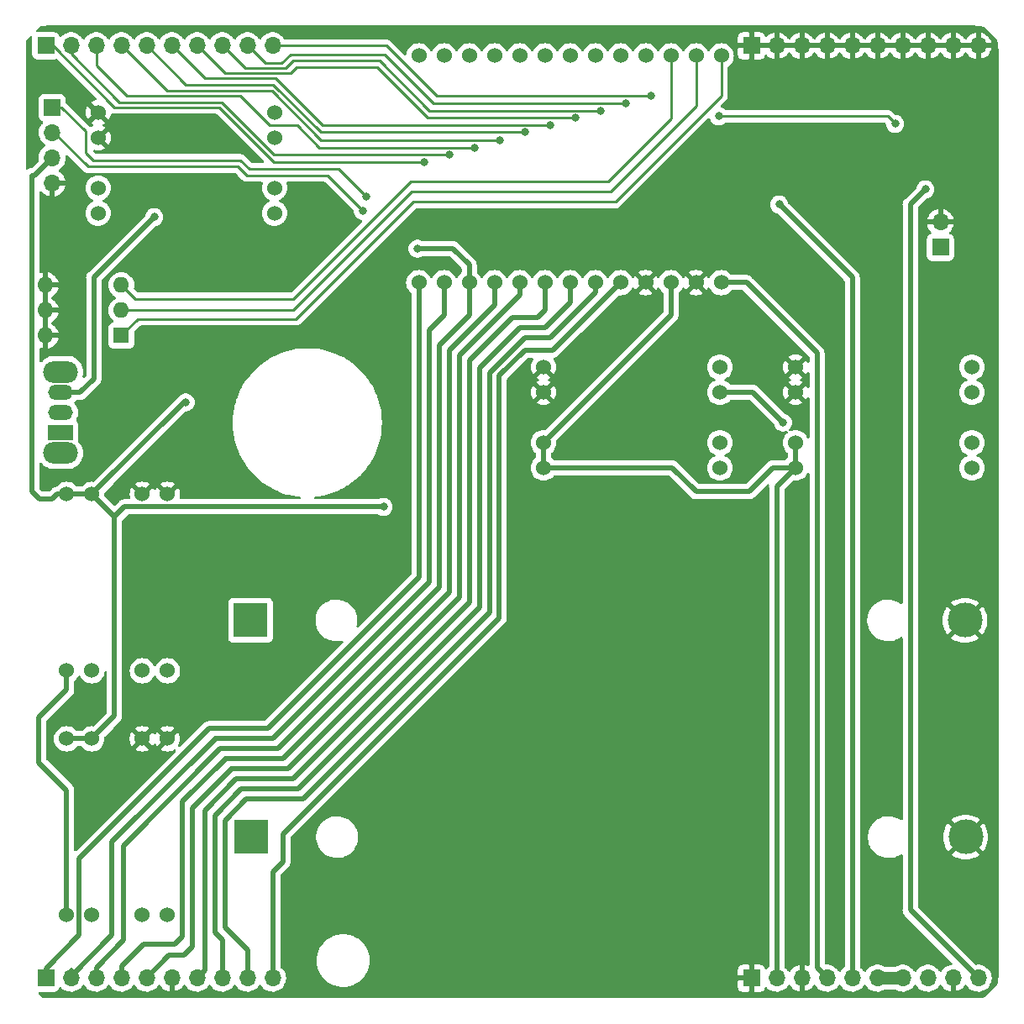
<source format=gbr>
%TF.GenerationSoftware,KiCad,Pcbnew,6.0.7-f9a2dced07~116~ubuntu20.04.1*%
%TF.CreationDate,2022-10-31T14:41:35+01:00*%
%TF.ProjectId,av_citynode_hw,61765f63-6974-4796-9e6f-64655f68772e,rev?*%
%TF.SameCoordinates,Original*%
%TF.FileFunction,Copper,L2,Bot*%
%TF.FilePolarity,Positive*%
%FSLAX46Y46*%
G04 Gerber Fmt 4.6, Leading zero omitted, Abs format (unit mm)*
G04 Created by KiCad (PCBNEW 6.0.7-f9a2dced07~116~ubuntu20.04.1) date 2022-10-31 14:41:35*
%MOMM*%
%LPD*%
G01*
G04 APERTURE LIST*
%TA.AperFunction,ComponentPad*%
%ADD10R,1.700000X1.700000*%
%TD*%
%TA.AperFunction,ComponentPad*%
%ADD11O,1.700000X1.700000*%
%TD*%
%TA.AperFunction,ComponentPad*%
%ADD12C,1.524000*%
%TD*%
%TA.AperFunction,ComponentPad*%
%ADD13R,1.600000X1.600000*%
%TD*%
%TA.AperFunction,ComponentPad*%
%ADD14O,1.600000X1.600000*%
%TD*%
%TA.AperFunction,ComponentPad*%
%ADD15R,3.500000X3.500000*%
%TD*%
%TA.AperFunction,ComponentPad*%
%ADD16C,3.500000*%
%TD*%
%TA.AperFunction,ComponentPad*%
%ADD17O,3.500000X2.200000*%
%TD*%
%TA.AperFunction,ComponentPad*%
%ADD18R,2.500000X1.500000*%
%TD*%
%TA.AperFunction,ComponentPad*%
%ADD19O,2.500000X1.500000*%
%TD*%
%TA.AperFunction,ViaPad*%
%ADD20C,0.800000*%
%TD*%
%TA.AperFunction,Conductor*%
%ADD21C,0.508000*%
%TD*%
%TA.AperFunction,Conductor*%
%ADD22C,1.270000*%
%TD*%
%TA.AperFunction,Conductor*%
%ADD23C,0.254000*%
%TD*%
G04 APERTURE END LIST*
D10*
%TO.P,J4,1,Pin_1*%
%TO.N,Net-(J4-Pad1)*%
X199449000Y-69088000D03*
D11*
%TO.P,J4,2,Pin_2*%
%TO.N,GND1*%
X199449000Y-66548000D03*
%TD*%
D10*
%TO.P,J1,1,Pin_1*%
%TO.N,GND1*%
X180399000Y-48768000D03*
D11*
%TO.P,J1,2,Pin_2*%
X182939000Y-48768000D03*
%TO.P,J1,3,Pin_3*%
X185479000Y-48768000D03*
%TO.P,J1,4,Pin_4*%
X188019000Y-48768000D03*
%TO.P,J1,5,Pin_5*%
X190559000Y-48768000D03*
%TO.P,J1,6,Pin_6*%
X193099000Y-48768000D03*
%TO.P,J1,7,Pin_7*%
X195639000Y-48768000D03*
%TO.P,J1,8,Pin_8*%
X198179000Y-48768000D03*
%TO.P,J1,9,Pin_9*%
X200719000Y-48768000D03*
%TO.P,J1,10,Pin_10*%
X203259000Y-48768000D03*
%TD*%
D12*
%TO.P,U19,1,GND*%
%TO.N,GND1*%
X114554000Y-55491000D03*
%TO.P,U19,2,GND*%
X114554000Y-58031000D03*
%TO.P,U19,3,3v3*%
%TO.N,+3V3*%
X114554000Y-63111000D03*
%TO.P,U19,4,3v3*%
X114554000Y-65651000D03*
%TO.P,U19,5,SCL*%
%TO.N,I2C_SCL*%
X132334000Y-65651000D03*
%TO.P,U19,6,SCL*%
X132334000Y-63111000D03*
%TO.P,U19,7,SDA*%
%TO.N,I2C_SDA*%
X132334000Y-58031000D03*
%TO.P,U19,8,SDA*%
X132334000Y-55491000D03*
%TD*%
D10*
%TO.P,J7,1,Pin_1*%
%TO.N,I2C_SDA*%
X109279000Y-142748000D03*
D11*
%TO.P,J7,2,Pin_2*%
%TO.N,UART_TXD*%
X111819000Y-142748000D03*
%TO.P,J7,3,Pin_3*%
%TO.N,UART_RXD*%
X114359000Y-142748000D03*
%TO.P,J7,4,Pin_4*%
%TO.N,I2C_SCL*%
X116899000Y-142748000D03*
%TO.P,J7,5,Pin_5*%
%TO.N,5V_en*%
X119439000Y-142748000D03*
%TO.P,J7,6,Pin_6*%
%TO.N,GND1*%
X121979000Y-142748000D03*
%TO.P,J7,7,Pin_7*%
%TO.N,IO19*%
X124519000Y-142748000D03*
%TO.P,J7,8,Pin_8*%
%TO.N,lora2*%
X127059000Y-142748000D03*
%TO.P,J7,9,Pin_9*%
%TO.N,lora1*%
X129599000Y-142748000D03*
%TO.P,J7,10,Pin_10*%
%TO.N,IO26*%
X132139000Y-142748000D03*
%TD*%
D12*
%TO.P,U9,1,IO25*%
%TO.N,JUMPER3*%
X177351000Y-49784000D03*
%TO.P,U9,2,IO4*%
%TO.N,JUMPER2*%
X174811000Y-49784000D03*
%TO.P,U9,3,IO0*%
%TO.N,JUMPER1*%
X172271000Y-49784000D03*
%TO.P,U9,4,IO2*%
%TO.N,ADC_OPC-N3*%
X169731000Y-49784000D03*
%TO.P,U9,5,IO15*%
%TO.N,SPI_CS*%
X167191000Y-49784000D03*
%TO.P,U9,6,IO13*%
%TO.N,SPI_MOSI*%
X164651000Y-49784000D03*
%TO.P,U9,7,IO12*%
%TO.N,SPI_MISO*%
X162111000Y-49784000D03*
%TO.P,U9,8,IO14*%
%TO.N,SPI_CSK*%
X159571000Y-49784000D03*
%TO.P,U9,9,IO35*%
%TO.N,ADC_BATT*%
X157031000Y-49784000D03*
%TO.P,U9,10,IO34*%
%TO.N,ADC_AFE*%
X154491000Y-49784000D03*
%TO.P,U9,11,RST*%
%TO.N,RESET*%
X151951000Y-49784000D03*
%TO.P,U9,12,S_VN*%
%TO.N,UART_TX*%
X149411000Y-49784000D03*
%TO.P,U9,13,S_VP*%
%TO.N,UART_RX*%
X146871000Y-49784000D03*
%TO.P,U9,14,IO21*%
%TO.N,I2C_SDA*%
X146871000Y-72644000D03*
%TO.P,U9,15,TXD*%
%TO.N,UART_TXD*%
X149411000Y-72644000D03*
%TO.P,U9,16,RXD*%
%TO.N,UART_RXD*%
X151951000Y-72644000D03*
%TO.P,U9,17,IO22*%
%TO.N,I2C_SCL*%
X154491000Y-72644000D03*
%TO.P,U9,18,IO23*%
%TO.N,5V_en*%
X157031000Y-72644000D03*
%TO.P,U9,19,IO19*%
%TO.N,IO19*%
X159571000Y-72644000D03*
%TO.P,U9,20,LoRa2*%
%TO.N,lora2*%
X162111000Y-72644000D03*
%TO.P,U9,21,LoRa1*%
%TO.N,lora1*%
X164651000Y-72644000D03*
%TO.P,U9,22,IO26*%
%TO.N,IO26*%
X167191000Y-72644000D03*
%TO.P,U9,23,GND*%
%TO.N,GND1*%
X169731000Y-72644000D03*
%TO.P,U9,24,3V3*%
%TO.N,+3V3*%
X172271000Y-72644000D03*
%TO.P,U9,25,GND*%
%TO.N,GND1*%
X174811000Y-72644000D03*
%TO.P,U9,26,5V*%
%TO.N,+5V*%
X177351000Y-72644000D03*
%TD*%
D10*
%TO.P,J2,1,Pin_1*%
%TO.N,UART_RX*%
X109279000Y-48768000D03*
D11*
%TO.P,J2,2,Pin_2*%
%TO.N,UART_TX*%
X111819000Y-48768000D03*
%TO.P,J2,3,Pin_3*%
%TO.N,RESET*%
X114359000Y-48768000D03*
%TO.P,J2,4,Pin_4*%
%TO.N,ADC_AFE*%
X116899000Y-48768000D03*
%TO.P,J2,5,Pin_5*%
%TO.N,ADC_BATT*%
X119439000Y-48768000D03*
%TO.P,J2,6,Pin_6*%
%TO.N,SPI_CSK*%
X121979000Y-48768000D03*
%TO.P,J2,7,Pin_7*%
%TO.N,SPI_MISO*%
X124519000Y-48768000D03*
%TO.P,J2,8,Pin_8*%
%TO.N,SPI_MOSI*%
X127059000Y-48768000D03*
%TO.P,J2,9,Pin_9*%
%TO.N,SPI_CS*%
X129599000Y-48768000D03*
%TO.P,J2,10,Pin_10*%
%TO.N,ADC_OPC-N3*%
X132139000Y-48768000D03*
%TD*%
D12*
%TO.P,U20,1,GND*%
%TO.N,GND1*%
X121539000Y-118618000D03*
%TO.P,U20,2,GND*%
X118999000Y-118618000D03*
%TO.P,U20,3,3v3*%
%TO.N,+3V3*%
X113919000Y-118618000D03*
%TO.P,U20,4,3v3*%
X111379000Y-118618000D03*
%TO.P,U20,5,SCL*%
%TO.N,I2C_SCL*%
X111379000Y-136398000D03*
%TO.P,U20,6,SCL*%
X113919000Y-136398000D03*
%TO.P,U20,7,SDA*%
%TO.N,I2C_SDA*%
X118999000Y-136398000D03*
%TO.P,U20,8,SDA*%
X121539000Y-136398000D03*
%TD*%
D13*
%TO.P,SW1,1*%
%TO.N,JUMPER3*%
X116889000Y-77978000D03*
D14*
%TO.P,SW1,2*%
%TO.N,JUMPER2*%
X116889000Y-75438000D03*
%TO.P,SW1,3*%
%TO.N,JUMPER1*%
X116889000Y-72898000D03*
%TO.P,SW1,4*%
%TO.N,GND1*%
X109269000Y-72898000D03*
%TO.P,SW1,5*%
X109269000Y-75438000D03*
%TO.P,SW1,6*%
X109269000Y-77978000D03*
%TD*%
D15*
%TO.P,BT1,1,+*%
%TO.N,Net-(BT1-Pad1)*%
X129921000Y-106680000D03*
D16*
%TO.P,BT1,2,-*%
%TO.N,GND1*%
X201921000Y-106680000D03*
%TD*%
D15*
%TO.P,BT2,1,+*%
%TO.N,Net-(BT1-Pad1)*%
X129989000Y-128524000D03*
D16*
%TO.P,BT2,2,-*%
%TO.N,GND1*%
X201989000Y-128524000D03*
%TD*%
D10*
%TO.P,J6,1,Pin_1*%
%TO.N,GND1*%
X180399000Y-142748000D03*
D11*
%TO.P,J6,2,Pin_2*%
%TO.N,+3V3*%
X182939000Y-142748000D03*
%TO.P,J6,3,Pin_3*%
%TO.N,GND1*%
X185479000Y-142748000D03*
%TO.P,J6,4,Pin_4*%
%TO.N,+5V*%
X188019000Y-142748000D03*
%TO.P,J6,5,Pin_5*%
%TO.N,AFE-3.5V*%
X190559000Y-142748000D03*
%TO.P,J6,6,Pin_6*%
%TO.N,Battery_+*%
X193099000Y-142748000D03*
%TO.P,J6,7,Pin_7*%
X195639000Y-142748000D03*
%TO.P,J6,8,Pin_8*%
%TO.N,unconnected-(J6-Pad8)*%
X198179000Y-142748000D03*
%TO.P,J6,9,Pin_9*%
%TO.N,GND1*%
X200719000Y-142748000D03*
%TO.P,J6,10,Pin_10*%
%TO.N,OPC-N3-5V*%
X203259000Y-142748000D03*
%TD*%
D17*
%TO.P,SW2,*%
%TO.N,*%
X110787500Y-89825000D03*
X110787500Y-81625000D03*
D18*
%TO.P,SW2,1,A*%
%TO.N,unconnected-(SW2-Pad1)*%
X110787500Y-87725000D03*
D19*
%TO.P,SW2,2,B*%
%TO.N,Net-(BT1-Pad1)*%
X110787500Y-85725000D03*
%TO.P,SW2,3,C*%
%TO.N,Battery_+*%
X110787500Y-83725000D03*
%TD*%
D12*
%TO.P,U3,1,GND*%
%TO.N,GND1*%
X184844000Y-81153000D03*
%TO.P,U3,2,GND*%
X184844000Y-83693000D03*
%TO.P,U3,3,3v3*%
%TO.N,+3V3*%
X184844000Y-88773000D03*
%TO.P,U3,4,3v3*%
X184844000Y-91313000D03*
%TO.P,U3,5,SCL*%
%TO.N,I2C_SCL*%
X202624000Y-91313000D03*
%TO.P,U3,6,SCL*%
X202624000Y-88773000D03*
%TO.P,U3,7,SDA*%
%TO.N,I2C_SDA*%
X202624000Y-83693000D03*
%TO.P,U3,8,SDA*%
X202624000Y-81153000D03*
%TD*%
%TO.P,U2,1,GND*%
%TO.N,GND1*%
X159444000Y-81153000D03*
%TO.P,U2,2,GND*%
X159444000Y-83693000D03*
%TO.P,U2,3,3v3*%
%TO.N,+3V3*%
X159444000Y-88773000D03*
%TO.P,U2,4,3v3*%
X159444000Y-91313000D03*
%TO.P,U2,5,SCL*%
%TO.N,I2C_SCL*%
X177224000Y-91313000D03*
%TO.P,U2,6,SCL*%
X177224000Y-88773000D03*
%TO.P,U2,7,SDA*%
%TO.N,I2C_SDA*%
X177224000Y-83693000D03*
%TO.P,U2,8,SDA*%
X177224000Y-81153000D03*
%TD*%
%TO.P,U1,1,GND*%
%TO.N,GND1*%
X121547000Y-93980000D03*
%TO.P,U1,2,GND*%
X119007000Y-93980000D03*
%TO.P,U1,3,3v3*%
%TO.N,+3V3*%
X113927000Y-93980000D03*
%TO.P,U1,4,3v3*%
X111387000Y-93980000D03*
%TO.P,U1,5,SCL*%
%TO.N,I2C_SCL*%
X111387000Y-111760000D03*
%TO.P,U1,6,SCL*%
X113927000Y-111760000D03*
%TO.P,U1,7,SDA*%
%TO.N,I2C_SDA*%
X119007000Y-111760000D03*
%TO.P,U1,8,SDA*%
X121547000Y-111760000D03*
%TD*%
D10*
%TO.P,J25,1,Pin_1*%
%TO.N,UART_TXD*%
X109914000Y-54991000D03*
D11*
%TO.P,J25,2,Pin_2*%
%TO.N,UART_RXD*%
X109914000Y-57531000D03*
%TO.P,J25,3,Pin_3*%
%TO.N,+3V3*%
X109914000Y-60071000D03*
%TO.P,J25,4,Pin_4*%
%TO.N,GND1*%
X109914000Y-62611000D03*
%TD*%
D20*
%TO.N,Battery_+*%
X120201000Y-66040000D03*
%TO.N,GND1*%
X188781000Y-90805000D03*
X198941000Y-87884000D03*
X198941000Y-85852000D03*
X198941000Y-90170000D03*
X193607000Y-90424000D03*
%TO.N,+3V3*%
X143315000Y-95250000D03*
X123376000Y-84709000D03*
%TO.N,OPC-N3-5V*%
X197925000Y-63246000D03*
%TO.N,UART_RX*%
X147379000Y-60472500D03*
%TO.N,UART_TX*%
X149919000Y-59746000D03*
%TO.N,RESET*%
X152459000Y-59019500D03*
%TO.N,ADC_BATT*%
X157539000Y-57480500D03*
%TO.N,SPI_CSK*%
X160079000Y-56754000D03*
%TO.N,SPI_MISO*%
X162619000Y-56027500D03*
%TO.N,SPI_MOSI*%
X165159000Y-55301000D03*
%TO.N,SPI_CS*%
X167699000Y-54574500D03*
%TO.N,I2C_SDA*%
X183574000Y-86741000D03*
%TO.N,UART_TXD*%
X141605000Y-64008000D03*
%TO.N,UART_RXD*%
X146744000Y-69215000D03*
X141224000Y-65405000D03*
%TO.N,AFE-3.5V*%
X183193000Y-64770000D03*
%TO.N,ADC_AFE*%
X154999000Y-58293000D03*
%TO.N,ADC_OPC-N3*%
X177097000Y-55880000D03*
X170239000Y-53848000D03*
X194877000Y-56642000D03*
%TD*%
D21*
%TO.N,Battery_+*%
X110787500Y-83725000D02*
X112744000Y-83725000D01*
X112744000Y-83725000D02*
X114105000Y-82364000D01*
X114105000Y-82364000D02*
X114105000Y-72136000D01*
D22*
X193099000Y-142748000D02*
X195639000Y-142748000D01*
D21*
X114105000Y-72136000D02*
X120201000Y-66040000D01*
%TO.N,+3V3*%
X174811000Y-93726000D02*
X180145000Y-93726000D01*
X113919000Y-118618000D02*
X116205000Y-116332000D01*
X182939000Y-93218000D02*
X184844000Y-91313000D01*
X108136000Y-61849000D02*
X107882000Y-61849000D01*
X113927000Y-93980000D02*
X111387000Y-93980000D01*
X172398000Y-91313000D02*
X174811000Y-93726000D01*
X182558000Y-91313000D02*
X184844000Y-91313000D01*
X109914000Y-94488000D02*
X108644000Y-94488000D01*
X159444000Y-91313000D02*
X172398000Y-91313000D01*
X109914000Y-60071000D02*
X108136000Y-61849000D01*
X116205000Y-116332000D02*
X116205000Y-96258000D01*
X184844000Y-88773000D02*
X184844000Y-91313000D01*
X111387000Y-93980000D02*
X110422000Y-93980000D01*
X180145000Y-93726000D02*
X182558000Y-91313000D01*
X172271000Y-75946000D02*
X159444000Y-88773000D01*
X116205000Y-96258000D02*
X113927000Y-93980000D01*
X113919000Y-118618000D02*
X111379000Y-118618000D01*
X123198000Y-84709000D02*
X123376000Y-84709000D01*
X117213000Y-95250000D02*
X116205000Y-96258000D01*
X172271000Y-72644000D02*
X172271000Y-75946000D01*
X182939000Y-142748000D02*
X182939000Y-93218000D01*
X107882000Y-61849000D02*
X107882000Y-93726000D01*
X113927000Y-93980000D02*
X123198000Y-84709000D01*
X110422000Y-93980000D02*
X109914000Y-94488000D01*
X107882000Y-93726000D02*
X108644000Y-94488000D01*
X143315000Y-95250000D02*
X117213000Y-95250000D01*
X159444000Y-88773000D02*
X159444000Y-91313000D01*
D23*
%TO.N,JUMPER1*%
X172271000Y-56134000D02*
X172271000Y-49784000D01*
X165921000Y-62484000D02*
X146050000Y-62484000D01*
X118286000Y-74295000D02*
X116889000Y-72898000D01*
X146050000Y-62484000D02*
X134239000Y-74295000D01*
X165921000Y-62484000D02*
X172271000Y-56134000D01*
X134239000Y-74295000D02*
X118286000Y-74295000D01*
%TO.N,JUMPER2*%
X134239000Y-75438000D02*
X146177000Y-63500000D01*
X146177000Y-63500000D02*
X166175000Y-63500000D01*
X174811000Y-54864000D02*
X174811000Y-49784000D01*
X116889000Y-75438000D02*
X134239000Y-75438000D01*
X166175000Y-63500000D02*
X174811000Y-54864000D01*
%TO.N,JUMPER3*%
X177351000Y-49784000D02*
X177351000Y-53848000D01*
X166683000Y-64516000D02*
X146304000Y-64516000D01*
X134493000Y-76327000D02*
X118540000Y-76327000D01*
X177351000Y-53848000D02*
X166683000Y-64516000D01*
X118540000Y-76327000D02*
X116889000Y-77978000D01*
X146304000Y-64516000D02*
X134493000Y-76327000D01*
D21*
%TO.N,OPC-N3-5V*%
X196401000Y-135890000D02*
X196401000Y-68834000D01*
X196401000Y-68834000D02*
X196401000Y-64770000D01*
X196401000Y-64770000D02*
X197925000Y-63246000D01*
X203259000Y-142748000D02*
X196401000Y-135890000D01*
D23*
%TO.N,UART_RX*%
X109279000Y-48768000D02*
X109982000Y-48768000D01*
X116205000Y-54991000D02*
X126746000Y-54991000D01*
X132227500Y-60472500D02*
X147379000Y-60472500D01*
X126746000Y-54991000D02*
X132227500Y-60472500D01*
X109982000Y-48768000D02*
X116205000Y-54991000D01*
%TO.N,UART_TX*%
X111819000Y-49589000D02*
X116713000Y-54483000D01*
X116713000Y-54483000D02*
X127000000Y-54483000D01*
X132263000Y-59746000D02*
X149919000Y-59746000D01*
X127000000Y-54483000D02*
X132263000Y-59746000D01*
X111819000Y-48768000D02*
X111819000Y-49589000D01*
%TO.N,RESET*%
X137957500Y-59019500D02*
X152459000Y-59019500D01*
X114359000Y-50732000D02*
X114359000Y-48768000D01*
X131826000Y-56769000D02*
X128905000Y-53848000D01*
X136870500Y-59019500D02*
X134620000Y-56769000D01*
X128905000Y-53848000D02*
X117475000Y-53848000D01*
X117475000Y-53848000D02*
X114359000Y-50732000D01*
X137957500Y-59019500D02*
X136870500Y-59019500D01*
X134620000Y-56769000D02*
X131826000Y-56769000D01*
%TO.N,ADC_BATT*%
X136982500Y-57480500D02*
X157539000Y-57480500D01*
X123376000Y-52705000D02*
X119439000Y-48768000D01*
X132207000Y-52705000D02*
X123376000Y-52705000D01*
X136982500Y-57480500D02*
X132207000Y-52705000D01*
%TO.N,SPI_CSK*%
X121979000Y-48768000D02*
X125281000Y-52070000D01*
X132461000Y-52070000D02*
X137145000Y-56754000D01*
X137145000Y-56754000D02*
X160079000Y-56754000D01*
X125281000Y-52070000D02*
X132461000Y-52070000D01*
%TO.N,SPI_MISO*%
X127313000Y-51562000D02*
X133917000Y-51562000D01*
X133917000Y-51562000D02*
X134552000Y-50927000D01*
X124519000Y-48768000D02*
X127313000Y-51562000D01*
X147780500Y-56027500D02*
X162619000Y-56027500D01*
X134552000Y-50927000D02*
X142680000Y-50927000D01*
X142680000Y-50927000D02*
X147780500Y-56027500D01*
%TO.N,SPI_MOSI*%
X134171000Y-50292000D02*
X142934000Y-50292000D01*
X129345000Y-51054000D02*
X133409000Y-51054000D01*
X147943000Y-55301000D02*
X165159000Y-55301000D01*
X142934000Y-50292000D02*
X147943000Y-55301000D01*
X127059000Y-48768000D02*
X129345000Y-51054000D01*
X133409000Y-51054000D02*
X134171000Y-50292000D01*
%TO.N,SPI_CS*%
X143442000Y-49657000D02*
X148359500Y-54574500D01*
X133028000Y-50546000D02*
X133917000Y-49657000D01*
X133917000Y-49657000D02*
X143442000Y-49657000D01*
X131377000Y-50546000D02*
X133028000Y-50546000D01*
X148359500Y-54574500D02*
X167699000Y-54574500D01*
X129599000Y-48768000D02*
X131377000Y-50546000D01*
D21*
%TO.N,I2C_SDA*%
X109279000Y-141800000D02*
X112649000Y-138430000D01*
X112649000Y-138430000D02*
X112649000Y-130683000D01*
X146871000Y-102362000D02*
X146871000Y-72644000D01*
X109279000Y-142748000D02*
X109279000Y-141800000D01*
X125730000Y-117602000D02*
X126297000Y-117602000D01*
X177224000Y-83693000D02*
X180526000Y-83693000D01*
X180526000Y-83693000D02*
X183574000Y-86741000D01*
X112649000Y-130683000D02*
X125730000Y-117602000D01*
X126297000Y-117602000D02*
X131631000Y-117602000D01*
X131631000Y-117602000D02*
X146871000Y-102362000D01*
%TO.N,UART_TXD*%
X147887000Y-102870000D02*
X147887000Y-77470000D01*
X111819000Y-142748000D02*
X111819000Y-142562000D01*
X115951000Y-138430000D02*
X115951000Y-129032000D01*
X111819000Y-142748000D02*
X111819000Y-141986000D01*
X115951000Y-129032000D02*
X126297000Y-118686000D01*
X126297000Y-118686000D02*
X126297000Y-118618000D01*
X126297000Y-118618000D02*
X132139000Y-118618000D01*
X149411000Y-75946000D02*
X149411000Y-72644000D01*
D23*
X113284000Y-57404000D02*
X113284000Y-59563000D01*
X110871000Y-54991000D02*
X113284000Y-57404000D01*
D21*
X147887000Y-77470000D02*
X149411000Y-75946000D01*
D23*
X114046000Y-60325000D02*
X128905000Y-60325000D01*
X113284000Y-59563000D02*
X114046000Y-60325000D01*
X138811000Y-61214000D02*
X141605000Y-64008000D01*
D21*
X111819000Y-142562000D02*
X115951000Y-138430000D01*
X132139000Y-118618000D02*
X147887000Y-102870000D01*
D23*
X129794000Y-61214000D02*
X138811000Y-61214000D01*
X109914000Y-54991000D02*
X110871000Y-54991000D01*
X128905000Y-60325000D02*
X129794000Y-61214000D01*
D21*
%TO.N,UART_RXD*%
X117094000Y-138938000D02*
X114359000Y-141673000D01*
X126873000Y-119634000D02*
X117094000Y-129413000D01*
D23*
X129540000Y-61849000D02*
X132842000Y-61849000D01*
D21*
X151951000Y-72644000D02*
X151951000Y-75946000D01*
X117094000Y-129413000D02*
X117094000Y-138938000D01*
D23*
X109914000Y-57531000D02*
X110109000Y-57531000D01*
D21*
X151951000Y-75946000D02*
X148903000Y-78994000D01*
X148903000Y-78994000D02*
X148903000Y-103378000D01*
X146744000Y-69215000D02*
X150300000Y-69215000D01*
X150300000Y-69215000D02*
X151951000Y-70866000D01*
X132647000Y-119634000D02*
X126873000Y-119634000D01*
D23*
X110109000Y-57531000D02*
X113538000Y-60960000D01*
D21*
X151951000Y-70866000D02*
X151951000Y-72644000D01*
D23*
X128651000Y-60960000D02*
X129286000Y-61595000D01*
X113538000Y-60960000D02*
X128651000Y-60960000D01*
X132842000Y-61849000D02*
X137668000Y-61849000D01*
D21*
X148903000Y-103378000D02*
X132647000Y-119634000D01*
D23*
X137668000Y-61849000D02*
X141224000Y-65405000D01*
X129286000Y-61595000D02*
X129540000Y-61849000D01*
D21*
X114359000Y-141673000D02*
X114359000Y-142748000D01*
%TO.N,I2C_SCL*%
X149919000Y-79502000D02*
X149919000Y-103886000D01*
X127313000Y-120650000D02*
X127313000Y-120718000D01*
X123063000Y-138557000D02*
X122301000Y-139319000D01*
X119126000Y-139319000D02*
X116899000Y-141546000D01*
X133155000Y-120650000D02*
X127313000Y-120650000D01*
X127313000Y-120718000D02*
X123063000Y-124968000D01*
X111379000Y-123825000D02*
X108585000Y-121031000D01*
X108585000Y-121031000D02*
X108585000Y-116459000D01*
X123063000Y-124968000D02*
X123063000Y-138557000D01*
X154491000Y-74930000D02*
X149919000Y-79502000D01*
X149919000Y-103886000D02*
X133155000Y-120650000D01*
X154491000Y-72644000D02*
X154491000Y-74930000D01*
X108585000Y-116459000D02*
X111387000Y-113657000D01*
X116899000Y-141546000D02*
X116899000Y-142748000D01*
X111387000Y-113657000D02*
X111387000Y-111760000D01*
X122301000Y-139319000D02*
X119126000Y-139319000D01*
X111379000Y-136398000D02*
X111379000Y-123825000D01*
%TO.N,5V_en*%
X127948000Y-121666000D02*
X133663000Y-121666000D01*
X123190000Y-140462000D02*
X121666000Y-140462000D01*
X157031000Y-73914000D02*
X157031000Y-72644000D01*
X124079000Y-139573000D02*
X123190000Y-140462000D01*
X124079000Y-125603000D02*
X124079000Y-139573000D01*
X133663000Y-121666000D02*
X150935000Y-104394000D01*
X119439000Y-142689000D02*
X119439000Y-142748000D01*
X121666000Y-140462000D02*
X119439000Y-142689000D01*
X127948000Y-121666000D02*
X127948000Y-121734000D01*
X150935000Y-80010000D02*
X157031000Y-73914000D01*
X127948000Y-121734000D02*
X124079000Y-125603000D01*
X150935000Y-104394000D02*
X150935000Y-80010000D01*
%TO.N,IO19*%
X125281000Y-141986000D02*
X125281000Y-125857000D01*
X124519000Y-142748000D02*
X125281000Y-141986000D01*
X134171000Y-122682000D02*
X151951000Y-104902000D01*
X151951000Y-104902000D02*
X151951000Y-80518000D01*
X151951000Y-80518000D02*
X156269000Y-76200000D01*
X128456000Y-122682000D02*
X134171000Y-122682000D01*
X125281000Y-125857000D02*
X128456000Y-122682000D01*
X158809000Y-76200000D02*
X159571000Y-75438000D01*
X159571000Y-75438000D02*
X159571000Y-72644000D01*
X156269000Y-76200000D02*
X158809000Y-76200000D01*
%TO.N,lora2*%
X157031000Y-77216000D02*
X159571000Y-77216000D01*
X152967000Y-105410000D02*
X152967000Y-81280000D01*
X159571000Y-77216000D02*
X162111000Y-74676000D01*
X127059000Y-138938000D02*
X126297000Y-138176000D01*
X152967000Y-81280000D02*
X157031000Y-77216000D01*
X162111000Y-74676000D02*
X162111000Y-72644000D01*
X126297000Y-138176000D02*
X126297000Y-126365000D01*
X128964000Y-123698000D02*
X134679000Y-123698000D01*
X127059000Y-142748000D02*
X127059000Y-138938000D01*
X126297000Y-126365000D02*
X128964000Y-123698000D01*
X134679000Y-123698000D02*
X152967000Y-105410000D01*
%TO.N,lora1*%
X157539000Y-78232000D02*
X160079000Y-78232000D01*
X129599000Y-139954000D02*
X127313000Y-137668000D01*
X129599000Y-142748000D02*
X129599000Y-139954000D01*
X164651000Y-73660000D02*
X164651000Y-72644000D01*
X127313000Y-137668000D02*
X127313000Y-126873000D01*
X135187000Y-124714000D02*
X153983000Y-105918000D01*
X129472000Y-124714000D02*
X135187000Y-124714000D01*
X153983000Y-81788000D02*
X157539000Y-78232000D01*
X153983000Y-105918000D02*
X153983000Y-81788000D01*
X160079000Y-78232000D02*
X164651000Y-73660000D01*
X127313000Y-126873000D02*
X129472000Y-124714000D01*
%TO.N,IO26*%
X132139000Y-132080000D02*
X133155000Y-131064000D01*
X133155000Y-131064000D02*
X133155000Y-128270000D01*
X154991632Y-82034632D02*
X157578264Y-79448000D01*
X157578264Y-79448000D02*
X160372263Y-79448000D01*
X154991632Y-106433368D02*
X154991632Y-82034632D01*
X132139000Y-142748000D02*
X132139000Y-132080000D01*
X162738632Y-77081632D02*
X162753368Y-77081632D01*
X162753368Y-77081632D02*
X167191000Y-72644000D01*
X160372263Y-79448000D02*
X162738632Y-77081632D01*
X133155000Y-128270000D02*
X154991632Y-106433368D01*
%TO.N,+5V*%
X179891000Y-72644000D02*
X187003000Y-79756000D01*
X187003000Y-141732000D02*
X188019000Y-142748000D01*
X187003000Y-79756000D02*
X187003000Y-141732000D01*
X177351000Y-72644000D02*
X179891000Y-72644000D01*
%TO.N,AFE-3.5V*%
X190559000Y-142748000D02*
X190559000Y-72136000D01*
X190559000Y-72136000D02*
X183193000Y-64770000D01*
D23*
%TO.N,ADC_AFE*%
X121471000Y-53340000D02*
X116899000Y-48768000D01*
X132080000Y-53340000D02*
X121471000Y-53340000D01*
X137033000Y-58293000D02*
X132080000Y-53340000D01*
X138176000Y-58293000D02*
X137033000Y-58293000D01*
X138176000Y-58293000D02*
X154999000Y-58293000D01*
%TO.N,ADC_OPC-N3*%
X177097000Y-55880000D02*
X194115000Y-55880000D01*
X143569000Y-48768000D02*
X148649000Y-53848000D01*
X132139000Y-48768000D02*
X143569000Y-48768000D01*
X194115000Y-55880000D02*
X194877000Y-56642000D01*
X148649000Y-53848000D02*
X170239000Y-53848000D01*
%TD*%
%TA.AperFunction,Conductor*%
%TO.N,GND1*%
G36*
X202975018Y-46738000D02*
G01*
X202989851Y-46740310D01*
X202989855Y-46740310D01*
X202998724Y-46741691D01*
X203015923Y-46739442D01*
X203039863Y-46738609D01*
X203272880Y-46752704D01*
X203287984Y-46754538D01*
X203544458Y-46801538D01*
X203559231Y-46805179D01*
X203808180Y-46882755D01*
X203822398Y-46888147D01*
X203829045Y-46891139D01*
X203977271Y-46957850D01*
X204014654Y-46983654D01*
X205043346Y-48012346D01*
X205069150Y-48049729D01*
X205135282Y-48196667D01*
X205138851Y-48204598D01*
X205144245Y-48218820D01*
X205215944Y-48448908D01*
X205221821Y-48467769D01*
X205225462Y-48482542D01*
X205272462Y-48739016D01*
X205274296Y-48754121D01*
X205287953Y-48979905D01*
X205286692Y-49006716D01*
X205286690Y-49006852D01*
X205285309Y-49015724D01*
X205286473Y-49024626D01*
X205286473Y-49024628D01*
X205287771Y-49034552D01*
X205288479Y-49039962D01*
X205289436Y-49047283D01*
X205290500Y-49063621D01*
X205290500Y-142698633D01*
X205289000Y-142718018D01*
X205286690Y-142732851D01*
X205286690Y-142732855D01*
X205285309Y-142741724D01*
X205286473Y-142750626D01*
X205286473Y-142750629D01*
X205287439Y-142758012D01*
X205288233Y-142782591D01*
X205287974Y-142786538D01*
X205273660Y-143004922D01*
X205271509Y-143021262D01*
X205227034Y-143244857D01*
X205222889Y-143265693D01*
X205218625Y-143281606D01*
X205205672Y-143319766D01*
X205204034Y-143324591D01*
X205173816Y-143373184D01*
X203884184Y-144662816D01*
X203835592Y-144693033D01*
X203792606Y-144707625D01*
X203776696Y-144711888D01*
X203654477Y-144736199D01*
X203532262Y-144760509D01*
X203515922Y-144762660D01*
X203367134Y-144772413D01*
X203300763Y-144776763D01*
X203277650Y-144775733D01*
X203274146Y-144775690D01*
X203265276Y-144774309D01*
X203256374Y-144775473D01*
X203256372Y-144775473D01*
X203242915Y-144777233D01*
X203233714Y-144778436D01*
X203217379Y-144779500D01*
X109328367Y-144779500D01*
X109308982Y-144778000D01*
X109294149Y-144775690D01*
X109294145Y-144775690D01*
X109285276Y-144774309D01*
X109276374Y-144775473D01*
X109276371Y-144775473D01*
X109268988Y-144776439D01*
X109244409Y-144777233D01*
X109053969Y-144764751D01*
X108987304Y-144740337D01*
X108973116Y-144728116D01*
X108566595Y-144321595D01*
X108532569Y-144259283D01*
X108537634Y-144188468D01*
X108580181Y-144131632D01*
X108646701Y-144106821D01*
X108655690Y-144106500D01*
X110177134Y-144106500D01*
X110239316Y-144099745D01*
X110375705Y-144048615D01*
X110492261Y-143961261D01*
X110579615Y-143844705D01*
X110601799Y-143785529D01*
X110623598Y-143727382D01*
X110666240Y-143670618D01*
X110732802Y-143645918D01*
X110802150Y-143661126D01*
X110836817Y-143689114D01*
X110865250Y-143721938D01*
X111037126Y-143864632D01*
X111230000Y-143977338D01*
X111438692Y-144057030D01*
X111443760Y-144058061D01*
X111443763Y-144058062D01*
X111538862Y-144077410D01*
X111657597Y-144101567D01*
X111662772Y-144101757D01*
X111662774Y-144101757D01*
X111875673Y-144109564D01*
X111875677Y-144109564D01*
X111880837Y-144109753D01*
X111885957Y-144109097D01*
X111885959Y-144109097D01*
X112097288Y-144082025D01*
X112097289Y-144082025D01*
X112102416Y-144081368D01*
X112107366Y-144079883D01*
X112311429Y-144018661D01*
X112311434Y-144018659D01*
X112316384Y-144017174D01*
X112516994Y-143918896D01*
X112698860Y-143789173D01*
X112857096Y-143631489D01*
X112870385Y-143612996D01*
X112987453Y-143450077D01*
X112988776Y-143451028D01*
X113035645Y-143407857D01*
X113105580Y-143395625D01*
X113171026Y-143423144D01*
X113198875Y-143454994D01*
X113258987Y-143553088D01*
X113405250Y-143721938D01*
X113577126Y-143864632D01*
X113770000Y-143977338D01*
X113978692Y-144057030D01*
X113983760Y-144058061D01*
X113983763Y-144058062D01*
X114078862Y-144077410D01*
X114197597Y-144101567D01*
X114202772Y-144101757D01*
X114202774Y-144101757D01*
X114415673Y-144109564D01*
X114415677Y-144109564D01*
X114420837Y-144109753D01*
X114425957Y-144109097D01*
X114425959Y-144109097D01*
X114637288Y-144082025D01*
X114637289Y-144082025D01*
X114642416Y-144081368D01*
X114647366Y-144079883D01*
X114851429Y-144018661D01*
X114851434Y-144018659D01*
X114856384Y-144017174D01*
X115056994Y-143918896D01*
X115238860Y-143789173D01*
X115397096Y-143631489D01*
X115410385Y-143612996D01*
X115527453Y-143450077D01*
X115528776Y-143451028D01*
X115575645Y-143407857D01*
X115645580Y-143395625D01*
X115711026Y-143423144D01*
X115738875Y-143454994D01*
X115798987Y-143553088D01*
X115945250Y-143721938D01*
X116117126Y-143864632D01*
X116310000Y-143977338D01*
X116518692Y-144057030D01*
X116523760Y-144058061D01*
X116523763Y-144058062D01*
X116618862Y-144077410D01*
X116737597Y-144101567D01*
X116742772Y-144101757D01*
X116742774Y-144101757D01*
X116955673Y-144109564D01*
X116955677Y-144109564D01*
X116960837Y-144109753D01*
X116965957Y-144109097D01*
X116965959Y-144109097D01*
X117177288Y-144082025D01*
X117177289Y-144082025D01*
X117182416Y-144081368D01*
X117187366Y-144079883D01*
X117391429Y-144018661D01*
X117391434Y-144018659D01*
X117396384Y-144017174D01*
X117596994Y-143918896D01*
X117778860Y-143789173D01*
X117937096Y-143631489D01*
X117950385Y-143612996D01*
X118067453Y-143450077D01*
X118068776Y-143451028D01*
X118115645Y-143407857D01*
X118185580Y-143395625D01*
X118251026Y-143423144D01*
X118278875Y-143454994D01*
X118338987Y-143553088D01*
X118485250Y-143721938D01*
X118657126Y-143864632D01*
X118850000Y-143977338D01*
X119058692Y-144057030D01*
X119063760Y-144058061D01*
X119063763Y-144058062D01*
X119158862Y-144077410D01*
X119277597Y-144101567D01*
X119282772Y-144101757D01*
X119282774Y-144101757D01*
X119495673Y-144109564D01*
X119495677Y-144109564D01*
X119500837Y-144109753D01*
X119505957Y-144109097D01*
X119505959Y-144109097D01*
X119717288Y-144082025D01*
X119717289Y-144082025D01*
X119722416Y-144081368D01*
X119727366Y-144079883D01*
X119931429Y-144018661D01*
X119931434Y-144018659D01*
X119936384Y-144017174D01*
X120136994Y-143918896D01*
X120318860Y-143789173D01*
X120477096Y-143631489D01*
X120490385Y-143612996D01*
X120607453Y-143450077D01*
X120608640Y-143450930D01*
X120655960Y-143407362D01*
X120725897Y-143395145D01*
X120791338Y-143422678D01*
X120819166Y-143454511D01*
X120876694Y-143548388D01*
X120882777Y-143556699D01*
X121022213Y-143717667D01*
X121029580Y-143724883D01*
X121193434Y-143860916D01*
X121201881Y-143866831D01*
X121385756Y-143974279D01*
X121395042Y-143978729D01*
X121594001Y-144054703D01*
X121603899Y-144057579D01*
X121707250Y-144078606D01*
X121721299Y-144077410D01*
X121725000Y-144067065D01*
X121725000Y-142620000D01*
X121745002Y-142551879D01*
X121798658Y-142505386D01*
X121851000Y-142494000D01*
X122107000Y-142494000D01*
X122175121Y-142514002D01*
X122221614Y-142567658D01*
X122233000Y-142620000D01*
X122233000Y-144066517D01*
X122237064Y-144080359D01*
X122250478Y-144082393D01*
X122257184Y-144081534D01*
X122267262Y-144079392D01*
X122471255Y-144018191D01*
X122480842Y-144014433D01*
X122672095Y-143920739D01*
X122680945Y-143915464D01*
X122854328Y-143791792D01*
X122862200Y-143785139D01*
X123013052Y-143634812D01*
X123019730Y-143626965D01*
X123147022Y-143449819D01*
X123148279Y-143450722D01*
X123195373Y-143407362D01*
X123265311Y-143395145D01*
X123330751Y-143422678D01*
X123358579Y-143454511D01*
X123418987Y-143553088D01*
X123565250Y-143721938D01*
X123737126Y-143864632D01*
X123930000Y-143977338D01*
X124138692Y-144057030D01*
X124143760Y-144058061D01*
X124143763Y-144058062D01*
X124238862Y-144077410D01*
X124357597Y-144101567D01*
X124362772Y-144101757D01*
X124362774Y-144101757D01*
X124575673Y-144109564D01*
X124575677Y-144109564D01*
X124580837Y-144109753D01*
X124585957Y-144109097D01*
X124585959Y-144109097D01*
X124797288Y-144082025D01*
X124797289Y-144082025D01*
X124802416Y-144081368D01*
X124807366Y-144079883D01*
X125011429Y-144018661D01*
X125011434Y-144018659D01*
X125016384Y-144017174D01*
X125216994Y-143918896D01*
X125398860Y-143789173D01*
X125557096Y-143631489D01*
X125570385Y-143612996D01*
X125687453Y-143450077D01*
X125688776Y-143451028D01*
X125735645Y-143407857D01*
X125805580Y-143395625D01*
X125871026Y-143423144D01*
X125898875Y-143454994D01*
X125958987Y-143553088D01*
X126105250Y-143721938D01*
X126277126Y-143864632D01*
X126470000Y-143977338D01*
X126678692Y-144057030D01*
X126683760Y-144058061D01*
X126683763Y-144058062D01*
X126778862Y-144077410D01*
X126897597Y-144101567D01*
X126902772Y-144101757D01*
X126902774Y-144101757D01*
X127115673Y-144109564D01*
X127115677Y-144109564D01*
X127120837Y-144109753D01*
X127125957Y-144109097D01*
X127125959Y-144109097D01*
X127337288Y-144082025D01*
X127337289Y-144082025D01*
X127342416Y-144081368D01*
X127347366Y-144079883D01*
X127551429Y-144018661D01*
X127551434Y-144018659D01*
X127556384Y-144017174D01*
X127756994Y-143918896D01*
X127938860Y-143789173D01*
X128097096Y-143631489D01*
X128110385Y-143612996D01*
X128227453Y-143450077D01*
X128228776Y-143451028D01*
X128275645Y-143407857D01*
X128345580Y-143395625D01*
X128411026Y-143423144D01*
X128438875Y-143454994D01*
X128498987Y-143553088D01*
X128645250Y-143721938D01*
X128817126Y-143864632D01*
X129010000Y-143977338D01*
X129218692Y-144057030D01*
X129223760Y-144058061D01*
X129223763Y-144058062D01*
X129318862Y-144077410D01*
X129437597Y-144101567D01*
X129442772Y-144101757D01*
X129442774Y-144101757D01*
X129655673Y-144109564D01*
X129655677Y-144109564D01*
X129660837Y-144109753D01*
X129665957Y-144109097D01*
X129665959Y-144109097D01*
X129877288Y-144082025D01*
X129877289Y-144082025D01*
X129882416Y-144081368D01*
X129887366Y-144079883D01*
X130091429Y-144018661D01*
X130091434Y-144018659D01*
X130096384Y-144017174D01*
X130296994Y-143918896D01*
X130478860Y-143789173D01*
X130637096Y-143631489D01*
X130650385Y-143612996D01*
X130767453Y-143450077D01*
X130768776Y-143451028D01*
X130815645Y-143407857D01*
X130885580Y-143395625D01*
X130951026Y-143423144D01*
X130978875Y-143454994D01*
X131038987Y-143553088D01*
X131185250Y-143721938D01*
X131357126Y-143864632D01*
X131550000Y-143977338D01*
X131758692Y-144057030D01*
X131763760Y-144058061D01*
X131763763Y-144058062D01*
X131858862Y-144077410D01*
X131977597Y-144101567D01*
X131982772Y-144101757D01*
X131982774Y-144101757D01*
X132195673Y-144109564D01*
X132195677Y-144109564D01*
X132200837Y-144109753D01*
X132205957Y-144109097D01*
X132205959Y-144109097D01*
X132417288Y-144082025D01*
X132417289Y-144082025D01*
X132422416Y-144081368D01*
X132427366Y-144079883D01*
X132631429Y-144018661D01*
X132631434Y-144018659D01*
X132636384Y-144017174D01*
X132836994Y-143918896D01*
X133018860Y-143789173D01*
X133165877Y-143642669D01*
X179041001Y-143642669D01*
X179041371Y-143649490D01*
X179046895Y-143700352D01*
X179050521Y-143715604D01*
X179095676Y-143836054D01*
X179104214Y-143851649D01*
X179180715Y-143953724D01*
X179193276Y-143966285D01*
X179295351Y-144042786D01*
X179310946Y-144051324D01*
X179431394Y-144096478D01*
X179446649Y-144100105D01*
X179497514Y-144105631D01*
X179504328Y-144106000D01*
X180126885Y-144106000D01*
X180142124Y-144101525D01*
X180143329Y-144100135D01*
X180145000Y-144092452D01*
X180145000Y-143020115D01*
X180140525Y-143004876D01*
X180139135Y-143003671D01*
X180131452Y-143002000D01*
X179059116Y-143002000D01*
X179043877Y-143006475D01*
X179042672Y-143007865D01*
X179041001Y-143015548D01*
X179041001Y-143642669D01*
X133165877Y-143642669D01*
X133177096Y-143631489D01*
X133190385Y-143612996D01*
X133304435Y-143454277D01*
X133307453Y-143450077D01*
X133320995Y-143422678D01*
X133404136Y-143254453D01*
X133404137Y-143254451D01*
X133406430Y-143249811D01*
X133438900Y-143142940D01*
X133469865Y-143041023D01*
X133469865Y-143041021D01*
X133471370Y-143036069D01*
X133500529Y-142814590D01*
X133501150Y-142789182D01*
X133502074Y-142751365D01*
X133502074Y-142751361D01*
X133502156Y-142748000D01*
X133483852Y-142525361D01*
X133429431Y-142308702D01*
X133340354Y-142103840D01*
X133254580Y-141971254D01*
X133221822Y-141920617D01*
X133221820Y-141920614D01*
X133219014Y-141916277D01*
X133068670Y-141751051D01*
X133064615Y-141747848D01*
X132949407Y-141656862D01*
X132908345Y-141598944D01*
X132901500Y-141557980D01*
X132901500Y-141016485D01*
X136587854Y-141016485D01*
X136592119Y-141070681D01*
X136612814Y-141333626D01*
X136613370Y-141340695D01*
X136678206Y-141659378D01*
X136781398Y-141967784D01*
X136921405Y-142261316D01*
X137096141Y-142535597D01*
X137098584Y-142538560D01*
X137098585Y-142538562D01*
X137296577Y-142778745D01*
X137303001Y-142786538D01*
X137538902Y-143010399D01*
X137800326Y-143203843D01*
X137923959Y-143273791D01*
X138080019Y-143362086D01*
X138080023Y-143362088D01*
X138083376Y-143363985D01*
X138383832Y-143488438D01*
X138411201Y-143496028D01*
X138693500Y-143574317D01*
X138693508Y-143574319D01*
X138697216Y-143575347D01*
X139018856Y-143623416D01*
X139022154Y-143623560D01*
X139133918Y-143628440D01*
X139133922Y-143628440D01*
X139135294Y-143628500D01*
X139333598Y-143628500D01*
X139575605Y-143613698D01*
X139579388Y-143612997D01*
X139579395Y-143612996D01*
X139779459Y-143575916D01*
X139895372Y-143554433D01*
X140104682Y-143488438D01*
X140201860Y-143457798D01*
X140201863Y-143457797D01*
X140205532Y-143456640D01*
X140209029Y-143455046D01*
X140209035Y-143455044D01*
X140497954Y-143323376D01*
X140497958Y-143323374D01*
X140501462Y-143321777D01*
X140626984Y-143244857D01*
X140775473Y-143153863D01*
X140775476Y-143153861D01*
X140778751Y-143151854D01*
X140781755Y-143149464D01*
X140781760Y-143149461D01*
X140906007Y-143050630D01*
X141033264Y-142949405D01*
X141035958Y-142946664D01*
X141035962Y-142946660D01*
X141258513Y-142720190D01*
X141258517Y-142720185D01*
X141261208Y-142717447D01*
X141423929Y-142505386D01*
X141446566Y-142475885D01*
X179041000Y-142475885D01*
X179045475Y-142491124D01*
X179046865Y-142492329D01*
X179054548Y-142494000D01*
X180126885Y-142494000D01*
X180142124Y-142489525D01*
X180143329Y-142488135D01*
X180145000Y-142480452D01*
X180145000Y-141408116D01*
X180140525Y-141392877D01*
X180139135Y-141391672D01*
X180131452Y-141390001D01*
X179504331Y-141390001D01*
X179497510Y-141390371D01*
X179446648Y-141395895D01*
X179431396Y-141399521D01*
X179310946Y-141444676D01*
X179295351Y-141453214D01*
X179193276Y-141529715D01*
X179180715Y-141542276D01*
X179104214Y-141644351D01*
X179095676Y-141659946D01*
X179050522Y-141780394D01*
X179046895Y-141795649D01*
X179041369Y-141846514D01*
X179041000Y-141853328D01*
X179041000Y-142475885D01*
X141446566Y-142475885D01*
X141456835Y-142462502D01*
X141456837Y-142462498D01*
X141459185Y-142459439D01*
X141602817Y-142215599D01*
X141622289Y-142182543D01*
X141622291Y-142182540D01*
X141624242Y-142179227D01*
X141753920Y-141880988D01*
X141762114Y-141853328D01*
X141819332Y-141660161D01*
X141846285Y-141569169D01*
X141899961Y-141248417D01*
X141914146Y-140923515D01*
X141901388Y-140761410D01*
X141888932Y-140603140D01*
X141888932Y-140603137D01*
X141888630Y-140599305D01*
X141823794Y-140280622D01*
X141720602Y-139972216D01*
X141580595Y-139678684D01*
X141405859Y-139404403D01*
X141403415Y-139401438D01*
X141201442Y-139156425D01*
X141201438Y-139156420D01*
X141198999Y-139153462D01*
X140963098Y-138929601D01*
X140701674Y-138736157D01*
X140518578Y-138632566D01*
X140421981Y-138577914D01*
X140421977Y-138577912D01*
X140418624Y-138576015D01*
X140414721Y-138574398D01*
X140192139Y-138482202D01*
X140118168Y-138451562D01*
X139993592Y-138417014D01*
X139808500Y-138365683D01*
X139808492Y-138365681D01*
X139804784Y-138364653D01*
X139483144Y-138316584D01*
X139479846Y-138316440D01*
X139368082Y-138311560D01*
X139368078Y-138311560D01*
X139366706Y-138311500D01*
X139168402Y-138311500D01*
X138926395Y-138326302D01*
X138922612Y-138327003D01*
X138922605Y-138327004D01*
X138766511Y-138355935D01*
X138606628Y-138385567D01*
X138506891Y-138417014D01*
X138300140Y-138482202D01*
X138300137Y-138482203D01*
X138296468Y-138483360D01*
X138292971Y-138484954D01*
X138292965Y-138484956D01*
X138004046Y-138616624D01*
X138004042Y-138616626D01*
X138000538Y-138618223D01*
X137997259Y-138620233D01*
X137997256Y-138620234D01*
X137761144Y-138764924D01*
X137723249Y-138788146D01*
X137720245Y-138790536D01*
X137720240Y-138790539D01*
X137674693Y-138826769D01*
X137468736Y-138990595D01*
X137466042Y-138993336D01*
X137466038Y-138993340D01*
X137243487Y-139219810D01*
X137243483Y-139219815D01*
X137240792Y-139222553D01*
X137115587Y-139385723D01*
X137050609Y-139470404D01*
X137042815Y-139480561D01*
X136877758Y-139760773D01*
X136748080Y-140059012D01*
X136746986Y-140062706D01*
X136746984Y-140062711D01*
X136740566Y-140084379D01*
X136655715Y-140370831D01*
X136602039Y-140691583D01*
X136587854Y-141016485D01*
X132901500Y-141016485D01*
X132901500Y-132448028D01*
X132921502Y-132379907D01*
X132938405Y-132358933D01*
X133646528Y-131650810D01*
X133660941Y-131638423D01*
X133672665Y-131629795D01*
X133678564Y-131625454D01*
X133712979Y-131584945D01*
X133719909Y-131577429D01*
X133725653Y-131571685D01*
X133727927Y-131568811D01*
X133727933Y-131568804D01*
X133743372Y-131549289D01*
X133746163Y-131545885D01*
X133788945Y-131495528D01*
X133788948Y-131495524D01*
X133793684Y-131489949D01*
X133797012Y-131483432D01*
X133800389Y-131478368D01*
X133803616Y-131473144D01*
X133808160Y-131467400D01*
X133839232Y-131400918D01*
X133841163Y-131396967D01*
X133871213Y-131338117D01*
X133874543Y-131331596D01*
X133876284Y-131324481D01*
X133878421Y-131318735D01*
X133880345Y-131312952D01*
X133883444Y-131306321D01*
X133898394Y-131234443D01*
X133899363Y-131230162D01*
X133915470Y-131164339D01*
X133916804Y-131158888D01*
X133917500Y-131147670D01*
X133917539Y-131147672D01*
X133917772Y-131143771D01*
X133918161Y-131139412D01*
X133919652Y-131132244D01*
X133917546Y-131054423D01*
X133917500Y-131051014D01*
X133917500Y-128656703D01*
X136524743Y-128656703D01*
X136562268Y-128941734D01*
X136638129Y-129219036D01*
X136639813Y-129222984D01*
X136736866Y-129450519D01*
X136750923Y-129483476D01*
X136762693Y-129503142D01*
X136888235Y-129712907D01*
X136898561Y-129730161D01*
X137078313Y-129954528D01*
X137095397Y-129970740D01*
X137241856Y-130109724D01*
X137286851Y-130152423D01*
X137520317Y-130320186D01*
X137524112Y-130322195D01*
X137524113Y-130322196D01*
X137545869Y-130333715D01*
X137774392Y-130454712D01*
X138044373Y-130553511D01*
X138325264Y-130614755D01*
X138353841Y-130617004D01*
X138548282Y-130632307D01*
X138548291Y-130632307D01*
X138550739Y-130632500D01*
X138706271Y-130632500D01*
X138708407Y-130632354D01*
X138708418Y-130632354D01*
X138916548Y-130618165D01*
X138916554Y-130618164D01*
X138920825Y-130617873D01*
X138925020Y-130617004D01*
X138925022Y-130617004D01*
X139061583Y-130588724D01*
X139202342Y-130559574D01*
X139473343Y-130463607D01*
X139728812Y-130331750D01*
X139732313Y-130329289D01*
X139732317Y-130329287D01*
X139862498Y-130237794D01*
X139964023Y-130166441D01*
X140174622Y-129970740D01*
X140356713Y-129748268D01*
X140506927Y-129503142D01*
X140622483Y-129239898D01*
X140701244Y-128963406D01*
X140741751Y-128678784D01*
X140741845Y-128660951D01*
X140743235Y-128395583D01*
X140743235Y-128395576D01*
X140743257Y-128391297D01*
X140705732Y-128106266D01*
X140629871Y-127828964D01*
X140610995Y-127784711D01*
X140518763Y-127568476D01*
X140518761Y-127568472D01*
X140517077Y-127564524D01*
X140369439Y-127317839D01*
X140189687Y-127093472D01*
X139981149Y-126895577D01*
X139747683Y-126727814D01*
X139725843Y-126716250D01*
X139641400Y-126671540D01*
X139493608Y-126593288D01*
X139223627Y-126494489D01*
X138942736Y-126433245D01*
X138911685Y-126430801D01*
X138719718Y-126415693D01*
X138719709Y-126415693D01*
X138717261Y-126415500D01*
X138561729Y-126415500D01*
X138559593Y-126415646D01*
X138559582Y-126415646D01*
X138351452Y-126429835D01*
X138351446Y-126429836D01*
X138347175Y-126430127D01*
X138342980Y-126430996D01*
X138342978Y-126430996D01*
X138206416Y-126459277D01*
X138065658Y-126488426D01*
X137794657Y-126584393D01*
X137790848Y-126586359D01*
X137601854Y-126683906D01*
X137539188Y-126716250D01*
X137535687Y-126718711D01*
X137535683Y-126718713D01*
X137497165Y-126745784D01*
X137303977Y-126881559D01*
X137093378Y-127077260D01*
X136911287Y-127299732D01*
X136761073Y-127544858D01*
X136759347Y-127548791D01*
X136759346Y-127548792D01*
X136666756Y-127759719D01*
X136645517Y-127808102D01*
X136644342Y-127812229D01*
X136644341Y-127812230D01*
X136635277Y-127844051D01*
X136566756Y-128084594D01*
X136526249Y-128369216D01*
X136526227Y-128373505D01*
X136526226Y-128373512D01*
X136524765Y-128652417D01*
X136524743Y-128656703D01*
X133917500Y-128656703D01*
X133917500Y-128638028D01*
X133937502Y-128569907D01*
X133954405Y-128548933D01*
X155483160Y-107020178D01*
X155497573Y-107007791D01*
X155509297Y-106999163D01*
X155515196Y-106994822D01*
X155549611Y-106954313D01*
X155556541Y-106946797D01*
X155562285Y-106941053D01*
X155564559Y-106938179D01*
X155564565Y-106938172D01*
X155580004Y-106918657D01*
X155582795Y-106915253D01*
X155625577Y-106864896D01*
X155625580Y-106864892D01*
X155630316Y-106859317D01*
X155633644Y-106852800D01*
X155637021Y-106847736D01*
X155640248Y-106842512D01*
X155644792Y-106836768D01*
X155675864Y-106770286D01*
X155677795Y-106766335D01*
X155707845Y-106707485D01*
X155711175Y-106700964D01*
X155712916Y-106693849D01*
X155715053Y-106688103D01*
X155716977Y-106682320D01*
X155720076Y-106675689D01*
X155735026Y-106603811D01*
X155735995Y-106599530D01*
X155752102Y-106533707D01*
X155753436Y-106528256D01*
X155753889Y-106520964D01*
X155754132Y-106517038D01*
X155754171Y-106517040D01*
X155754404Y-106513139D01*
X155754793Y-106508780D01*
X155756284Y-106501612D01*
X155754178Y-106423791D01*
X155754132Y-106420382D01*
X155754132Y-91313000D01*
X158168647Y-91313000D01*
X158188022Y-91534463D01*
X158189446Y-91539776D01*
X158236964Y-91717114D01*
X158245560Y-91749196D01*
X158247882Y-91754177D01*
X158247883Y-91754178D01*
X158337186Y-91945689D01*
X158337189Y-91945694D01*
X158339512Y-91950676D01*
X158342668Y-91955183D01*
X158342669Y-91955185D01*
X158460914Y-92124056D01*
X158467023Y-92132781D01*
X158624219Y-92289977D01*
X158628727Y-92293134D01*
X158628730Y-92293136D01*
X158704495Y-92346187D01*
X158806323Y-92417488D01*
X158811305Y-92419811D01*
X158811310Y-92419814D01*
X159002822Y-92509117D01*
X159007804Y-92511440D01*
X159013112Y-92512862D01*
X159013114Y-92512863D01*
X159078949Y-92530503D01*
X159222537Y-92568978D01*
X159444000Y-92588353D01*
X159665463Y-92568978D01*
X159809051Y-92530503D01*
X159874886Y-92512863D01*
X159874888Y-92512862D01*
X159880196Y-92511440D01*
X159885178Y-92509117D01*
X160076690Y-92419814D01*
X160076695Y-92419811D01*
X160081677Y-92417488D01*
X160183505Y-92346187D01*
X160259270Y-92293136D01*
X160259273Y-92293134D01*
X160263781Y-92289977D01*
X160420977Y-92132781D01*
X160424130Y-92128278D01*
X160427673Y-92124056D01*
X160428779Y-92124984D01*
X160478911Y-92084905D01*
X160526677Y-92075500D01*
X172029972Y-92075500D01*
X172098093Y-92095502D01*
X172119067Y-92112405D01*
X174224190Y-94217528D01*
X174236577Y-94231941D01*
X174249546Y-94249564D01*
X174255129Y-94254307D01*
X174290055Y-94283979D01*
X174297571Y-94290909D01*
X174303315Y-94296653D01*
X174306189Y-94298927D01*
X174306196Y-94298933D01*
X174325711Y-94314372D01*
X174329115Y-94317163D01*
X174379472Y-94359945D01*
X174379476Y-94359948D01*
X174385051Y-94364684D01*
X174391566Y-94368011D01*
X174396636Y-94371392D01*
X174401858Y-94374617D01*
X174407600Y-94379160D01*
X174474112Y-94410246D01*
X174478006Y-94412149D01*
X174543404Y-94445543D01*
X174550521Y-94447284D01*
X174556239Y-94449411D01*
X174562045Y-94451342D01*
X174568679Y-94454443D01*
X174575847Y-94455934D01*
X174575850Y-94455935D01*
X174620867Y-94465299D01*
X174640539Y-94469391D01*
X174644797Y-94470354D01*
X174716112Y-94487804D01*
X174721718Y-94488152D01*
X174721719Y-94488152D01*
X174727330Y-94488500D01*
X174727328Y-94488539D01*
X174731229Y-94488772D01*
X174735588Y-94489161D01*
X174742756Y-94490652D01*
X174750073Y-94490454D01*
X174820577Y-94488546D01*
X174823986Y-94488500D01*
X180077624Y-94488500D01*
X180096574Y-94489933D01*
X180110973Y-94492124D01*
X180110979Y-94492124D01*
X180118208Y-94493224D01*
X180125500Y-94492631D01*
X180125503Y-94492631D01*
X180171183Y-94488915D01*
X180181398Y-94488500D01*
X180189525Y-94488500D01*
X180193161Y-94488076D01*
X180193163Y-94488076D01*
X180198103Y-94487500D01*
X180217924Y-94485189D01*
X180222244Y-94484762D01*
X180295426Y-94478809D01*
X180302388Y-94476553D01*
X180308376Y-94475357D01*
X180314333Y-94473949D01*
X180321607Y-94473101D01*
X180328489Y-94470603D01*
X180328493Y-94470602D01*
X180390607Y-94448055D01*
X180394711Y-94446645D01*
X180464575Y-94424013D01*
X180470838Y-94420213D01*
X180476380Y-94417675D01*
X180481856Y-94414933D01*
X180488741Y-94412434D01*
X180494865Y-94408419D01*
X180550132Y-94372185D01*
X180553800Y-94369870D01*
X180616581Y-94331773D01*
X180620786Y-94328059D01*
X180620789Y-94328057D01*
X180625005Y-94324333D01*
X180625031Y-94324362D01*
X180627962Y-94321762D01*
X180631316Y-94318958D01*
X180637435Y-94314946D01*
X180690989Y-94258413D01*
X180693366Y-94255972D01*
X181972335Y-92977003D01*
X182034647Y-92942977D01*
X182105462Y-92948042D01*
X182162298Y-92990589D01*
X182187109Y-93057109D01*
X182183819Y-93096046D01*
X182177196Y-93123112D01*
X182176500Y-93134330D01*
X182176461Y-93134328D01*
X182176228Y-93138229D01*
X182175839Y-93142588D01*
X182174348Y-93149756D01*
X182174546Y-93157073D01*
X182176454Y-93227577D01*
X182176500Y-93230986D01*
X182176500Y-141558658D01*
X182156498Y-141626779D01*
X182126153Y-141659418D01*
X182038100Y-141725530D01*
X182033965Y-141728635D01*
X182030393Y-141732373D01*
X181952898Y-141813466D01*
X181891374Y-141848895D01*
X181820462Y-141845438D01*
X181762676Y-141804192D01*
X181743823Y-141770644D01*
X181702324Y-141659946D01*
X181693786Y-141644351D01*
X181617285Y-141542276D01*
X181604724Y-141529715D01*
X181502649Y-141453214D01*
X181487054Y-141444676D01*
X181366606Y-141399522D01*
X181351351Y-141395895D01*
X181300486Y-141390369D01*
X181293672Y-141390000D01*
X180671115Y-141390000D01*
X180655876Y-141394475D01*
X180654671Y-141395865D01*
X180653000Y-141403548D01*
X180653000Y-144087884D01*
X180657475Y-144103123D01*
X180658865Y-144104328D01*
X180666548Y-144105999D01*
X181293669Y-144105999D01*
X181300490Y-144105629D01*
X181351352Y-144100105D01*
X181366604Y-144096479D01*
X181487054Y-144051324D01*
X181502649Y-144042786D01*
X181604724Y-143966285D01*
X181617285Y-143953724D01*
X181693786Y-143851649D01*
X181702324Y-143836054D01*
X181743225Y-143726952D01*
X181785867Y-143670188D01*
X181852428Y-143645488D01*
X181921777Y-143660696D01*
X181956444Y-143688684D01*
X181981865Y-143718031D01*
X181981869Y-143718035D01*
X181985250Y-143721938D01*
X182157126Y-143864632D01*
X182350000Y-143977338D01*
X182558692Y-144057030D01*
X182563760Y-144058061D01*
X182563763Y-144058062D01*
X182658862Y-144077410D01*
X182777597Y-144101567D01*
X182782772Y-144101757D01*
X182782774Y-144101757D01*
X182995673Y-144109564D01*
X182995677Y-144109564D01*
X183000837Y-144109753D01*
X183005957Y-144109097D01*
X183005959Y-144109097D01*
X183217288Y-144082025D01*
X183217289Y-144082025D01*
X183222416Y-144081368D01*
X183227366Y-144079883D01*
X183431429Y-144018661D01*
X183431434Y-144018659D01*
X183436384Y-144017174D01*
X183636994Y-143918896D01*
X183818860Y-143789173D01*
X183977096Y-143631489D01*
X183990385Y-143612996D01*
X184107453Y-143450077D01*
X184108640Y-143450930D01*
X184155960Y-143407362D01*
X184225897Y-143395145D01*
X184291338Y-143422678D01*
X184319166Y-143454511D01*
X184376694Y-143548388D01*
X184382777Y-143556699D01*
X184522213Y-143717667D01*
X184529580Y-143724883D01*
X184693434Y-143860916D01*
X184701881Y-143866831D01*
X184885756Y-143974279D01*
X184895042Y-143978729D01*
X185094001Y-144054703D01*
X185103899Y-144057579D01*
X185207250Y-144078606D01*
X185221299Y-144077410D01*
X185225000Y-144067065D01*
X185225000Y-141431102D01*
X185221082Y-141417758D01*
X185206806Y-141415771D01*
X185168324Y-141421660D01*
X185158288Y-141424051D01*
X184955868Y-141490212D01*
X184946359Y-141494209D01*
X184757463Y-141592542D01*
X184748738Y-141598036D01*
X184578433Y-141725905D01*
X184570726Y-141732748D01*
X184423590Y-141886717D01*
X184417109Y-141894722D01*
X184312498Y-142048074D01*
X184257587Y-142093076D01*
X184187062Y-142101247D01*
X184123315Y-142069993D01*
X184102618Y-142045509D01*
X184021822Y-141920617D01*
X184021820Y-141920614D01*
X184019014Y-141916277D01*
X183868670Y-141751051D01*
X183864615Y-141747848D01*
X183749407Y-141656862D01*
X183708345Y-141598944D01*
X183701500Y-141557980D01*
X183701500Y-93586028D01*
X183721502Y-93517907D01*
X183738405Y-93496933D01*
X184621288Y-92614050D01*
X184683600Y-92580024D01*
X184721364Y-92577624D01*
X184838524Y-92587874D01*
X184838525Y-92587874D01*
X184844000Y-92588353D01*
X185065463Y-92568978D01*
X185209051Y-92530503D01*
X185274886Y-92512863D01*
X185274888Y-92512862D01*
X185280196Y-92511440D01*
X185285178Y-92509117D01*
X185476690Y-92419814D01*
X185476695Y-92419811D01*
X185481677Y-92417488D01*
X185583505Y-92346187D01*
X185659270Y-92293136D01*
X185659273Y-92293134D01*
X185663781Y-92289977D01*
X185820977Y-92132781D01*
X185827087Y-92124056D01*
X185945331Y-91955185D01*
X185945332Y-91955183D01*
X185948488Y-91950676D01*
X185950811Y-91945694D01*
X185950814Y-91945689D01*
X186000305Y-91839554D01*
X186047222Y-91786269D01*
X186115500Y-91766808D01*
X186183459Y-91787350D01*
X186229525Y-91841373D01*
X186240500Y-91892804D01*
X186240500Y-141403633D01*
X186220498Y-141471754D01*
X186166842Y-141518247D01*
X186096568Y-141528351D01*
X186053607Y-141513942D01*
X186042113Y-141507597D01*
X186032705Y-141503369D01*
X185831959Y-141432280D01*
X185821988Y-141429646D01*
X185750837Y-141416972D01*
X185737540Y-141418432D01*
X185733000Y-141432989D01*
X185733000Y-144066517D01*
X185737064Y-144080359D01*
X185750478Y-144082393D01*
X185757184Y-144081534D01*
X185767262Y-144079392D01*
X185971255Y-144018191D01*
X185980842Y-144014433D01*
X186172095Y-143920739D01*
X186180945Y-143915464D01*
X186354328Y-143791792D01*
X186362200Y-143785139D01*
X186513052Y-143634812D01*
X186519730Y-143626965D01*
X186647022Y-143449819D01*
X186648279Y-143450722D01*
X186695373Y-143407362D01*
X186765311Y-143395145D01*
X186830751Y-143422678D01*
X186858579Y-143454511D01*
X186918987Y-143553088D01*
X187065250Y-143721938D01*
X187237126Y-143864632D01*
X187430000Y-143977338D01*
X187638692Y-144057030D01*
X187643760Y-144058061D01*
X187643763Y-144058062D01*
X187738862Y-144077410D01*
X187857597Y-144101567D01*
X187862772Y-144101757D01*
X187862774Y-144101757D01*
X188075673Y-144109564D01*
X188075677Y-144109564D01*
X188080837Y-144109753D01*
X188085957Y-144109097D01*
X188085959Y-144109097D01*
X188297288Y-144082025D01*
X188297289Y-144082025D01*
X188302416Y-144081368D01*
X188307366Y-144079883D01*
X188511429Y-144018661D01*
X188511434Y-144018659D01*
X188516384Y-144017174D01*
X188716994Y-143918896D01*
X188898860Y-143789173D01*
X189057096Y-143631489D01*
X189070385Y-143612996D01*
X189187453Y-143450077D01*
X189188776Y-143451028D01*
X189235645Y-143407857D01*
X189305580Y-143395625D01*
X189371026Y-143423144D01*
X189398875Y-143454994D01*
X189458987Y-143553088D01*
X189605250Y-143721938D01*
X189777126Y-143864632D01*
X189970000Y-143977338D01*
X190178692Y-144057030D01*
X190183760Y-144058061D01*
X190183763Y-144058062D01*
X190278862Y-144077410D01*
X190397597Y-144101567D01*
X190402772Y-144101757D01*
X190402774Y-144101757D01*
X190615673Y-144109564D01*
X190615677Y-144109564D01*
X190620837Y-144109753D01*
X190625957Y-144109097D01*
X190625959Y-144109097D01*
X190837288Y-144082025D01*
X190837289Y-144082025D01*
X190842416Y-144081368D01*
X190847366Y-144079883D01*
X191051429Y-144018661D01*
X191051434Y-144018659D01*
X191056384Y-144017174D01*
X191256994Y-143918896D01*
X191438860Y-143789173D01*
X191597096Y-143631489D01*
X191610385Y-143612996D01*
X191727453Y-143450077D01*
X191728776Y-143451028D01*
X191775645Y-143407857D01*
X191845580Y-143395625D01*
X191911026Y-143423144D01*
X191938875Y-143454994D01*
X191998987Y-143553088D01*
X192145250Y-143721938D01*
X192317126Y-143864632D01*
X192510000Y-143977338D01*
X192718692Y-144057030D01*
X192723760Y-144058061D01*
X192723763Y-144058062D01*
X192818862Y-144077410D01*
X192937597Y-144101567D01*
X192942772Y-144101757D01*
X192942774Y-144101757D01*
X193155673Y-144109564D01*
X193155677Y-144109564D01*
X193160837Y-144109753D01*
X193165957Y-144109097D01*
X193165959Y-144109097D01*
X193377288Y-144082025D01*
X193377289Y-144082025D01*
X193382416Y-144081368D01*
X193387366Y-144079883D01*
X193591429Y-144018661D01*
X193591434Y-144018659D01*
X193596384Y-144017174D01*
X193796994Y-143918896D01*
X193801205Y-143915893D01*
X193801209Y-143915890D01*
X193802569Y-143914920D01*
X193803146Y-143914735D01*
X193805648Y-143913244D01*
X193805994Y-143913824D01*
X193875735Y-143891500D01*
X194868990Y-143891500D01*
X194932560Y-143908712D01*
X195050000Y-143977338D01*
X195258692Y-144057030D01*
X195263760Y-144058061D01*
X195263763Y-144058062D01*
X195358862Y-144077410D01*
X195477597Y-144101567D01*
X195482772Y-144101757D01*
X195482774Y-144101757D01*
X195695673Y-144109564D01*
X195695677Y-144109564D01*
X195700837Y-144109753D01*
X195705957Y-144109097D01*
X195705959Y-144109097D01*
X195917288Y-144082025D01*
X195917289Y-144082025D01*
X195922416Y-144081368D01*
X195927366Y-144079883D01*
X196131429Y-144018661D01*
X196131434Y-144018659D01*
X196136384Y-144017174D01*
X196336994Y-143918896D01*
X196518860Y-143789173D01*
X196677096Y-143631489D01*
X196690385Y-143612996D01*
X196807453Y-143450077D01*
X196808776Y-143451028D01*
X196855645Y-143407857D01*
X196925580Y-143395625D01*
X196991026Y-143423144D01*
X197018875Y-143454994D01*
X197078987Y-143553088D01*
X197225250Y-143721938D01*
X197397126Y-143864632D01*
X197590000Y-143977338D01*
X197798692Y-144057030D01*
X197803760Y-144058061D01*
X197803763Y-144058062D01*
X197898862Y-144077410D01*
X198017597Y-144101567D01*
X198022772Y-144101757D01*
X198022774Y-144101757D01*
X198235673Y-144109564D01*
X198235677Y-144109564D01*
X198240837Y-144109753D01*
X198245957Y-144109097D01*
X198245959Y-144109097D01*
X198457288Y-144082025D01*
X198457289Y-144082025D01*
X198462416Y-144081368D01*
X198467366Y-144079883D01*
X198671429Y-144018661D01*
X198671434Y-144018659D01*
X198676384Y-144017174D01*
X198876994Y-143918896D01*
X199058860Y-143789173D01*
X199217096Y-143631489D01*
X199230385Y-143612996D01*
X199347453Y-143450077D01*
X199348640Y-143450930D01*
X199395960Y-143407362D01*
X199465897Y-143395145D01*
X199531338Y-143422678D01*
X199559166Y-143454511D01*
X199616694Y-143548388D01*
X199622777Y-143556699D01*
X199762213Y-143717667D01*
X199769580Y-143724883D01*
X199933434Y-143860916D01*
X199941881Y-143866831D01*
X200125756Y-143974279D01*
X200135042Y-143978729D01*
X200334001Y-144054703D01*
X200343899Y-144057579D01*
X200447250Y-144078606D01*
X200461299Y-144077410D01*
X200465000Y-144067065D01*
X200465000Y-142620000D01*
X200485002Y-142551879D01*
X200538658Y-142505386D01*
X200591000Y-142494000D01*
X200847000Y-142494000D01*
X200915121Y-142514002D01*
X200961614Y-142567658D01*
X200973000Y-142620000D01*
X200973000Y-144066517D01*
X200977064Y-144080359D01*
X200990478Y-144082393D01*
X200997184Y-144081534D01*
X201007262Y-144079392D01*
X201211255Y-144018191D01*
X201220842Y-144014433D01*
X201412095Y-143920739D01*
X201420945Y-143915464D01*
X201594328Y-143791792D01*
X201602200Y-143785139D01*
X201753052Y-143634812D01*
X201759730Y-143626965D01*
X201887022Y-143449819D01*
X201888279Y-143450722D01*
X201935373Y-143407362D01*
X202005311Y-143395145D01*
X202070751Y-143422678D01*
X202098579Y-143454511D01*
X202158987Y-143553088D01*
X202305250Y-143721938D01*
X202477126Y-143864632D01*
X202670000Y-143977338D01*
X202878692Y-144057030D01*
X202883760Y-144058061D01*
X202883763Y-144058062D01*
X202978862Y-144077410D01*
X203097597Y-144101567D01*
X203102772Y-144101757D01*
X203102774Y-144101757D01*
X203315673Y-144109564D01*
X203315677Y-144109564D01*
X203320837Y-144109753D01*
X203325957Y-144109097D01*
X203325959Y-144109097D01*
X203537288Y-144082025D01*
X203537289Y-144082025D01*
X203542416Y-144081368D01*
X203547366Y-144079883D01*
X203751429Y-144018661D01*
X203751434Y-144018659D01*
X203756384Y-144017174D01*
X203956994Y-143918896D01*
X204138860Y-143789173D01*
X204297096Y-143631489D01*
X204310385Y-143612996D01*
X204424435Y-143454277D01*
X204427453Y-143450077D01*
X204440995Y-143422678D01*
X204524136Y-143254453D01*
X204524137Y-143254451D01*
X204526430Y-143249811D01*
X204558900Y-143142940D01*
X204589865Y-143041023D01*
X204589865Y-143041021D01*
X204591370Y-143036069D01*
X204620529Y-142814590D01*
X204621150Y-142789182D01*
X204622074Y-142751365D01*
X204622074Y-142751361D01*
X204622156Y-142748000D01*
X204603852Y-142525361D01*
X204549431Y-142308702D01*
X204460354Y-142103840D01*
X204374580Y-141971254D01*
X204341822Y-141920617D01*
X204341820Y-141920614D01*
X204339014Y-141916277D01*
X204188670Y-141751051D01*
X204184619Y-141747852D01*
X204184615Y-141747848D01*
X204017414Y-141615800D01*
X204017410Y-141615798D01*
X204013359Y-141612598D01*
X203998690Y-141604500D01*
X203934687Y-141569169D01*
X203817789Y-141504638D01*
X203812920Y-141502914D01*
X203812916Y-141502912D01*
X203612087Y-141431795D01*
X203612083Y-141431794D01*
X203607212Y-141430069D01*
X203602119Y-141429162D01*
X203602116Y-141429161D01*
X203392373Y-141391800D01*
X203392367Y-141391799D01*
X203387284Y-141390894D01*
X203313452Y-141389992D01*
X203169081Y-141388228D01*
X203169079Y-141388228D01*
X203163911Y-141388165D01*
X203065292Y-141403256D01*
X202994931Y-141393788D01*
X202957139Y-141367801D01*
X197200405Y-135611067D01*
X197166379Y-135548755D01*
X197163500Y-135521972D01*
X197163500Y-130292856D01*
X200585601Y-130292856D01*
X200592059Y-130302216D01*
X200608361Y-130316512D01*
X200614901Y-130321530D01*
X200854144Y-130481387D01*
X200861281Y-130485508D01*
X201119349Y-130612772D01*
X201126953Y-130615922D01*
X201399420Y-130708412D01*
X201407383Y-130710546D01*
X201689600Y-130766683D01*
X201697751Y-130767756D01*
X201984881Y-130786575D01*
X201993119Y-130786575D01*
X202280249Y-130767756D01*
X202288400Y-130766683D01*
X202570617Y-130710546D01*
X202578580Y-130708412D01*
X202851047Y-130615922D01*
X202858651Y-130612772D01*
X203116719Y-130485508D01*
X203123856Y-130481387D01*
X203363099Y-130321530D01*
X203369639Y-130316512D01*
X203384074Y-130303853D01*
X203392472Y-130290614D01*
X203386638Y-130280849D01*
X202001810Y-128896020D01*
X201987869Y-128888408D01*
X201986034Y-128888539D01*
X201979420Y-128892790D01*
X200593116Y-130279095D01*
X200585601Y-130292856D01*
X197163500Y-130292856D01*
X197163500Y-128528119D01*
X199726425Y-128528119D01*
X199745244Y-128815249D01*
X199746317Y-128823400D01*
X199802454Y-129105617D01*
X199804588Y-129113580D01*
X199897078Y-129386047D01*
X199900228Y-129393651D01*
X200027492Y-129651718D01*
X200031613Y-129658855D01*
X200191470Y-129898099D01*
X200196488Y-129904639D01*
X200209147Y-129919074D01*
X200222386Y-129927472D01*
X200232151Y-129921638D01*
X201616980Y-128536810D01*
X201623357Y-128525131D01*
X202353408Y-128525131D01*
X202353539Y-128526966D01*
X202357790Y-128533580D01*
X203744095Y-129919884D01*
X203757856Y-129927399D01*
X203767216Y-129920941D01*
X203781512Y-129904639D01*
X203786530Y-129898099D01*
X203946387Y-129658855D01*
X203950508Y-129651718D01*
X204077772Y-129393651D01*
X204080922Y-129386047D01*
X204173412Y-129113580D01*
X204175546Y-129105617D01*
X204231683Y-128823400D01*
X204232756Y-128815249D01*
X204251575Y-128528119D01*
X204251575Y-128519881D01*
X204232756Y-128232751D01*
X204231683Y-128224600D01*
X204175546Y-127942383D01*
X204173412Y-127934420D01*
X204080922Y-127661953D01*
X204077772Y-127654349D01*
X203950508Y-127396282D01*
X203946387Y-127389145D01*
X203786530Y-127149901D01*
X203781512Y-127143361D01*
X203768853Y-127128926D01*
X203755614Y-127120528D01*
X203745849Y-127126362D01*
X202361020Y-128511190D01*
X202353408Y-128525131D01*
X201623357Y-128525131D01*
X201624592Y-128522869D01*
X201624461Y-128521034D01*
X201620210Y-128514420D01*
X200233905Y-127128116D01*
X200220144Y-127120601D01*
X200210784Y-127127059D01*
X200196488Y-127143361D01*
X200191470Y-127149901D01*
X200031613Y-127389145D01*
X200027492Y-127396282D01*
X199900228Y-127654349D01*
X199897078Y-127661953D01*
X199804588Y-127934420D01*
X199802454Y-127942383D01*
X199746317Y-128224600D01*
X199745244Y-128232751D01*
X199726425Y-128519881D01*
X199726425Y-128528119D01*
X197163500Y-128528119D01*
X197163500Y-126757386D01*
X200585528Y-126757386D01*
X200591362Y-126767151D01*
X201976190Y-128151980D01*
X201990131Y-128159592D01*
X201991966Y-128159461D01*
X201998580Y-128155210D01*
X203384884Y-126768905D01*
X203392399Y-126755144D01*
X203385941Y-126745784D01*
X203369639Y-126731488D01*
X203363099Y-126726470D01*
X203123856Y-126566613D01*
X203116719Y-126562492D01*
X202858651Y-126435228D01*
X202851047Y-126432078D01*
X202578580Y-126339588D01*
X202570617Y-126337454D01*
X202288400Y-126281317D01*
X202280249Y-126280244D01*
X201993119Y-126261425D01*
X201984881Y-126261425D01*
X201697751Y-126280244D01*
X201689600Y-126281317D01*
X201407383Y-126337454D01*
X201399420Y-126339588D01*
X201126953Y-126432078D01*
X201119349Y-126435228D01*
X200861282Y-126562492D01*
X200854145Y-126566613D01*
X200614901Y-126726470D01*
X200608361Y-126731488D01*
X200593926Y-126744147D01*
X200585528Y-126757386D01*
X197163500Y-126757386D01*
X197163500Y-108448856D01*
X200517601Y-108448856D01*
X200524059Y-108458216D01*
X200540361Y-108472512D01*
X200546901Y-108477530D01*
X200786144Y-108637387D01*
X200793281Y-108641508D01*
X201051349Y-108768772D01*
X201058953Y-108771922D01*
X201331420Y-108864412D01*
X201339383Y-108866546D01*
X201621600Y-108922683D01*
X201629751Y-108923756D01*
X201916881Y-108942575D01*
X201925119Y-108942575D01*
X202212249Y-108923756D01*
X202220400Y-108922683D01*
X202502617Y-108866546D01*
X202510580Y-108864412D01*
X202783047Y-108771922D01*
X202790651Y-108768772D01*
X203048719Y-108641508D01*
X203055856Y-108637387D01*
X203295099Y-108477530D01*
X203301639Y-108472512D01*
X203316074Y-108459853D01*
X203324472Y-108446614D01*
X203318638Y-108436849D01*
X201933810Y-107052020D01*
X201919869Y-107044408D01*
X201918034Y-107044539D01*
X201911420Y-107048790D01*
X200525116Y-108435095D01*
X200517601Y-108448856D01*
X197163500Y-108448856D01*
X197163500Y-106684119D01*
X199658425Y-106684119D01*
X199677244Y-106971249D01*
X199678317Y-106979400D01*
X199734454Y-107261617D01*
X199736588Y-107269580D01*
X199829078Y-107542047D01*
X199832228Y-107549651D01*
X199959492Y-107807718D01*
X199963613Y-107814855D01*
X200123470Y-108054099D01*
X200128488Y-108060639D01*
X200141147Y-108075074D01*
X200154386Y-108083472D01*
X200164151Y-108077638D01*
X201548980Y-106692810D01*
X201555357Y-106681131D01*
X202285408Y-106681131D01*
X202285539Y-106682966D01*
X202289790Y-106689580D01*
X203676095Y-108075884D01*
X203689856Y-108083399D01*
X203699216Y-108076941D01*
X203713512Y-108060639D01*
X203718530Y-108054099D01*
X203878387Y-107814855D01*
X203882508Y-107807718D01*
X204009772Y-107549651D01*
X204012922Y-107542047D01*
X204105412Y-107269580D01*
X204107546Y-107261617D01*
X204163683Y-106979400D01*
X204164756Y-106971249D01*
X204183575Y-106684119D01*
X204183575Y-106675881D01*
X204164756Y-106388751D01*
X204163683Y-106380600D01*
X204107546Y-106098383D01*
X204105412Y-106090420D01*
X204012922Y-105817953D01*
X204009772Y-105810349D01*
X203882508Y-105552282D01*
X203878387Y-105545145D01*
X203718530Y-105305901D01*
X203713512Y-105299361D01*
X203700853Y-105284926D01*
X203687614Y-105276528D01*
X203677849Y-105282362D01*
X202293020Y-106667190D01*
X202285408Y-106681131D01*
X201555357Y-106681131D01*
X201556592Y-106678869D01*
X201556461Y-106677034D01*
X201552210Y-106670420D01*
X200165905Y-105284116D01*
X200152144Y-105276601D01*
X200142784Y-105283059D01*
X200128488Y-105299361D01*
X200123470Y-105305901D01*
X199963613Y-105545145D01*
X199959492Y-105552282D01*
X199832228Y-105810349D01*
X199829078Y-105817953D01*
X199736588Y-106090420D01*
X199734454Y-106098383D01*
X199678317Y-106380600D01*
X199677244Y-106388751D01*
X199658425Y-106675881D01*
X199658425Y-106684119D01*
X197163500Y-106684119D01*
X197163500Y-104913386D01*
X200517528Y-104913386D01*
X200523362Y-104923151D01*
X201908190Y-106307980D01*
X201922131Y-106315592D01*
X201923966Y-106315461D01*
X201930580Y-106311210D01*
X203316884Y-104924905D01*
X203324399Y-104911144D01*
X203317941Y-104901784D01*
X203301639Y-104887488D01*
X203295099Y-104882470D01*
X203055856Y-104722613D01*
X203048719Y-104718492D01*
X202790651Y-104591228D01*
X202783047Y-104588078D01*
X202510580Y-104495588D01*
X202502617Y-104493454D01*
X202220400Y-104437317D01*
X202212249Y-104436244D01*
X201925119Y-104417425D01*
X201916881Y-104417425D01*
X201629751Y-104436244D01*
X201621600Y-104437317D01*
X201339383Y-104493454D01*
X201331420Y-104495588D01*
X201058953Y-104588078D01*
X201051349Y-104591228D01*
X200793282Y-104718492D01*
X200786145Y-104722613D01*
X200546901Y-104882470D01*
X200540361Y-104887488D01*
X200525926Y-104900147D01*
X200517528Y-104913386D01*
X197163500Y-104913386D01*
X197163500Y-91313000D01*
X201348647Y-91313000D01*
X201368022Y-91534463D01*
X201369446Y-91539776D01*
X201416964Y-91717114D01*
X201425560Y-91749196D01*
X201427882Y-91754177D01*
X201427883Y-91754178D01*
X201517186Y-91945689D01*
X201517189Y-91945694D01*
X201519512Y-91950676D01*
X201522668Y-91955183D01*
X201522669Y-91955185D01*
X201640914Y-92124056D01*
X201647023Y-92132781D01*
X201804219Y-92289977D01*
X201808727Y-92293134D01*
X201808730Y-92293136D01*
X201884495Y-92346187D01*
X201986323Y-92417488D01*
X201991305Y-92419811D01*
X201991310Y-92419814D01*
X202182822Y-92509117D01*
X202187804Y-92511440D01*
X202193112Y-92512862D01*
X202193114Y-92512863D01*
X202258949Y-92530503D01*
X202402537Y-92568978D01*
X202624000Y-92588353D01*
X202845463Y-92568978D01*
X202989051Y-92530503D01*
X203054886Y-92512863D01*
X203054888Y-92512862D01*
X203060196Y-92511440D01*
X203065178Y-92509117D01*
X203256690Y-92419814D01*
X203256695Y-92419811D01*
X203261677Y-92417488D01*
X203363505Y-92346187D01*
X203439270Y-92293136D01*
X203439273Y-92293134D01*
X203443781Y-92289977D01*
X203600977Y-92132781D01*
X203607087Y-92124056D01*
X203725331Y-91955185D01*
X203725332Y-91955183D01*
X203728488Y-91950676D01*
X203730811Y-91945694D01*
X203730814Y-91945689D01*
X203820117Y-91754178D01*
X203820118Y-91754177D01*
X203822440Y-91749196D01*
X203831037Y-91717114D01*
X203878554Y-91539776D01*
X203879978Y-91534463D01*
X203899353Y-91313000D01*
X203879978Y-91091537D01*
X203822440Y-90876804D01*
X203813929Y-90858552D01*
X203730814Y-90680311D01*
X203730811Y-90680306D01*
X203728488Y-90675324D01*
X203723376Y-90668023D01*
X203604136Y-90497730D01*
X203604134Y-90497727D01*
X203600977Y-90493219D01*
X203443781Y-90336023D01*
X203439273Y-90332866D01*
X203439270Y-90332864D01*
X203292826Y-90230323D01*
X203261677Y-90208512D01*
X203256695Y-90206189D01*
X203256690Y-90206186D01*
X203151627Y-90157195D01*
X203098342Y-90110278D01*
X203078881Y-90042001D01*
X203099423Y-89974041D01*
X203151627Y-89928805D01*
X203256690Y-89879814D01*
X203256695Y-89879811D01*
X203261677Y-89877488D01*
X203434221Y-89756671D01*
X203439270Y-89753136D01*
X203439273Y-89753134D01*
X203443781Y-89749977D01*
X203600977Y-89592781D01*
X203611656Y-89577531D01*
X203725331Y-89415185D01*
X203725332Y-89415183D01*
X203728488Y-89410676D01*
X203730811Y-89405694D01*
X203730814Y-89405689D01*
X203820117Y-89214178D01*
X203820118Y-89214177D01*
X203822440Y-89209196D01*
X203879978Y-88994463D01*
X203899353Y-88773000D01*
X203879978Y-88551537D01*
X203822440Y-88336804D01*
X203820117Y-88331822D01*
X203730814Y-88140311D01*
X203730811Y-88140306D01*
X203728488Y-88135324D01*
X203600977Y-87953219D01*
X203443781Y-87796023D01*
X203439273Y-87792866D01*
X203439270Y-87792864D01*
X203363505Y-87739813D01*
X203261677Y-87668512D01*
X203256695Y-87666189D01*
X203256690Y-87666186D01*
X203065178Y-87576883D01*
X203065177Y-87576882D01*
X203060196Y-87574560D01*
X203054888Y-87573138D01*
X203054886Y-87573137D01*
X202989051Y-87555497D01*
X202845463Y-87517022D01*
X202624000Y-87497647D01*
X202402537Y-87517022D01*
X202258949Y-87555497D01*
X202193114Y-87573137D01*
X202193112Y-87573138D01*
X202187804Y-87574560D01*
X202182823Y-87576882D01*
X202182822Y-87576883D01*
X201991311Y-87666186D01*
X201991306Y-87666189D01*
X201986324Y-87668512D01*
X201981817Y-87671668D01*
X201981815Y-87671669D01*
X201808730Y-87792864D01*
X201808727Y-87792866D01*
X201804219Y-87796023D01*
X201647023Y-87953219D01*
X201519512Y-88135324D01*
X201517189Y-88140306D01*
X201517186Y-88140311D01*
X201427883Y-88331822D01*
X201425560Y-88336804D01*
X201368022Y-88551537D01*
X201348647Y-88773000D01*
X201368022Y-88994463D01*
X201425560Y-89209196D01*
X201427882Y-89214177D01*
X201427883Y-89214178D01*
X201517186Y-89405689D01*
X201517189Y-89405694D01*
X201519512Y-89410676D01*
X201522668Y-89415183D01*
X201522669Y-89415185D01*
X201636345Y-89577531D01*
X201647023Y-89592781D01*
X201804219Y-89749977D01*
X201808727Y-89753134D01*
X201808730Y-89753136D01*
X201813779Y-89756671D01*
X201986323Y-89877488D01*
X201991305Y-89879811D01*
X201991310Y-89879814D01*
X202096373Y-89928805D01*
X202149658Y-89975722D01*
X202169119Y-90043999D01*
X202148577Y-90111959D01*
X202096373Y-90157195D01*
X201991311Y-90206186D01*
X201991306Y-90206189D01*
X201986324Y-90208512D01*
X201981817Y-90211668D01*
X201981815Y-90211669D01*
X201808730Y-90332864D01*
X201808727Y-90332866D01*
X201804219Y-90336023D01*
X201647023Y-90493219D01*
X201643866Y-90497727D01*
X201643864Y-90497730D01*
X201524624Y-90668023D01*
X201519512Y-90675324D01*
X201517189Y-90680306D01*
X201517186Y-90680311D01*
X201434071Y-90858552D01*
X201425560Y-90876804D01*
X201368022Y-91091537D01*
X201348647Y-91313000D01*
X197163500Y-91313000D01*
X197163500Y-83693000D01*
X201348647Y-83693000D01*
X201368022Y-83914463D01*
X201425560Y-84129196D01*
X201427882Y-84134177D01*
X201427883Y-84134178D01*
X201517186Y-84325689D01*
X201517189Y-84325694D01*
X201519512Y-84330676D01*
X201522668Y-84335183D01*
X201522669Y-84335185D01*
X201640914Y-84504056D01*
X201647023Y-84512781D01*
X201804219Y-84669977D01*
X201808727Y-84673134D01*
X201808730Y-84673136D01*
X201859949Y-84709000D01*
X201986323Y-84797488D01*
X201991305Y-84799811D01*
X201991310Y-84799814D01*
X202181810Y-84888645D01*
X202187804Y-84891440D01*
X202193112Y-84892862D01*
X202193114Y-84892863D01*
X202215749Y-84898928D01*
X202402537Y-84948978D01*
X202624000Y-84968353D01*
X202845463Y-84948978D01*
X203032251Y-84898928D01*
X203054886Y-84892863D01*
X203054888Y-84892862D01*
X203060196Y-84891440D01*
X203066190Y-84888645D01*
X203256690Y-84799814D01*
X203256695Y-84799811D01*
X203261677Y-84797488D01*
X203388051Y-84709000D01*
X203439270Y-84673136D01*
X203439273Y-84673134D01*
X203443781Y-84669977D01*
X203600977Y-84512781D01*
X203607087Y-84504056D01*
X203725331Y-84335185D01*
X203725332Y-84335183D01*
X203728488Y-84330676D01*
X203730811Y-84325694D01*
X203730814Y-84325689D01*
X203820117Y-84134178D01*
X203820118Y-84134177D01*
X203822440Y-84129196D01*
X203879978Y-83914463D01*
X203899353Y-83693000D01*
X203879978Y-83471537D01*
X203822440Y-83256804D01*
X203814183Y-83239097D01*
X203730814Y-83060311D01*
X203730811Y-83060306D01*
X203728488Y-83055324D01*
X203723495Y-83048193D01*
X203604136Y-82877730D01*
X203604134Y-82877727D01*
X203600977Y-82873219D01*
X203443781Y-82716023D01*
X203439273Y-82712866D01*
X203439270Y-82712864D01*
X203363505Y-82659813D01*
X203261677Y-82588512D01*
X203256695Y-82586189D01*
X203256690Y-82586186D01*
X203151627Y-82537195D01*
X203098342Y-82490278D01*
X203078881Y-82422001D01*
X203099423Y-82354041D01*
X203151627Y-82308805D01*
X203256690Y-82259814D01*
X203256695Y-82259811D01*
X203261677Y-82257488D01*
X203368939Y-82182382D01*
X203439270Y-82133136D01*
X203439273Y-82133134D01*
X203443781Y-82129977D01*
X203600977Y-81972781D01*
X203667762Y-81877403D01*
X203725331Y-81795185D01*
X203725332Y-81795183D01*
X203728488Y-81790676D01*
X203730811Y-81785694D01*
X203730814Y-81785689D01*
X203820117Y-81594178D01*
X203820118Y-81594177D01*
X203822440Y-81589196D01*
X203879978Y-81374463D01*
X203899353Y-81153000D01*
X203879978Y-80931537D01*
X203822440Y-80716804D01*
X203814183Y-80699097D01*
X203730814Y-80520311D01*
X203730811Y-80520306D01*
X203728488Y-80515324D01*
X203704380Y-80480894D01*
X203604136Y-80337730D01*
X203604134Y-80337727D01*
X203600977Y-80333219D01*
X203443781Y-80176023D01*
X203439273Y-80172866D01*
X203439270Y-80172864D01*
X203363505Y-80119813D01*
X203261677Y-80048512D01*
X203256695Y-80046189D01*
X203256690Y-80046186D01*
X203065178Y-79956883D01*
X203065177Y-79956882D01*
X203060196Y-79954560D01*
X203054888Y-79953138D01*
X203054886Y-79953137D01*
X202983387Y-79933979D01*
X202845463Y-79897022D01*
X202624000Y-79877647D01*
X202402537Y-79897022D01*
X202264613Y-79933979D01*
X202193114Y-79953137D01*
X202193112Y-79953138D01*
X202187804Y-79954560D01*
X202182823Y-79956882D01*
X202182822Y-79956883D01*
X201991311Y-80046186D01*
X201991306Y-80046189D01*
X201986324Y-80048512D01*
X201981817Y-80051668D01*
X201981815Y-80051669D01*
X201808730Y-80172864D01*
X201808727Y-80172866D01*
X201804219Y-80176023D01*
X201647023Y-80333219D01*
X201643866Y-80337727D01*
X201643864Y-80337730D01*
X201543620Y-80480894D01*
X201519512Y-80515324D01*
X201517189Y-80520306D01*
X201517186Y-80520311D01*
X201433817Y-80699097D01*
X201425560Y-80716804D01*
X201368022Y-80931537D01*
X201348647Y-81153000D01*
X201368022Y-81374463D01*
X201425560Y-81589196D01*
X201427882Y-81594177D01*
X201427883Y-81594178D01*
X201517186Y-81785689D01*
X201517189Y-81785694D01*
X201519512Y-81790676D01*
X201522668Y-81795183D01*
X201522669Y-81795185D01*
X201580239Y-81877403D01*
X201647023Y-81972781D01*
X201804219Y-82129977D01*
X201808727Y-82133134D01*
X201808730Y-82133136D01*
X201879061Y-82182382D01*
X201986323Y-82257488D01*
X201991305Y-82259811D01*
X201991310Y-82259814D01*
X202096373Y-82308805D01*
X202149658Y-82355722D01*
X202169119Y-82423999D01*
X202148577Y-82491959D01*
X202096373Y-82537195D01*
X201991311Y-82586186D01*
X201991306Y-82586189D01*
X201986324Y-82588512D01*
X201981817Y-82591668D01*
X201981815Y-82591669D01*
X201808730Y-82712864D01*
X201808727Y-82712866D01*
X201804219Y-82716023D01*
X201647023Y-82873219D01*
X201643866Y-82877727D01*
X201643864Y-82877730D01*
X201524505Y-83048193D01*
X201519512Y-83055324D01*
X201517189Y-83060306D01*
X201517186Y-83060311D01*
X201433817Y-83239097D01*
X201425560Y-83256804D01*
X201368022Y-83471537D01*
X201348647Y-83693000D01*
X197163500Y-83693000D01*
X197163500Y-69986134D01*
X198090500Y-69986134D01*
X198097255Y-70048316D01*
X198148385Y-70184705D01*
X198235739Y-70301261D01*
X198352295Y-70388615D01*
X198488684Y-70439745D01*
X198550866Y-70446500D01*
X200347134Y-70446500D01*
X200409316Y-70439745D01*
X200545705Y-70388615D01*
X200662261Y-70301261D01*
X200749615Y-70184705D01*
X200800745Y-70048316D01*
X200807500Y-69986134D01*
X200807500Y-68189866D01*
X200800745Y-68127684D01*
X200749615Y-67991295D01*
X200662261Y-67874739D01*
X200545705Y-67787385D01*
X200426687Y-67742767D01*
X200369923Y-67700125D01*
X200345223Y-67633564D01*
X200360430Y-67564215D01*
X200381977Y-67535535D01*
X200483052Y-67434812D01*
X200489730Y-67426965D01*
X200614003Y-67254020D01*
X200619313Y-67245183D01*
X200713670Y-67054267D01*
X200717469Y-67044672D01*
X200779377Y-66840910D01*
X200781555Y-66830837D01*
X200782986Y-66819962D01*
X200780775Y-66805778D01*
X200767617Y-66802000D01*
X198132225Y-66802000D01*
X198118694Y-66805973D01*
X198117257Y-66815966D01*
X198147565Y-66950446D01*
X198150645Y-66960275D01*
X198230770Y-67157603D01*
X198235413Y-67166794D01*
X198346694Y-67348388D01*
X198352777Y-67356699D01*
X198492213Y-67517667D01*
X198499577Y-67524879D01*
X198504522Y-67528985D01*
X198544156Y-67587889D01*
X198545653Y-67658870D01*
X198508537Y-67719392D01*
X198468264Y-67743910D01*
X198360705Y-67784232D01*
X198360704Y-67784233D01*
X198352295Y-67787385D01*
X198235739Y-67874739D01*
X198148385Y-67991295D01*
X198097255Y-68127684D01*
X198090500Y-68189866D01*
X198090500Y-69986134D01*
X197163500Y-69986134D01*
X197163500Y-66282183D01*
X198113389Y-66282183D01*
X198114912Y-66290607D01*
X198127292Y-66294000D01*
X199176885Y-66294000D01*
X199192124Y-66289525D01*
X199193329Y-66288135D01*
X199195000Y-66280452D01*
X199195000Y-66275885D01*
X199703000Y-66275885D01*
X199707475Y-66291124D01*
X199708865Y-66292329D01*
X199716548Y-66294000D01*
X200767344Y-66294000D01*
X200780875Y-66290027D01*
X200782180Y-66280947D01*
X200740214Y-66113875D01*
X200736894Y-66104124D01*
X200651972Y-65908814D01*
X200647105Y-65899739D01*
X200531426Y-65720926D01*
X200525136Y-65712757D01*
X200381806Y-65555240D01*
X200374273Y-65548215D01*
X200207139Y-65416222D01*
X200198552Y-65410517D01*
X200012117Y-65307599D01*
X200002705Y-65303369D01*
X199801959Y-65232280D01*
X199791988Y-65229646D01*
X199720837Y-65216972D01*
X199707540Y-65218432D01*
X199703000Y-65232989D01*
X199703000Y-66275885D01*
X199195000Y-66275885D01*
X199195000Y-65231102D01*
X199191082Y-65217758D01*
X199176806Y-65215771D01*
X199138324Y-65221660D01*
X199128288Y-65224051D01*
X198925868Y-65290212D01*
X198916359Y-65294209D01*
X198727463Y-65392542D01*
X198718738Y-65398036D01*
X198548433Y-65525905D01*
X198540726Y-65532748D01*
X198393590Y-65686717D01*
X198387104Y-65694727D01*
X198267098Y-65870649D01*
X198262000Y-65879623D01*
X198172338Y-66072783D01*
X198168775Y-66082470D01*
X198113389Y-66282183D01*
X197163500Y-66282183D01*
X197163500Y-65138028D01*
X197183502Y-65069907D01*
X197200405Y-65048933D01*
X198088515Y-64160823D01*
X198151412Y-64126672D01*
X198200824Y-64116169D01*
X198200833Y-64116166D01*
X198207288Y-64114794D01*
X198213319Y-64112109D01*
X198375722Y-64039803D01*
X198375724Y-64039802D01*
X198381752Y-64037118D01*
X198412794Y-64014565D01*
X198509182Y-63944534D01*
X198536253Y-63924866D01*
X198632411Y-63818072D01*
X198659621Y-63787852D01*
X198659622Y-63787851D01*
X198664040Y-63782944D01*
X198759527Y-63617556D01*
X198818542Y-63435928D01*
X198829417Y-63332463D01*
X198837814Y-63252565D01*
X198838504Y-63246000D01*
X198827280Y-63139206D01*
X198819232Y-63062635D01*
X198819232Y-63062633D01*
X198818542Y-63056072D01*
X198759527Y-62874444D01*
X198754075Y-62865000D01*
X198667341Y-62714774D01*
X198664040Y-62709056D01*
X198633200Y-62674804D01*
X198540675Y-62572045D01*
X198540674Y-62572044D01*
X198536253Y-62567134D01*
X198394463Y-62464117D01*
X198387094Y-62458763D01*
X198387093Y-62458762D01*
X198381752Y-62454882D01*
X198375724Y-62452198D01*
X198375722Y-62452197D01*
X198213319Y-62379891D01*
X198213318Y-62379891D01*
X198207288Y-62377206D01*
X198112227Y-62357000D01*
X198026944Y-62338872D01*
X198026939Y-62338872D01*
X198020487Y-62337500D01*
X197829513Y-62337500D01*
X197823061Y-62338872D01*
X197823056Y-62338872D01*
X197737773Y-62357000D01*
X197642712Y-62377206D01*
X197636682Y-62379891D01*
X197636681Y-62379891D01*
X197474278Y-62452197D01*
X197474276Y-62452198D01*
X197468248Y-62454882D01*
X197462907Y-62458762D01*
X197462906Y-62458763D01*
X197455537Y-62464117D01*
X197313747Y-62567134D01*
X197309326Y-62572044D01*
X197309325Y-62572045D01*
X197216801Y-62674804D01*
X197185960Y-62709056D01*
X197182659Y-62714774D01*
X197095926Y-62865000D01*
X197090473Y-62874444D01*
X197088432Y-62880726D01*
X197038335Y-63034907D01*
X197007597Y-63085065D01*
X195909472Y-64183190D01*
X195895059Y-64195577D01*
X195877436Y-64208546D01*
X195872692Y-64214129D01*
X195872693Y-64214129D01*
X195843021Y-64249055D01*
X195836091Y-64256571D01*
X195830347Y-64262315D01*
X195828073Y-64265189D01*
X195828067Y-64265196D01*
X195812628Y-64284711D01*
X195809837Y-64288115D01*
X195767055Y-64338472D01*
X195767052Y-64338476D01*
X195762316Y-64344051D01*
X195758988Y-64350568D01*
X195755611Y-64355632D01*
X195752384Y-64360856D01*
X195747840Y-64366600D01*
X195744741Y-64373231D01*
X195716768Y-64433082D01*
X195714837Y-64437033D01*
X195681457Y-64502404D01*
X195679716Y-64509519D01*
X195677579Y-64515265D01*
X195675655Y-64521048D01*
X195672556Y-64527679D01*
X195660294Y-64586635D01*
X195657608Y-64599547D01*
X195656639Y-64603829D01*
X195639196Y-64675112D01*
X195638500Y-64686330D01*
X195638461Y-64686328D01*
X195638228Y-64690229D01*
X195637839Y-64694588D01*
X195636348Y-64701756D01*
X195636546Y-64709073D01*
X195638454Y-64779577D01*
X195638500Y-64782986D01*
X195638500Y-104888769D01*
X195618498Y-104956890D01*
X195564842Y-105003383D01*
X195494568Y-105013487D01*
X195438974Y-104991091D01*
X195293172Y-104886321D01*
X195293171Y-104886320D01*
X195289683Y-104883814D01*
X195267843Y-104872250D01*
X195183400Y-104827540D01*
X195035608Y-104749288D01*
X194765627Y-104650489D01*
X194484736Y-104589245D01*
X194453685Y-104586801D01*
X194261718Y-104571693D01*
X194261709Y-104571693D01*
X194259261Y-104571500D01*
X194103729Y-104571500D01*
X194101593Y-104571646D01*
X194101582Y-104571646D01*
X193893452Y-104585835D01*
X193893446Y-104585836D01*
X193889175Y-104586127D01*
X193884980Y-104586996D01*
X193884978Y-104586996D01*
X193748417Y-104615276D01*
X193607658Y-104644426D01*
X193336657Y-104740393D01*
X193081188Y-104872250D01*
X193077687Y-104874711D01*
X193077683Y-104874713D01*
X193039165Y-104901784D01*
X192845977Y-105037559D01*
X192635378Y-105233260D01*
X192453287Y-105455732D01*
X192303073Y-105700858D01*
X192187517Y-105964102D01*
X192108756Y-106240594D01*
X192088831Y-106380600D01*
X192069413Y-106517040D01*
X192068249Y-106525216D01*
X192068227Y-106529505D01*
X192068226Y-106529512D01*
X192066965Y-106770286D01*
X192066743Y-106812703D01*
X192104268Y-107097734D01*
X192180129Y-107375036D01*
X192292923Y-107639476D01*
X192440561Y-107886161D01*
X192620313Y-108110528D01*
X192828851Y-108308423D01*
X193062317Y-108476186D01*
X193066112Y-108478195D01*
X193066113Y-108478196D01*
X193087869Y-108489715D01*
X193316392Y-108610712D01*
X193586373Y-108709511D01*
X193867264Y-108770755D01*
X193895841Y-108773004D01*
X194090282Y-108788307D01*
X194090291Y-108788307D01*
X194092739Y-108788500D01*
X194248271Y-108788500D01*
X194250407Y-108788354D01*
X194250418Y-108788354D01*
X194458548Y-108774165D01*
X194458554Y-108774164D01*
X194462825Y-108773873D01*
X194467020Y-108773004D01*
X194467022Y-108773004D01*
X194716122Y-108721418D01*
X194744342Y-108715574D01*
X195015343Y-108619607D01*
X195270812Y-108487750D01*
X195274313Y-108485289D01*
X195274317Y-108485287D01*
X195440049Y-108368808D01*
X195507283Y-108346003D01*
X195576174Y-108363168D01*
X195624848Y-108414852D01*
X195638500Y-108471895D01*
X195638500Y-126683906D01*
X195618498Y-126752027D01*
X195564842Y-126798520D01*
X195494568Y-126808624D01*
X195438976Y-126786229D01*
X195357683Y-126727814D01*
X195335843Y-126716250D01*
X195251400Y-126671540D01*
X195103608Y-126593288D01*
X194833627Y-126494489D01*
X194552736Y-126433245D01*
X194521685Y-126430801D01*
X194329718Y-126415693D01*
X194329709Y-126415693D01*
X194327261Y-126415500D01*
X194171729Y-126415500D01*
X194169593Y-126415646D01*
X194169582Y-126415646D01*
X193961452Y-126429835D01*
X193961446Y-126429836D01*
X193957175Y-126430127D01*
X193952980Y-126430996D01*
X193952978Y-126430996D01*
X193816416Y-126459277D01*
X193675658Y-126488426D01*
X193404657Y-126584393D01*
X193400848Y-126586359D01*
X193211854Y-126683906D01*
X193149188Y-126716250D01*
X193145687Y-126718711D01*
X193145683Y-126718713D01*
X193107165Y-126745784D01*
X192913977Y-126881559D01*
X192703378Y-127077260D01*
X192521287Y-127299732D01*
X192371073Y-127544858D01*
X192369347Y-127548791D01*
X192369346Y-127548792D01*
X192276756Y-127759719D01*
X192255517Y-127808102D01*
X192254342Y-127812229D01*
X192254341Y-127812230D01*
X192245277Y-127844051D01*
X192176756Y-128084594D01*
X192136249Y-128369216D01*
X192136227Y-128373505D01*
X192136226Y-128373512D01*
X192134765Y-128652417D01*
X192134743Y-128656703D01*
X192172268Y-128941734D01*
X192248129Y-129219036D01*
X192249813Y-129222984D01*
X192346866Y-129450519D01*
X192360923Y-129483476D01*
X192372693Y-129503142D01*
X192498235Y-129712907D01*
X192508561Y-129730161D01*
X192688313Y-129954528D01*
X192705397Y-129970740D01*
X192851856Y-130109724D01*
X192896851Y-130152423D01*
X193130317Y-130320186D01*
X193134112Y-130322195D01*
X193134113Y-130322196D01*
X193155869Y-130333715D01*
X193384392Y-130454712D01*
X193654373Y-130553511D01*
X193935264Y-130614755D01*
X193963841Y-130617004D01*
X194158282Y-130632307D01*
X194158291Y-130632307D01*
X194160739Y-130632500D01*
X194316271Y-130632500D01*
X194318407Y-130632354D01*
X194318418Y-130632354D01*
X194526548Y-130618165D01*
X194526554Y-130618164D01*
X194530825Y-130617873D01*
X194535020Y-130617004D01*
X194535022Y-130617004D01*
X194671583Y-130588724D01*
X194812342Y-130559574D01*
X195083343Y-130463607D01*
X195338812Y-130331750D01*
X195342313Y-130329289D01*
X195342317Y-130329287D01*
X195384312Y-130299772D01*
X195440050Y-130260599D01*
X195507283Y-130237794D01*
X195576174Y-130254959D01*
X195624848Y-130306643D01*
X195638500Y-130363686D01*
X195638500Y-135822624D01*
X195637067Y-135841574D01*
X195634876Y-135855973D01*
X195634876Y-135855979D01*
X195633776Y-135863208D01*
X195634369Y-135870500D01*
X195634369Y-135870503D01*
X195638085Y-135916183D01*
X195638500Y-135926398D01*
X195638500Y-135934525D01*
X195641811Y-135962924D01*
X195642238Y-135967244D01*
X195648191Y-136040426D01*
X195650447Y-136047388D01*
X195651643Y-136053376D01*
X195653051Y-136059333D01*
X195653899Y-136066607D01*
X195656397Y-136073489D01*
X195656398Y-136073493D01*
X195678945Y-136135607D01*
X195680355Y-136139711D01*
X195702987Y-136209575D01*
X195706787Y-136215838D01*
X195709325Y-136221380D01*
X195712067Y-136226856D01*
X195714566Y-136233741D01*
X195718581Y-136239865D01*
X195754815Y-136295132D01*
X195757130Y-136298800D01*
X195795227Y-136361581D01*
X195798941Y-136365786D01*
X195798943Y-136365789D01*
X195802667Y-136370005D01*
X195802638Y-136370031D01*
X195805238Y-136372962D01*
X195808042Y-136376316D01*
X195812054Y-136382435D01*
X195817366Y-136387467D01*
X195868586Y-136435988D01*
X195871028Y-136438366D01*
X200619135Y-141186473D01*
X200653161Y-141248785D01*
X200648096Y-141319600D01*
X200605549Y-141376436D01*
X200549099Y-141400118D01*
X200408321Y-141421661D01*
X200398293Y-141424050D01*
X200195868Y-141490212D01*
X200186359Y-141494209D01*
X199997463Y-141592542D01*
X199988738Y-141598036D01*
X199818433Y-141725905D01*
X199810726Y-141732748D01*
X199663590Y-141886717D01*
X199657109Y-141894722D01*
X199552498Y-142048074D01*
X199497587Y-142093076D01*
X199427062Y-142101247D01*
X199363315Y-142069993D01*
X199342618Y-142045509D01*
X199261822Y-141920617D01*
X199261820Y-141920614D01*
X199259014Y-141916277D01*
X199108670Y-141751051D01*
X199104619Y-141747852D01*
X199104615Y-141747848D01*
X198937414Y-141615800D01*
X198937410Y-141615798D01*
X198933359Y-141612598D01*
X198918690Y-141604500D01*
X198854687Y-141569169D01*
X198737789Y-141504638D01*
X198732920Y-141502914D01*
X198732916Y-141502912D01*
X198532087Y-141431795D01*
X198532083Y-141431794D01*
X198527212Y-141430069D01*
X198522119Y-141429162D01*
X198522116Y-141429161D01*
X198312373Y-141391800D01*
X198312367Y-141391799D01*
X198307284Y-141390894D01*
X198233452Y-141389992D01*
X198089081Y-141388228D01*
X198089079Y-141388228D01*
X198083911Y-141388165D01*
X197863091Y-141421955D01*
X197650756Y-141491357D01*
X197607371Y-141513942D01*
X197460760Y-141590263D01*
X197452607Y-141594507D01*
X197448474Y-141597610D01*
X197448471Y-141597612D01*
X197278100Y-141725530D01*
X197273965Y-141728635D01*
X197270393Y-141732373D01*
X197162729Y-141845037D01*
X197119629Y-141890138D01*
X197012201Y-142047621D01*
X196957293Y-142092621D01*
X196886768Y-142100792D01*
X196823021Y-142069538D01*
X196802324Y-142045054D01*
X196721822Y-141920617D01*
X196721820Y-141920614D01*
X196719014Y-141916277D01*
X196568670Y-141751051D01*
X196564619Y-141747852D01*
X196564615Y-141747848D01*
X196397414Y-141615800D01*
X196397410Y-141615798D01*
X196393359Y-141612598D01*
X196378690Y-141604500D01*
X196314687Y-141569169D01*
X196197789Y-141504638D01*
X196192920Y-141502914D01*
X196192916Y-141502912D01*
X195992087Y-141431795D01*
X195992083Y-141431794D01*
X195987212Y-141430069D01*
X195982119Y-141429162D01*
X195982116Y-141429161D01*
X195772373Y-141391800D01*
X195772367Y-141391799D01*
X195767284Y-141390894D01*
X195693452Y-141389992D01*
X195549081Y-141388228D01*
X195549079Y-141388228D01*
X195543911Y-141388165D01*
X195323091Y-141421955D01*
X195110756Y-141491357D01*
X194988006Y-141555257D01*
X194920760Y-141590263D01*
X194862580Y-141604500D01*
X193871159Y-141604500D01*
X193810266Y-141588809D01*
X193662318Y-141507138D01*
X193662317Y-141507137D01*
X193657789Y-141504638D01*
X193652920Y-141502914D01*
X193652916Y-141502912D01*
X193452087Y-141431795D01*
X193452083Y-141431794D01*
X193447212Y-141430069D01*
X193442119Y-141429162D01*
X193442116Y-141429161D01*
X193232373Y-141391800D01*
X193232367Y-141391799D01*
X193227284Y-141390894D01*
X193153452Y-141389992D01*
X193009081Y-141388228D01*
X193009079Y-141388228D01*
X193003911Y-141388165D01*
X192783091Y-141421955D01*
X192570756Y-141491357D01*
X192527371Y-141513942D01*
X192380760Y-141590263D01*
X192372607Y-141594507D01*
X192368474Y-141597610D01*
X192368471Y-141597612D01*
X192198100Y-141725530D01*
X192193965Y-141728635D01*
X192190393Y-141732373D01*
X192082729Y-141845037D01*
X192039629Y-141890138D01*
X191932201Y-142047621D01*
X191877293Y-142092621D01*
X191806768Y-142100792D01*
X191743021Y-142069538D01*
X191722324Y-142045054D01*
X191641822Y-141920617D01*
X191641820Y-141920614D01*
X191639014Y-141916277D01*
X191488670Y-141751051D01*
X191484615Y-141747848D01*
X191369407Y-141656862D01*
X191328345Y-141598944D01*
X191321500Y-141557980D01*
X191321500Y-72203376D01*
X191322933Y-72184426D01*
X191325124Y-72170027D01*
X191325124Y-72170021D01*
X191326224Y-72162792D01*
X191324837Y-72145731D01*
X191321915Y-72109817D01*
X191321500Y-72099602D01*
X191321500Y-72091475D01*
X191318189Y-72063076D01*
X191317760Y-72058736D01*
X191317744Y-72058533D01*
X191311809Y-71985574D01*
X191309553Y-71978612D01*
X191308357Y-71972624D01*
X191306949Y-71966667D01*
X191306101Y-71959393D01*
X191303603Y-71952511D01*
X191303602Y-71952507D01*
X191281055Y-71890393D01*
X191279645Y-71886289D01*
X191257013Y-71816425D01*
X191253213Y-71810162D01*
X191250675Y-71804620D01*
X191247933Y-71799144D01*
X191245434Y-71792259D01*
X191210668Y-71739231D01*
X191205185Y-71730868D01*
X191202870Y-71727200D01*
X191164773Y-71664419D01*
X191161057Y-71660212D01*
X191161054Y-71660208D01*
X191157332Y-71655995D01*
X191157362Y-71655969D01*
X191154764Y-71653041D01*
X191151960Y-71649687D01*
X191147946Y-71643565D01*
X191091394Y-71589993D01*
X191088953Y-71587616D01*
X184110403Y-64609065D01*
X184079665Y-64558907D01*
X184059187Y-64495883D01*
X184027527Y-64398444D01*
X184018033Y-64381999D01*
X183935341Y-64238774D01*
X183932040Y-64233056D01*
X183906064Y-64204206D01*
X183808675Y-64096045D01*
X183808674Y-64096044D01*
X183804253Y-64091134D01*
X183689829Y-64008000D01*
X183655094Y-63982763D01*
X183655093Y-63982762D01*
X183649752Y-63978882D01*
X183643724Y-63976198D01*
X183643722Y-63976197D01*
X183481319Y-63903891D01*
X183481318Y-63903891D01*
X183475288Y-63901206D01*
X183381125Y-63881191D01*
X183294944Y-63862872D01*
X183294939Y-63862872D01*
X183288487Y-63861500D01*
X183097513Y-63861500D01*
X183091061Y-63862872D01*
X183091056Y-63862872D01*
X183004875Y-63881191D01*
X182910712Y-63901206D01*
X182904682Y-63903891D01*
X182904681Y-63903891D01*
X182742278Y-63976197D01*
X182742276Y-63976198D01*
X182736248Y-63978882D01*
X182730907Y-63982762D01*
X182730906Y-63982763D01*
X182696171Y-64008000D01*
X182581747Y-64091134D01*
X182577326Y-64096044D01*
X182577325Y-64096045D01*
X182479937Y-64204206D01*
X182453960Y-64233056D01*
X182450659Y-64238774D01*
X182367968Y-64381999D01*
X182358473Y-64398444D01*
X182299458Y-64580072D01*
X182298768Y-64586633D01*
X182298768Y-64586635D01*
X182287756Y-64691410D01*
X182279496Y-64770000D01*
X182280186Y-64776565D01*
X182298283Y-64948745D01*
X182299458Y-64959928D01*
X182358473Y-65141556D01*
X182361776Y-65147278D01*
X182361777Y-65147279D01*
X182363921Y-65150992D01*
X182453960Y-65306944D01*
X182458378Y-65311851D01*
X182458379Y-65311852D01*
X182542250Y-65405000D01*
X182581747Y-65448866D01*
X182649578Y-65498148D01*
X182728158Y-65555240D01*
X182736248Y-65561118D01*
X182742276Y-65563802D01*
X182742278Y-65563803D01*
X182904681Y-65636109D01*
X182910712Y-65638794D01*
X182917167Y-65640166D01*
X182917176Y-65640169D01*
X182966588Y-65650672D01*
X183029485Y-65684823D01*
X189759595Y-72414933D01*
X189793621Y-72477245D01*
X189796500Y-72504028D01*
X189796500Y-141558658D01*
X189776498Y-141626779D01*
X189746153Y-141659418D01*
X189658100Y-141725530D01*
X189653965Y-141728635D01*
X189650393Y-141732373D01*
X189542729Y-141845037D01*
X189499629Y-141890138D01*
X189392201Y-142047621D01*
X189337293Y-142092621D01*
X189266768Y-142100792D01*
X189203021Y-142069538D01*
X189182324Y-142045054D01*
X189101822Y-141920617D01*
X189101820Y-141920614D01*
X189099014Y-141916277D01*
X188948670Y-141751051D01*
X188944619Y-141747852D01*
X188944615Y-141747848D01*
X188777414Y-141615800D01*
X188777410Y-141615798D01*
X188773359Y-141612598D01*
X188758690Y-141604500D01*
X188694687Y-141569169D01*
X188577789Y-141504638D01*
X188572920Y-141502914D01*
X188572916Y-141502912D01*
X188372087Y-141431795D01*
X188372083Y-141431794D01*
X188367212Y-141430069D01*
X188362119Y-141429162D01*
X188362116Y-141429161D01*
X188152373Y-141391800D01*
X188152367Y-141391799D01*
X188147284Y-141390894D01*
X188073452Y-141389992D01*
X187929081Y-141388228D01*
X187929079Y-141388228D01*
X187923911Y-141388165D01*
X187918794Y-141388948D01*
X187910558Y-141390208D01*
X187840195Y-141380740D01*
X187786122Y-141334733D01*
X187765500Y-141265658D01*
X187765500Y-79823376D01*
X187766933Y-79804426D01*
X187769124Y-79790027D01*
X187769124Y-79790021D01*
X187770224Y-79782792D01*
X187765915Y-79729817D01*
X187765500Y-79719602D01*
X187765500Y-79711475D01*
X187762189Y-79683076D01*
X187761760Y-79678736D01*
X187756402Y-79612867D01*
X187755809Y-79605574D01*
X187753553Y-79598612D01*
X187752357Y-79592624D01*
X187750949Y-79586667D01*
X187750101Y-79579393D01*
X187747603Y-79572511D01*
X187747602Y-79572507D01*
X187725055Y-79510393D01*
X187723645Y-79506289D01*
X187701013Y-79436425D01*
X187697213Y-79430162D01*
X187694675Y-79424620D01*
X187691933Y-79419144D01*
X187689434Y-79412259D01*
X187649185Y-79350868D01*
X187646870Y-79347200D01*
X187608773Y-79284419D01*
X187601333Y-79275995D01*
X187601362Y-79275969D01*
X187598762Y-79273038D01*
X187595958Y-79269684D01*
X187591946Y-79263565D01*
X187535413Y-79210011D01*
X187532972Y-79207634D01*
X180477810Y-72152472D01*
X180465423Y-72138059D01*
X180456795Y-72126335D01*
X180452454Y-72120436D01*
X180411945Y-72086021D01*
X180404429Y-72079091D01*
X180398685Y-72073347D01*
X180395811Y-72071073D01*
X180395804Y-72071067D01*
X180376289Y-72055628D01*
X180372885Y-72052837D01*
X180322528Y-72010055D01*
X180322524Y-72010052D01*
X180316949Y-72005316D01*
X180310432Y-72001988D01*
X180305368Y-71998611D01*
X180300144Y-71995384D01*
X180294400Y-71990840D01*
X180268109Y-71978552D01*
X180227918Y-71959768D01*
X180223967Y-71957837D01*
X180165117Y-71927787D01*
X180158596Y-71924457D01*
X180151481Y-71922716D01*
X180145735Y-71920579D01*
X180139952Y-71918655D01*
X180133321Y-71915556D01*
X180061443Y-71900606D01*
X180057171Y-71899639D01*
X179985888Y-71882196D01*
X179980289Y-71881849D01*
X179980285Y-71881848D01*
X179974670Y-71881500D01*
X179974672Y-71881461D01*
X179970771Y-71881228D01*
X179966412Y-71880839D01*
X179959244Y-71879348D01*
X179951927Y-71879546D01*
X179881423Y-71881454D01*
X179878014Y-71881500D01*
X178433677Y-71881500D01*
X178365556Y-71861498D01*
X178335301Y-71832417D01*
X178334673Y-71832944D01*
X178331130Y-71828722D01*
X178327977Y-71824219D01*
X178170781Y-71667023D01*
X178166273Y-71663866D01*
X178166270Y-71663864D01*
X178080744Y-71603978D01*
X177988677Y-71539512D01*
X177983695Y-71537189D01*
X177983690Y-71537186D01*
X177792178Y-71447883D01*
X177792177Y-71447882D01*
X177787196Y-71445560D01*
X177781888Y-71444138D01*
X177781886Y-71444137D01*
X177716051Y-71426497D01*
X177572463Y-71388022D01*
X177351000Y-71368647D01*
X177129537Y-71388022D01*
X176985949Y-71426497D01*
X176920114Y-71444137D01*
X176920112Y-71444138D01*
X176914804Y-71445560D01*
X176909823Y-71447882D01*
X176909822Y-71447883D01*
X176718311Y-71537186D01*
X176718306Y-71537189D01*
X176713324Y-71539512D01*
X176708817Y-71542668D01*
X176708815Y-71542669D01*
X176535730Y-71663864D01*
X176535727Y-71663866D01*
X176531219Y-71667023D01*
X176374023Y-71824219D01*
X176370866Y-71828727D01*
X176370864Y-71828730D01*
X176251505Y-71999193D01*
X176246512Y-72006324D01*
X176244189Y-72011306D01*
X176244186Y-72011311D01*
X176194919Y-72116965D01*
X176148001Y-72170250D01*
X176079724Y-72189711D01*
X176011764Y-72169169D01*
X175966529Y-72116965D01*
X175917377Y-72011559D01*
X175911897Y-72002068D01*
X175881206Y-71958235D01*
X175870729Y-71949860D01*
X175857282Y-71956928D01*
X175183022Y-72631188D01*
X175175408Y-72645132D01*
X175175539Y-72646965D01*
X175179790Y-72653580D01*
X175858003Y-73331793D01*
X175869777Y-73338223D01*
X175881793Y-73328926D01*
X175911897Y-73285932D01*
X175917377Y-73276441D01*
X175966529Y-73171035D01*
X176013447Y-73117750D01*
X176081724Y-73098289D01*
X176149684Y-73118831D01*
X176194919Y-73171035D01*
X176244186Y-73276689D01*
X176244189Y-73276694D01*
X176246512Y-73281676D01*
X176249668Y-73286183D01*
X176249669Y-73286185D01*
X176367914Y-73455056D01*
X176374023Y-73463781D01*
X176531219Y-73620977D01*
X176535727Y-73624134D01*
X176535730Y-73624136D01*
X176582124Y-73656621D01*
X176713323Y-73748488D01*
X176718305Y-73750811D01*
X176718310Y-73750814D01*
X176908810Y-73839645D01*
X176914804Y-73842440D01*
X176920112Y-73843862D01*
X176920114Y-73843863D01*
X176985949Y-73861503D01*
X177129537Y-73899978D01*
X177351000Y-73919353D01*
X177572463Y-73899978D01*
X177716051Y-73861503D01*
X177781886Y-73843863D01*
X177781888Y-73843862D01*
X177787196Y-73842440D01*
X177793190Y-73839645D01*
X177983690Y-73750814D01*
X177983695Y-73750811D01*
X177988677Y-73748488D01*
X178119876Y-73656621D01*
X178166270Y-73624136D01*
X178166273Y-73624134D01*
X178170781Y-73620977D01*
X178327977Y-73463781D01*
X178331130Y-73459278D01*
X178334673Y-73455056D01*
X178335779Y-73455984D01*
X178385911Y-73415905D01*
X178433677Y-73406500D01*
X179522972Y-73406500D01*
X179591093Y-73426502D01*
X179612067Y-73443405D01*
X186203595Y-80034933D01*
X186237621Y-80097245D01*
X186240500Y-80124028D01*
X186240500Y-80574379D01*
X186220498Y-80642500D01*
X186166842Y-80688993D01*
X186096568Y-80699097D01*
X186031988Y-80669603D01*
X186000305Y-80627629D01*
X185950377Y-80520559D01*
X185944897Y-80511068D01*
X185914206Y-80467235D01*
X185903729Y-80458860D01*
X185890282Y-80465928D01*
X185216022Y-81140188D01*
X185208408Y-81154132D01*
X185208539Y-81155965D01*
X185212790Y-81162580D01*
X185891003Y-81840793D01*
X185902777Y-81847223D01*
X185914793Y-81837926D01*
X185944897Y-81794932D01*
X185950377Y-81785441D01*
X186000305Y-81678371D01*
X186047223Y-81625086D01*
X186115500Y-81605625D01*
X186183460Y-81626167D01*
X186229525Y-81680190D01*
X186240500Y-81731621D01*
X186240500Y-83114379D01*
X186220498Y-83182500D01*
X186166842Y-83228993D01*
X186096568Y-83239097D01*
X186031988Y-83209603D01*
X186000305Y-83167629D01*
X185950377Y-83060559D01*
X185944897Y-83051068D01*
X185914206Y-83007235D01*
X185903729Y-82998860D01*
X185890282Y-83005928D01*
X185216022Y-83680188D01*
X185208408Y-83694132D01*
X185208539Y-83695965D01*
X185212790Y-83702580D01*
X185891003Y-84380793D01*
X185902777Y-84387223D01*
X185914793Y-84377926D01*
X185944897Y-84334932D01*
X185950377Y-84325441D01*
X186000305Y-84218371D01*
X186047223Y-84165086D01*
X186115500Y-84145625D01*
X186183460Y-84166167D01*
X186229525Y-84220190D01*
X186240500Y-84271621D01*
X186240500Y-88193196D01*
X186220498Y-88261317D01*
X186166842Y-88307810D01*
X186096568Y-88317914D01*
X186031988Y-88288420D01*
X186000305Y-88246446D01*
X185950814Y-88140311D01*
X185950811Y-88140306D01*
X185948488Y-88135324D01*
X185820977Y-87953219D01*
X185663781Y-87796023D01*
X185659273Y-87792866D01*
X185659270Y-87792864D01*
X185583505Y-87739813D01*
X185481677Y-87668512D01*
X185476695Y-87666189D01*
X185476690Y-87666186D01*
X185285178Y-87576883D01*
X185285177Y-87576882D01*
X185280196Y-87574560D01*
X185274888Y-87573138D01*
X185274886Y-87573137D01*
X185209051Y-87555497D01*
X185065463Y-87517022D01*
X184844000Y-87497647D01*
X184622537Y-87517022D01*
X184478949Y-87555497D01*
X184413114Y-87573137D01*
X184413112Y-87573138D01*
X184407804Y-87574560D01*
X184402823Y-87576882D01*
X184402822Y-87576883D01*
X184345375Y-87603671D01*
X184275183Y-87614332D01*
X184210370Y-87585352D01*
X184171514Y-87525932D01*
X184170951Y-87454938D01*
X184198489Y-87405166D01*
X184308621Y-87282852D01*
X184308622Y-87282851D01*
X184313040Y-87277944D01*
X184408527Y-87112556D01*
X184467542Y-86930928D01*
X184474505Y-86864684D01*
X184486814Y-86747565D01*
X184487504Y-86741000D01*
X184467542Y-86551072D01*
X184408527Y-86369444D01*
X184313040Y-86204056D01*
X184306753Y-86197073D01*
X184189675Y-86067045D01*
X184189674Y-86067044D01*
X184185253Y-86062134D01*
X184030752Y-85949882D01*
X184024724Y-85947198D01*
X184024722Y-85947197D01*
X183862319Y-85874891D01*
X183862318Y-85874891D01*
X183856288Y-85872206D01*
X183849833Y-85870834D01*
X183849824Y-85870831D01*
X183800412Y-85860328D01*
X183737515Y-85826177D01*
X182663115Y-84751777D01*
X184149777Y-84751777D01*
X184159074Y-84763793D01*
X184202069Y-84793898D01*
X184211555Y-84799376D01*
X184402993Y-84888645D01*
X184413285Y-84892391D01*
X184617309Y-84947059D01*
X184628104Y-84948962D01*
X184838525Y-84967372D01*
X184849475Y-84967372D01*
X185059896Y-84948962D01*
X185070691Y-84947059D01*
X185274715Y-84892391D01*
X185285007Y-84888645D01*
X185476445Y-84799376D01*
X185485931Y-84793898D01*
X185529764Y-84763207D01*
X185538139Y-84752729D01*
X185531071Y-84739281D01*
X184856812Y-84065022D01*
X184842868Y-84057408D01*
X184841035Y-84057539D01*
X184834420Y-84061790D01*
X184156207Y-84740003D01*
X184149777Y-84751777D01*
X182663115Y-84751777D01*
X181609813Y-83698475D01*
X183569628Y-83698475D01*
X183588038Y-83908896D01*
X183589941Y-83919691D01*
X183644609Y-84123715D01*
X183648355Y-84134007D01*
X183737623Y-84325441D01*
X183743103Y-84334932D01*
X183773794Y-84378765D01*
X183784271Y-84387140D01*
X183797718Y-84380072D01*
X184471978Y-83705812D01*
X184479592Y-83691868D01*
X184479461Y-83690035D01*
X184475210Y-83683420D01*
X183796997Y-83005207D01*
X183785223Y-82998777D01*
X183773207Y-83008074D01*
X183743103Y-83051068D01*
X183737623Y-83060559D01*
X183648355Y-83251993D01*
X183644609Y-83262285D01*
X183589941Y-83466309D01*
X183588038Y-83477104D01*
X183569628Y-83687525D01*
X183569628Y-83698475D01*
X181609813Y-83698475D01*
X181112810Y-83201472D01*
X181100423Y-83187059D01*
X181091795Y-83175335D01*
X181087454Y-83169436D01*
X181046945Y-83135021D01*
X181039429Y-83128091D01*
X181033685Y-83122347D01*
X181030811Y-83120073D01*
X181030804Y-83120067D01*
X181011289Y-83104628D01*
X181007885Y-83101837D01*
X180957528Y-83059055D01*
X180957524Y-83059052D01*
X180951949Y-83054316D01*
X180945432Y-83050988D01*
X180940368Y-83047611D01*
X180935144Y-83044384D01*
X180929400Y-83039840D01*
X180903109Y-83027552D01*
X180862918Y-83008768D01*
X180858967Y-83006837D01*
X180807765Y-82980692D01*
X180793596Y-82973457D01*
X180786481Y-82971716D01*
X180780735Y-82969579D01*
X180774952Y-82967655D01*
X180768321Y-82964556D01*
X180696443Y-82949606D01*
X180692171Y-82948639D01*
X180620888Y-82931196D01*
X180615289Y-82930849D01*
X180615285Y-82930848D01*
X180609670Y-82930500D01*
X180609672Y-82930461D01*
X180605771Y-82930228D01*
X180601412Y-82929839D01*
X180594244Y-82928348D01*
X180586927Y-82928546D01*
X180516423Y-82930454D01*
X180513014Y-82930500D01*
X178306677Y-82930500D01*
X178238556Y-82910498D01*
X178208301Y-82881417D01*
X178207673Y-82881944D01*
X178204130Y-82877722D01*
X178200977Y-82873219D01*
X178043781Y-82716023D01*
X178039273Y-82712866D01*
X178039270Y-82712864D01*
X177963505Y-82659813D01*
X177861677Y-82588512D01*
X177856695Y-82586189D01*
X177856690Y-82586186D01*
X177751627Y-82537195D01*
X177698342Y-82490278D01*
X177678881Y-82422001D01*
X177699423Y-82354041D01*
X177751627Y-82308805D01*
X177856690Y-82259814D01*
X177856695Y-82259811D01*
X177861677Y-82257488D01*
X177926959Y-82211777D01*
X184149777Y-82211777D01*
X184159074Y-82223793D01*
X184202069Y-82253898D01*
X184211555Y-82259376D01*
X184317557Y-82308805D01*
X184370842Y-82355722D01*
X184390303Y-82423999D01*
X184369761Y-82491959D01*
X184317557Y-82537195D01*
X184211559Y-82586623D01*
X184202068Y-82592103D01*
X184158235Y-82622794D01*
X184149860Y-82633271D01*
X184156928Y-82646718D01*
X184831188Y-83320978D01*
X184845132Y-83328592D01*
X184846965Y-83328461D01*
X184853580Y-83324210D01*
X185531793Y-82645997D01*
X185538223Y-82634223D01*
X185528926Y-82622207D01*
X185485931Y-82592102D01*
X185476445Y-82586624D01*
X185370444Y-82537195D01*
X185317159Y-82490278D01*
X185297698Y-82422000D01*
X185318240Y-82354040D01*
X185370444Y-82308805D01*
X185476445Y-82259376D01*
X185485931Y-82253898D01*
X185529764Y-82223207D01*
X185538139Y-82212729D01*
X185531071Y-82199281D01*
X184856812Y-81525022D01*
X184842868Y-81517408D01*
X184841035Y-81517539D01*
X184834420Y-81521790D01*
X184156207Y-82200003D01*
X184149777Y-82211777D01*
X177926959Y-82211777D01*
X177968939Y-82182382D01*
X178039270Y-82133136D01*
X178039273Y-82133134D01*
X178043781Y-82129977D01*
X178200977Y-81972781D01*
X178267762Y-81877403D01*
X178325331Y-81795185D01*
X178325332Y-81795183D01*
X178328488Y-81790676D01*
X178330811Y-81785694D01*
X178330814Y-81785689D01*
X178420117Y-81594178D01*
X178420118Y-81594177D01*
X178422440Y-81589196D01*
X178479978Y-81374463D01*
X178498874Y-81158475D01*
X183569628Y-81158475D01*
X183588038Y-81368896D01*
X183589941Y-81379691D01*
X183644609Y-81583715D01*
X183648355Y-81594007D01*
X183737623Y-81785441D01*
X183743103Y-81794932D01*
X183773794Y-81838765D01*
X183784271Y-81847140D01*
X183797718Y-81840072D01*
X184471978Y-81165812D01*
X184479592Y-81151868D01*
X184479461Y-81150035D01*
X184475210Y-81143420D01*
X183796997Y-80465207D01*
X183785223Y-80458777D01*
X183773207Y-80468074D01*
X183743103Y-80511068D01*
X183737623Y-80520559D01*
X183648355Y-80711993D01*
X183644609Y-80722285D01*
X183589941Y-80926309D01*
X183588038Y-80937104D01*
X183569628Y-81147525D01*
X183569628Y-81158475D01*
X178498874Y-81158475D01*
X178499353Y-81153000D01*
X178479978Y-80931537D01*
X178422440Y-80716804D01*
X178414183Y-80699097D01*
X178330814Y-80520311D01*
X178330811Y-80520306D01*
X178328488Y-80515324D01*
X178304380Y-80480894D01*
X178204136Y-80337730D01*
X178204134Y-80337727D01*
X178200977Y-80333219D01*
X178043781Y-80176023D01*
X178039273Y-80172866D01*
X178039270Y-80172864D01*
X177963505Y-80119813D01*
X177925599Y-80093271D01*
X184149860Y-80093271D01*
X184156928Y-80106718D01*
X184831188Y-80780978D01*
X184845132Y-80788592D01*
X184846965Y-80788461D01*
X184853580Y-80784210D01*
X185531793Y-80105997D01*
X185538223Y-80094223D01*
X185528926Y-80082207D01*
X185485931Y-80052102D01*
X185476445Y-80046624D01*
X185285007Y-79957355D01*
X185274715Y-79953609D01*
X185070691Y-79898941D01*
X185059896Y-79897038D01*
X184849475Y-79878628D01*
X184838525Y-79878628D01*
X184628104Y-79897038D01*
X184617309Y-79898941D01*
X184413285Y-79953609D01*
X184402993Y-79957355D01*
X184211559Y-80046623D01*
X184202068Y-80052103D01*
X184158235Y-80082794D01*
X184149860Y-80093271D01*
X177925599Y-80093271D01*
X177861677Y-80048512D01*
X177856695Y-80046189D01*
X177856690Y-80046186D01*
X177665178Y-79956883D01*
X177665177Y-79956882D01*
X177660196Y-79954560D01*
X177654888Y-79953138D01*
X177654886Y-79953137D01*
X177583387Y-79933979D01*
X177445463Y-79897022D01*
X177224000Y-79877647D01*
X177002537Y-79897022D01*
X176864613Y-79933979D01*
X176793114Y-79953137D01*
X176793112Y-79953138D01*
X176787804Y-79954560D01*
X176782823Y-79956882D01*
X176782822Y-79956883D01*
X176591311Y-80046186D01*
X176591306Y-80046189D01*
X176586324Y-80048512D01*
X176581817Y-80051668D01*
X176581815Y-80051669D01*
X176408730Y-80172864D01*
X176408727Y-80172866D01*
X176404219Y-80176023D01*
X176247023Y-80333219D01*
X176243866Y-80337727D01*
X176243864Y-80337730D01*
X176143620Y-80480894D01*
X176119512Y-80515324D01*
X176117189Y-80520306D01*
X176117186Y-80520311D01*
X176033817Y-80699097D01*
X176025560Y-80716804D01*
X175968022Y-80931537D01*
X175948647Y-81153000D01*
X175968022Y-81374463D01*
X176025560Y-81589196D01*
X176027882Y-81594177D01*
X176027883Y-81594178D01*
X176117186Y-81785689D01*
X176117189Y-81785694D01*
X176119512Y-81790676D01*
X176122668Y-81795183D01*
X176122669Y-81795185D01*
X176180239Y-81877403D01*
X176247023Y-81972781D01*
X176404219Y-82129977D01*
X176408727Y-82133134D01*
X176408730Y-82133136D01*
X176479061Y-82182382D01*
X176586323Y-82257488D01*
X176591305Y-82259811D01*
X176591310Y-82259814D01*
X176696373Y-82308805D01*
X176749658Y-82355722D01*
X176769119Y-82423999D01*
X176748577Y-82491959D01*
X176696373Y-82537195D01*
X176591311Y-82586186D01*
X176591306Y-82586189D01*
X176586324Y-82588512D01*
X176581817Y-82591668D01*
X176581815Y-82591669D01*
X176408730Y-82712864D01*
X176408727Y-82712866D01*
X176404219Y-82716023D01*
X176247023Y-82873219D01*
X176243866Y-82877727D01*
X176243864Y-82877730D01*
X176124505Y-83048193D01*
X176119512Y-83055324D01*
X176117189Y-83060306D01*
X176117186Y-83060311D01*
X176033817Y-83239097D01*
X176025560Y-83256804D01*
X175968022Y-83471537D01*
X175948647Y-83693000D01*
X175968022Y-83914463D01*
X176025560Y-84129196D01*
X176027882Y-84134177D01*
X176027883Y-84134178D01*
X176117186Y-84325689D01*
X176117189Y-84325694D01*
X176119512Y-84330676D01*
X176122668Y-84335183D01*
X176122669Y-84335185D01*
X176240914Y-84504056D01*
X176247023Y-84512781D01*
X176404219Y-84669977D01*
X176408727Y-84673134D01*
X176408730Y-84673136D01*
X176459949Y-84709000D01*
X176586323Y-84797488D01*
X176591305Y-84799811D01*
X176591310Y-84799814D01*
X176781810Y-84888645D01*
X176787804Y-84891440D01*
X176793112Y-84892862D01*
X176793114Y-84892863D01*
X176815749Y-84898928D01*
X177002537Y-84948978D01*
X177224000Y-84968353D01*
X177445463Y-84948978D01*
X177632251Y-84898928D01*
X177654886Y-84892863D01*
X177654888Y-84892862D01*
X177660196Y-84891440D01*
X177666190Y-84888645D01*
X177856690Y-84799814D01*
X177856695Y-84799811D01*
X177861677Y-84797488D01*
X177988051Y-84709000D01*
X178039270Y-84673136D01*
X178039273Y-84673134D01*
X178043781Y-84669977D01*
X178200977Y-84512781D01*
X178204130Y-84508278D01*
X178207673Y-84504056D01*
X178208779Y-84504984D01*
X178258911Y-84464905D01*
X178306677Y-84455500D01*
X180157972Y-84455500D01*
X180226093Y-84475502D01*
X180247067Y-84492405D01*
X182656597Y-86901935D01*
X182687335Y-86952093D01*
X182739473Y-87112556D01*
X182834960Y-87277944D01*
X182962747Y-87419866D01*
X183034434Y-87471950D01*
X183108734Y-87525932D01*
X183117248Y-87532118D01*
X183123276Y-87534802D01*
X183123278Y-87534803D01*
X183277959Y-87603671D01*
X183291712Y-87609794D01*
X183385113Y-87629647D01*
X183472056Y-87648128D01*
X183472061Y-87648128D01*
X183478513Y-87649500D01*
X183669487Y-87649500D01*
X183675939Y-87648128D01*
X183675944Y-87648128D01*
X183762887Y-87629647D01*
X183856288Y-87609794D01*
X183862315Y-87607111D01*
X183862323Y-87607108D01*
X183873617Y-87602079D01*
X183943984Y-87592644D01*
X184008281Y-87622750D01*
X184046095Y-87682838D01*
X184045420Y-87753832D01*
X184013962Y-87806280D01*
X183867023Y-87953219D01*
X183739512Y-88135324D01*
X183737189Y-88140306D01*
X183737186Y-88140311D01*
X183647883Y-88331822D01*
X183645560Y-88336804D01*
X183588022Y-88551537D01*
X183568647Y-88773000D01*
X183588022Y-88994463D01*
X183645560Y-89209196D01*
X183647882Y-89214177D01*
X183647883Y-89214178D01*
X183737186Y-89405689D01*
X183737189Y-89405694D01*
X183739512Y-89410676D01*
X183742668Y-89415183D01*
X183742669Y-89415185D01*
X183856345Y-89577531D01*
X183867023Y-89592781D01*
X184024219Y-89749977D01*
X184028730Y-89753136D01*
X184032943Y-89756671D01*
X184032016Y-89757776D01*
X184072098Y-89807918D01*
X184081500Y-89855677D01*
X184081500Y-90230323D01*
X184061498Y-90298444D01*
X184032417Y-90328699D01*
X184032944Y-90329327D01*
X184028722Y-90332870D01*
X184024219Y-90336023D01*
X183867023Y-90493219D01*
X183863870Y-90497722D01*
X183860327Y-90501944D01*
X183859221Y-90501016D01*
X183809089Y-90541095D01*
X183761323Y-90550500D01*
X182625368Y-90550500D01*
X182606420Y-90549067D01*
X182599033Y-90547943D01*
X182592024Y-90546877D01*
X182592022Y-90546877D01*
X182584792Y-90545777D01*
X182577500Y-90546370D01*
X182577497Y-90546370D01*
X182531825Y-90550085D01*
X182521611Y-90550500D01*
X182513475Y-90550500D01*
X182509840Y-90550924D01*
X182509837Y-90550924D01*
X182496065Y-90552530D01*
X182485084Y-90553810D01*
X182480713Y-90554243D01*
X182469701Y-90555138D01*
X182414872Y-90559597D01*
X182414869Y-90559598D01*
X182407573Y-90560191D01*
X182400611Y-90562446D01*
X182394607Y-90563646D01*
X182388660Y-90565052D01*
X182381393Y-90565899D01*
X182329995Y-90584556D01*
X182312388Y-90590947D01*
X182308227Y-90592375D01*
X182245387Y-90612732D01*
X182245382Y-90612734D01*
X182238425Y-90614988D01*
X182232173Y-90618782D01*
X182226598Y-90621334D01*
X182221135Y-90624070D01*
X182214259Y-90626566D01*
X182208140Y-90630578D01*
X182152863Y-90666819D01*
X182149159Y-90669156D01*
X182086419Y-90707228D01*
X182077994Y-90714668D01*
X182077969Y-90714640D01*
X182075044Y-90717234D01*
X182071690Y-90720039D01*
X182065565Y-90724054D01*
X182060530Y-90729369D01*
X182060529Y-90729370D01*
X182012012Y-90780586D01*
X182009634Y-90783028D01*
X179866067Y-92926595D01*
X179803755Y-92960621D01*
X179776972Y-92963500D01*
X175179028Y-92963500D01*
X175110907Y-92943498D01*
X175089933Y-92926595D01*
X173476338Y-91313000D01*
X175948647Y-91313000D01*
X175968022Y-91534463D01*
X175969446Y-91539776D01*
X176016964Y-91717114D01*
X176025560Y-91749196D01*
X176027882Y-91754177D01*
X176027883Y-91754178D01*
X176117186Y-91945689D01*
X176117189Y-91945694D01*
X176119512Y-91950676D01*
X176122668Y-91955183D01*
X176122669Y-91955185D01*
X176240914Y-92124056D01*
X176247023Y-92132781D01*
X176404219Y-92289977D01*
X176408727Y-92293134D01*
X176408730Y-92293136D01*
X176484495Y-92346187D01*
X176586323Y-92417488D01*
X176591305Y-92419811D01*
X176591310Y-92419814D01*
X176782822Y-92509117D01*
X176787804Y-92511440D01*
X176793112Y-92512862D01*
X176793114Y-92512863D01*
X176858949Y-92530503D01*
X177002537Y-92568978D01*
X177224000Y-92588353D01*
X177445463Y-92568978D01*
X177589051Y-92530503D01*
X177654886Y-92512863D01*
X177654888Y-92512862D01*
X177660196Y-92511440D01*
X177665178Y-92509117D01*
X177856690Y-92419814D01*
X177856695Y-92419811D01*
X177861677Y-92417488D01*
X177963505Y-92346187D01*
X178039270Y-92293136D01*
X178039273Y-92293134D01*
X178043781Y-92289977D01*
X178200977Y-92132781D01*
X178207087Y-92124056D01*
X178325331Y-91955185D01*
X178325332Y-91955183D01*
X178328488Y-91950676D01*
X178330811Y-91945694D01*
X178330814Y-91945689D01*
X178420117Y-91754178D01*
X178420118Y-91754177D01*
X178422440Y-91749196D01*
X178431037Y-91717114D01*
X178478554Y-91539776D01*
X178479978Y-91534463D01*
X178499353Y-91313000D01*
X178479978Y-91091537D01*
X178422440Y-90876804D01*
X178413929Y-90858552D01*
X178330814Y-90680311D01*
X178330811Y-90680306D01*
X178328488Y-90675324D01*
X178323376Y-90668023D01*
X178204136Y-90497730D01*
X178204134Y-90497727D01*
X178200977Y-90493219D01*
X178043781Y-90336023D01*
X178039273Y-90332866D01*
X178039270Y-90332864D01*
X177892826Y-90230323D01*
X177861677Y-90208512D01*
X177856695Y-90206189D01*
X177856690Y-90206186D01*
X177751627Y-90157195D01*
X177698342Y-90110278D01*
X177678881Y-90042001D01*
X177699423Y-89974041D01*
X177751627Y-89928805D01*
X177856690Y-89879814D01*
X177856695Y-89879811D01*
X177861677Y-89877488D01*
X178034221Y-89756671D01*
X178039270Y-89753136D01*
X178039273Y-89753134D01*
X178043781Y-89749977D01*
X178200977Y-89592781D01*
X178211656Y-89577531D01*
X178325331Y-89415185D01*
X178325332Y-89415183D01*
X178328488Y-89410676D01*
X178330811Y-89405694D01*
X178330814Y-89405689D01*
X178420117Y-89214178D01*
X178420118Y-89214177D01*
X178422440Y-89209196D01*
X178479978Y-88994463D01*
X178499353Y-88773000D01*
X178479978Y-88551537D01*
X178422440Y-88336804D01*
X178420117Y-88331822D01*
X178330814Y-88140311D01*
X178330811Y-88140306D01*
X178328488Y-88135324D01*
X178200977Y-87953219D01*
X178043781Y-87796023D01*
X178039273Y-87792866D01*
X178039270Y-87792864D01*
X177963505Y-87739813D01*
X177861677Y-87668512D01*
X177856695Y-87666189D01*
X177856690Y-87666186D01*
X177665178Y-87576883D01*
X177665177Y-87576882D01*
X177660196Y-87574560D01*
X177654888Y-87573138D01*
X177654886Y-87573137D01*
X177589051Y-87555497D01*
X177445463Y-87517022D01*
X177224000Y-87497647D01*
X177002537Y-87517022D01*
X176858949Y-87555497D01*
X176793114Y-87573137D01*
X176793112Y-87573138D01*
X176787804Y-87574560D01*
X176782823Y-87576882D01*
X176782822Y-87576883D01*
X176591311Y-87666186D01*
X176591306Y-87666189D01*
X176586324Y-87668512D01*
X176581817Y-87671668D01*
X176581815Y-87671669D01*
X176408730Y-87792864D01*
X176408727Y-87792866D01*
X176404219Y-87796023D01*
X176247023Y-87953219D01*
X176119512Y-88135324D01*
X176117189Y-88140306D01*
X176117186Y-88140311D01*
X176027883Y-88331822D01*
X176025560Y-88336804D01*
X175968022Y-88551537D01*
X175948647Y-88773000D01*
X175968022Y-88994463D01*
X176025560Y-89209196D01*
X176027882Y-89214177D01*
X176027883Y-89214178D01*
X176117186Y-89405689D01*
X176117189Y-89405694D01*
X176119512Y-89410676D01*
X176122668Y-89415183D01*
X176122669Y-89415185D01*
X176236345Y-89577531D01*
X176247023Y-89592781D01*
X176404219Y-89749977D01*
X176408727Y-89753134D01*
X176408730Y-89753136D01*
X176413779Y-89756671D01*
X176586323Y-89877488D01*
X176591305Y-89879811D01*
X176591310Y-89879814D01*
X176696373Y-89928805D01*
X176749658Y-89975722D01*
X176769119Y-90043999D01*
X176748577Y-90111959D01*
X176696373Y-90157195D01*
X176591311Y-90206186D01*
X176591306Y-90206189D01*
X176586324Y-90208512D01*
X176581817Y-90211668D01*
X176581815Y-90211669D01*
X176408730Y-90332864D01*
X176408727Y-90332866D01*
X176404219Y-90336023D01*
X176247023Y-90493219D01*
X176243866Y-90497727D01*
X176243864Y-90497730D01*
X176124624Y-90668023D01*
X176119512Y-90675324D01*
X176117189Y-90680306D01*
X176117186Y-90680311D01*
X176034071Y-90858552D01*
X176025560Y-90876804D01*
X175968022Y-91091537D01*
X175948647Y-91313000D01*
X173476338Y-91313000D01*
X172984810Y-90821472D01*
X172972423Y-90807059D01*
X172963795Y-90795335D01*
X172959454Y-90789436D01*
X172918945Y-90755021D01*
X172911429Y-90748091D01*
X172905685Y-90742347D01*
X172902811Y-90740073D01*
X172902804Y-90740067D01*
X172883289Y-90724628D01*
X172879885Y-90721837D01*
X172829528Y-90679055D01*
X172829524Y-90679052D01*
X172823949Y-90674316D01*
X172817432Y-90670988D01*
X172812368Y-90667611D01*
X172807144Y-90664384D01*
X172801400Y-90659840D01*
X172775109Y-90647552D01*
X172734918Y-90628768D01*
X172730967Y-90626837D01*
X172672117Y-90596787D01*
X172665596Y-90593457D01*
X172658481Y-90591716D01*
X172652735Y-90589579D01*
X172646952Y-90587655D01*
X172640321Y-90584556D01*
X172568443Y-90569606D01*
X172564171Y-90568639D01*
X172492888Y-90551196D01*
X172487289Y-90550849D01*
X172487285Y-90550848D01*
X172481670Y-90550500D01*
X172481672Y-90550461D01*
X172477771Y-90550228D01*
X172473412Y-90549839D01*
X172466244Y-90548348D01*
X172458927Y-90548546D01*
X172388423Y-90550454D01*
X172385014Y-90550500D01*
X160526677Y-90550500D01*
X160458556Y-90530498D01*
X160428301Y-90501417D01*
X160427673Y-90501944D01*
X160424130Y-90497722D01*
X160420977Y-90493219D01*
X160263781Y-90336023D01*
X160259270Y-90332864D01*
X160255057Y-90329329D01*
X160255984Y-90328224D01*
X160215902Y-90278082D01*
X160206500Y-90230323D01*
X160206500Y-89855677D01*
X160226502Y-89787556D01*
X160255584Y-89757298D01*
X160255057Y-89756671D01*
X160259270Y-89753136D01*
X160263781Y-89749977D01*
X160420977Y-89592781D01*
X160431656Y-89577531D01*
X160545331Y-89415185D01*
X160545332Y-89415183D01*
X160548488Y-89410676D01*
X160550811Y-89405694D01*
X160550814Y-89405689D01*
X160640117Y-89214178D01*
X160640118Y-89214177D01*
X160642440Y-89209196D01*
X160699978Y-88994463D01*
X160719353Y-88773000D01*
X160711904Y-88687858D01*
X160708624Y-88650364D01*
X160722613Y-88580760D01*
X160745050Y-88550288D01*
X172762528Y-76532810D01*
X172776941Y-76520423D01*
X172788665Y-76511795D01*
X172794564Y-76507454D01*
X172828979Y-76466945D01*
X172835909Y-76459429D01*
X172841653Y-76453685D01*
X172843927Y-76450811D01*
X172843933Y-76450804D01*
X172859372Y-76431289D01*
X172862163Y-76427885D01*
X172904945Y-76377528D01*
X172904948Y-76377524D01*
X172909684Y-76371949D01*
X172913011Y-76365434D01*
X172916392Y-76360364D01*
X172919617Y-76355142D01*
X172924160Y-76349400D01*
X172955246Y-76282888D01*
X172957152Y-76278988D01*
X172987213Y-76220117D01*
X172990543Y-76213596D01*
X172992284Y-76206479D01*
X172994411Y-76200761D01*
X172996342Y-76194955D01*
X172999443Y-76188321D01*
X173014391Y-76116461D01*
X173015359Y-76112181D01*
X173018522Y-76099257D01*
X173032804Y-76040888D01*
X173033500Y-76029670D01*
X173033539Y-76029672D01*
X173033772Y-76025771D01*
X173034161Y-76021412D01*
X173035652Y-76014244D01*
X173033546Y-75936423D01*
X173033500Y-75933014D01*
X173033500Y-73726677D01*
X173040518Y-73702777D01*
X174116777Y-73702777D01*
X174126074Y-73714793D01*
X174169069Y-73744898D01*
X174178555Y-73750376D01*
X174369993Y-73839645D01*
X174380285Y-73843391D01*
X174584309Y-73898059D01*
X174595104Y-73899962D01*
X174805525Y-73918372D01*
X174816475Y-73918372D01*
X175026896Y-73899962D01*
X175037691Y-73898059D01*
X175241715Y-73843391D01*
X175252007Y-73839645D01*
X175443445Y-73750376D01*
X175452931Y-73744898D01*
X175496764Y-73714207D01*
X175505139Y-73703729D01*
X175498071Y-73690281D01*
X174823812Y-73016022D01*
X174809868Y-73008408D01*
X174808035Y-73008539D01*
X174801420Y-73012790D01*
X174123207Y-73691003D01*
X174116777Y-73702777D01*
X173040518Y-73702777D01*
X173053502Y-73658556D01*
X173082584Y-73628298D01*
X173082057Y-73627671D01*
X173086270Y-73624136D01*
X173090781Y-73620977D01*
X173247977Y-73463781D01*
X173254087Y-73455056D01*
X173372331Y-73286185D01*
X173372332Y-73286183D01*
X173375488Y-73281676D01*
X173377811Y-73276694D01*
X173377814Y-73276689D01*
X173427081Y-73171035D01*
X173473999Y-73117750D01*
X173542276Y-73098289D01*
X173610236Y-73118831D01*
X173655471Y-73171035D01*
X173704623Y-73276441D01*
X173710103Y-73285932D01*
X173740794Y-73329765D01*
X173751271Y-73338140D01*
X173764718Y-73331072D01*
X174438978Y-72656812D01*
X174446592Y-72642868D01*
X174446461Y-72641035D01*
X174442210Y-72634420D01*
X173763997Y-71956207D01*
X173752223Y-71949777D01*
X173740207Y-71959074D01*
X173710103Y-72002068D01*
X173704623Y-72011559D01*
X173655471Y-72116965D01*
X173608553Y-72170250D01*
X173540276Y-72189711D01*
X173472316Y-72169169D01*
X173427081Y-72116965D01*
X173377814Y-72011311D01*
X173377811Y-72011306D01*
X173375488Y-72006324D01*
X173370495Y-71999193D01*
X173251136Y-71828730D01*
X173251134Y-71828727D01*
X173247977Y-71824219D01*
X173090781Y-71667023D01*
X173086273Y-71663866D01*
X173086270Y-71663864D01*
X173000744Y-71603978D01*
X172972599Y-71584271D01*
X174116860Y-71584271D01*
X174123928Y-71597718D01*
X174798188Y-72271978D01*
X174812132Y-72279592D01*
X174813965Y-72279461D01*
X174820580Y-72275210D01*
X175498793Y-71596997D01*
X175505223Y-71585223D01*
X175495926Y-71573207D01*
X175452931Y-71543102D01*
X175443445Y-71537624D01*
X175252007Y-71448355D01*
X175241715Y-71444609D01*
X175037691Y-71389941D01*
X175026896Y-71388038D01*
X174816475Y-71369628D01*
X174805525Y-71369628D01*
X174595104Y-71388038D01*
X174584309Y-71389941D01*
X174380285Y-71444609D01*
X174369993Y-71448355D01*
X174178559Y-71537623D01*
X174169068Y-71543103D01*
X174125235Y-71573794D01*
X174116860Y-71584271D01*
X172972599Y-71584271D01*
X172908677Y-71539512D01*
X172903695Y-71537189D01*
X172903690Y-71537186D01*
X172712178Y-71447883D01*
X172712177Y-71447882D01*
X172707196Y-71445560D01*
X172701888Y-71444138D01*
X172701886Y-71444137D01*
X172636051Y-71426497D01*
X172492463Y-71388022D01*
X172271000Y-71368647D01*
X172049537Y-71388022D01*
X171905949Y-71426497D01*
X171840114Y-71444137D01*
X171840112Y-71444138D01*
X171834804Y-71445560D01*
X171829823Y-71447882D01*
X171829822Y-71447883D01*
X171638311Y-71537186D01*
X171638306Y-71537189D01*
X171633324Y-71539512D01*
X171628817Y-71542668D01*
X171628815Y-71542669D01*
X171455730Y-71663864D01*
X171455727Y-71663866D01*
X171451219Y-71667023D01*
X171294023Y-71824219D01*
X171290866Y-71828727D01*
X171290864Y-71828730D01*
X171171505Y-71999193D01*
X171166512Y-72006324D01*
X171164189Y-72011306D01*
X171164186Y-72011311D01*
X171114919Y-72116965D01*
X171068001Y-72170250D01*
X170999724Y-72189711D01*
X170931764Y-72169169D01*
X170886529Y-72116965D01*
X170837377Y-72011559D01*
X170831897Y-72002068D01*
X170801206Y-71958235D01*
X170790729Y-71949860D01*
X170777282Y-71956928D01*
X170103022Y-72631188D01*
X170095408Y-72645132D01*
X170095539Y-72646965D01*
X170099790Y-72653580D01*
X170778003Y-73331793D01*
X170789777Y-73338223D01*
X170801793Y-73328926D01*
X170831897Y-73285932D01*
X170837377Y-73276441D01*
X170886529Y-73171035D01*
X170933447Y-73117750D01*
X171001724Y-73098289D01*
X171069684Y-73118831D01*
X171114919Y-73171035D01*
X171164186Y-73276689D01*
X171164189Y-73276694D01*
X171166512Y-73281676D01*
X171169668Y-73286183D01*
X171169669Y-73286185D01*
X171287914Y-73455056D01*
X171294023Y-73463781D01*
X171451219Y-73620977D01*
X171455730Y-73624136D01*
X171459943Y-73627671D01*
X171459016Y-73628776D01*
X171499098Y-73678918D01*
X171508500Y-73726677D01*
X171508500Y-75577972D01*
X171488498Y-75646093D01*
X171471595Y-75667067D01*
X159666712Y-87471950D01*
X159604400Y-87505976D01*
X159566636Y-87508376D01*
X159449476Y-87498126D01*
X159449475Y-87498126D01*
X159444000Y-87497647D01*
X159222537Y-87517022D01*
X159078949Y-87555497D01*
X159013114Y-87573137D01*
X159013112Y-87573138D01*
X159007804Y-87574560D01*
X159002823Y-87576882D01*
X159002822Y-87576883D01*
X158811311Y-87666186D01*
X158811306Y-87666189D01*
X158806324Y-87668512D01*
X158801817Y-87671668D01*
X158801815Y-87671669D01*
X158628730Y-87792864D01*
X158628727Y-87792866D01*
X158624219Y-87796023D01*
X158467023Y-87953219D01*
X158339512Y-88135324D01*
X158337189Y-88140306D01*
X158337186Y-88140311D01*
X158247883Y-88331822D01*
X158245560Y-88336804D01*
X158188022Y-88551537D01*
X158168647Y-88773000D01*
X158188022Y-88994463D01*
X158245560Y-89209196D01*
X158247882Y-89214177D01*
X158247883Y-89214178D01*
X158337186Y-89405689D01*
X158337189Y-89405694D01*
X158339512Y-89410676D01*
X158342668Y-89415183D01*
X158342669Y-89415185D01*
X158456345Y-89577531D01*
X158467023Y-89592781D01*
X158624219Y-89749977D01*
X158628730Y-89753136D01*
X158632943Y-89756671D01*
X158632016Y-89757776D01*
X158672098Y-89807918D01*
X158681500Y-89855677D01*
X158681500Y-90230323D01*
X158661498Y-90298444D01*
X158632417Y-90328699D01*
X158632944Y-90329327D01*
X158628722Y-90332870D01*
X158624219Y-90336023D01*
X158467023Y-90493219D01*
X158463866Y-90497727D01*
X158463864Y-90497730D01*
X158344624Y-90668023D01*
X158339512Y-90675324D01*
X158337189Y-90680306D01*
X158337186Y-90680311D01*
X158254071Y-90858552D01*
X158245560Y-90876804D01*
X158188022Y-91091537D01*
X158168647Y-91313000D01*
X155754132Y-91313000D01*
X155754132Y-84751777D01*
X158749777Y-84751777D01*
X158759074Y-84763793D01*
X158802069Y-84793898D01*
X158811555Y-84799376D01*
X159002993Y-84888645D01*
X159013285Y-84892391D01*
X159217309Y-84947059D01*
X159228104Y-84948962D01*
X159438525Y-84967372D01*
X159449475Y-84967372D01*
X159659896Y-84948962D01*
X159670691Y-84947059D01*
X159874715Y-84892391D01*
X159885007Y-84888645D01*
X160076445Y-84799376D01*
X160085931Y-84793898D01*
X160129764Y-84763207D01*
X160138139Y-84752729D01*
X160131071Y-84739281D01*
X159456812Y-84065022D01*
X159442868Y-84057408D01*
X159441035Y-84057539D01*
X159434420Y-84061790D01*
X158756207Y-84740003D01*
X158749777Y-84751777D01*
X155754132Y-84751777D01*
X155754132Y-83698475D01*
X158169628Y-83698475D01*
X158188038Y-83908896D01*
X158189941Y-83919691D01*
X158244609Y-84123715D01*
X158248355Y-84134007D01*
X158337623Y-84325441D01*
X158343103Y-84334932D01*
X158373794Y-84378765D01*
X158384271Y-84387140D01*
X158397718Y-84380072D01*
X159071978Y-83705812D01*
X159078356Y-83694132D01*
X159808408Y-83694132D01*
X159808539Y-83695965D01*
X159812790Y-83702580D01*
X160491003Y-84380793D01*
X160502777Y-84387223D01*
X160514793Y-84377926D01*
X160544897Y-84334932D01*
X160550377Y-84325441D01*
X160639645Y-84134007D01*
X160643391Y-84123715D01*
X160698059Y-83919691D01*
X160699962Y-83908896D01*
X160718372Y-83698475D01*
X160718372Y-83687525D01*
X160699962Y-83477104D01*
X160698059Y-83466309D01*
X160643391Y-83262285D01*
X160639645Y-83251993D01*
X160550377Y-83060559D01*
X160544897Y-83051068D01*
X160514206Y-83007235D01*
X160503729Y-82998860D01*
X160490282Y-83005928D01*
X159816022Y-83680188D01*
X159808408Y-83694132D01*
X159078356Y-83694132D01*
X159079592Y-83691868D01*
X159079461Y-83690035D01*
X159075210Y-83683420D01*
X158396997Y-83005207D01*
X158385223Y-82998777D01*
X158373207Y-83008074D01*
X158343103Y-83051068D01*
X158337623Y-83060559D01*
X158248355Y-83251993D01*
X158244609Y-83262285D01*
X158189941Y-83466309D01*
X158188038Y-83477104D01*
X158169628Y-83687525D01*
X158169628Y-83698475D01*
X155754132Y-83698475D01*
X155754132Y-82402660D01*
X155774134Y-82334539D01*
X155791037Y-82313565D01*
X155892825Y-82211777D01*
X158749777Y-82211777D01*
X158759074Y-82223793D01*
X158802069Y-82253898D01*
X158811555Y-82259376D01*
X158917557Y-82308805D01*
X158970842Y-82355722D01*
X158990303Y-82423999D01*
X158969761Y-82491959D01*
X158917557Y-82537195D01*
X158811559Y-82586623D01*
X158802068Y-82592103D01*
X158758235Y-82622794D01*
X158749860Y-82633271D01*
X158756928Y-82646718D01*
X159431188Y-83320978D01*
X159445132Y-83328592D01*
X159446965Y-83328461D01*
X159453580Y-83324210D01*
X160131793Y-82645997D01*
X160138223Y-82634223D01*
X160128926Y-82622207D01*
X160085931Y-82592102D01*
X160076445Y-82586624D01*
X159970444Y-82537195D01*
X159917159Y-82490278D01*
X159897698Y-82422000D01*
X159918240Y-82354040D01*
X159970444Y-82308805D01*
X160076445Y-82259376D01*
X160085931Y-82253898D01*
X160129764Y-82223207D01*
X160138139Y-82212729D01*
X160131071Y-82199281D01*
X159456812Y-81525022D01*
X159442868Y-81517408D01*
X159441035Y-81517539D01*
X159434420Y-81521790D01*
X158756207Y-82200003D01*
X158749777Y-82211777D01*
X155892825Y-82211777D01*
X157857197Y-80247405D01*
X157919509Y-80213379D01*
X157946292Y-80210500D01*
X158311519Y-80210500D01*
X158379640Y-80230502D01*
X158426133Y-80284158D01*
X158436237Y-80354432D01*
X158414732Y-80408770D01*
X158343102Y-80511070D01*
X158337624Y-80520556D01*
X158248355Y-80711993D01*
X158244609Y-80722285D01*
X158189941Y-80926309D01*
X158188038Y-80937104D01*
X158169628Y-81147525D01*
X158169628Y-81158475D01*
X158188038Y-81368896D01*
X158189941Y-81379691D01*
X158244609Y-81583715D01*
X158248355Y-81594007D01*
X158337623Y-81785441D01*
X158343103Y-81794932D01*
X158373794Y-81838765D01*
X158384271Y-81847140D01*
X158397718Y-81840072D01*
X159354905Y-80882885D01*
X159417217Y-80848859D01*
X159488032Y-80853924D01*
X159533095Y-80882885D01*
X160491003Y-81840793D01*
X160502777Y-81847223D01*
X160514793Y-81837926D01*
X160544897Y-81794932D01*
X160550377Y-81785441D01*
X160639645Y-81594007D01*
X160643391Y-81583715D01*
X160698059Y-81379691D01*
X160699962Y-81368896D01*
X160718372Y-81158475D01*
X160718372Y-81147525D01*
X160699962Y-80937104D01*
X160698059Y-80926309D01*
X160643391Y-80722285D01*
X160639645Y-80711993D01*
X160550376Y-80520556D01*
X160544903Y-80511078D01*
X160461658Y-80392190D01*
X160438971Y-80324916D01*
X160456256Y-80256056D01*
X160508026Y-80207472D01*
X160535886Y-80197299D01*
X160541599Y-80195949D01*
X160548870Y-80195101D01*
X160555752Y-80192603D01*
X160555756Y-80192602D01*
X160617870Y-80170055D01*
X160621974Y-80168645D01*
X160691838Y-80146013D01*
X160698101Y-80142213D01*
X160703643Y-80139675D01*
X160709119Y-80136933D01*
X160716004Y-80134434D01*
X160759378Y-80105997D01*
X160777395Y-80094185D01*
X160781063Y-80091870D01*
X160843844Y-80053773D01*
X160848049Y-80050059D01*
X160848052Y-80050057D01*
X160852268Y-80046333D01*
X160852294Y-80046362D01*
X160855225Y-80043762D01*
X160858579Y-80040958D01*
X160864698Y-80036946D01*
X160918252Y-79980413D01*
X160920629Y-79977972D01*
X163179225Y-77719376D01*
X163202954Y-77700752D01*
X163220152Y-77690316D01*
X163220153Y-77690316D01*
X163224949Y-77687405D01*
X163233373Y-77679965D01*
X163233399Y-77679994D01*
X163236330Y-77677394D01*
X163239684Y-77674590D01*
X163245803Y-77670578D01*
X163299357Y-77614045D01*
X163301734Y-77611604D01*
X166968288Y-73945050D01*
X167030600Y-73911024D01*
X167068364Y-73908624D01*
X167185524Y-73918874D01*
X167185525Y-73918874D01*
X167191000Y-73919353D01*
X167412463Y-73899978D01*
X167556051Y-73861503D01*
X167621886Y-73843863D01*
X167621888Y-73843862D01*
X167627196Y-73842440D01*
X167633190Y-73839645D01*
X167823690Y-73750814D01*
X167823695Y-73750811D01*
X167828677Y-73748488D01*
X167893959Y-73702777D01*
X169036777Y-73702777D01*
X169046074Y-73714793D01*
X169089069Y-73744898D01*
X169098555Y-73750376D01*
X169289993Y-73839645D01*
X169300285Y-73843391D01*
X169504309Y-73898059D01*
X169515104Y-73899962D01*
X169725525Y-73918372D01*
X169736475Y-73918372D01*
X169946896Y-73899962D01*
X169957691Y-73898059D01*
X170161715Y-73843391D01*
X170172007Y-73839645D01*
X170363445Y-73750376D01*
X170372931Y-73744898D01*
X170416764Y-73714207D01*
X170425139Y-73703729D01*
X170418071Y-73690281D01*
X169743812Y-73016022D01*
X169729868Y-73008408D01*
X169728035Y-73008539D01*
X169721420Y-73012790D01*
X169043207Y-73691003D01*
X169036777Y-73702777D01*
X167893959Y-73702777D01*
X167959876Y-73656621D01*
X168006270Y-73624136D01*
X168006273Y-73624134D01*
X168010781Y-73620977D01*
X168167977Y-73463781D01*
X168174087Y-73455056D01*
X168292331Y-73286185D01*
X168292332Y-73286183D01*
X168295488Y-73281676D01*
X168297811Y-73276694D01*
X168297814Y-73276689D01*
X168347081Y-73171035D01*
X168393999Y-73117750D01*
X168462276Y-73098289D01*
X168530236Y-73118831D01*
X168575471Y-73171035D01*
X168624623Y-73276441D01*
X168630103Y-73285932D01*
X168660794Y-73329765D01*
X168671271Y-73338140D01*
X168684718Y-73331072D01*
X169358978Y-72656812D01*
X169366592Y-72642868D01*
X169366461Y-72641035D01*
X169362210Y-72634420D01*
X168683997Y-71956207D01*
X168672223Y-71949777D01*
X168660207Y-71959074D01*
X168630103Y-72002068D01*
X168624623Y-72011559D01*
X168575471Y-72116965D01*
X168528553Y-72170250D01*
X168460276Y-72189711D01*
X168392316Y-72169169D01*
X168347081Y-72116965D01*
X168297814Y-72011311D01*
X168297811Y-72011306D01*
X168295488Y-72006324D01*
X168290495Y-71999193D01*
X168171136Y-71828730D01*
X168171134Y-71828727D01*
X168167977Y-71824219D01*
X168010781Y-71667023D01*
X168006273Y-71663866D01*
X168006270Y-71663864D01*
X167920744Y-71603978D01*
X167892599Y-71584271D01*
X169036860Y-71584271D01*
X169043928Y-71597718D01*
X169718188Y-72271978D01*
X169732132Y-72279592D01*
X169733965Y-72279461D01*
X169740580Y-72275210D01*
X170418793Y-71596997D01*
X170425223Y-71585223D01*
X170415926Y-71573207D01*
X170372931Y-71543102D01*
X170363445Y-71537624D01*
X170172007Y-71448355D01*
X170161715Y-71444609D01*
X169957691Y-71389941D01*
X169946896Y-71388038D01*
X169736475Y-71369628D01*
X169725525Y-71369628D01*
X169515104Y-71388038D01*
X169504309Y-71389941D01*
X169300285Y-71444609D01*
X169289993Y-71448355D01*
X169098559Y-71537623D01*
X169089068Y-71543103D01*
X169045235Y-71573794D01*
X169036860Y-71584271D01*
X167892599Y-71584271D01*
X167828677Y-71539512D01*
X167823695Y-71537189D01*
X167823690Y-71537186D01*
X167632178Y-71447883D01*
X167632177Y-71447882D01*
X167627196Y-71445560D01*
X167621888Y-71444138D01*
X167621886Y-71444137D01*
X167556051Y-71426497D01*
X167412463Y-71388022D01*
X167191000Y-71368647D01*
X166969537Y-71388022D01*
X166825949Y-71426497D01*
X166760114Y-71444137D01*
X166760112Y-71444138D01*
X166754804Y-71445560D01*
X166749823Y-71447882D01*
X166749822Y-71447883D01*
X166558311Y-71537186D01*
X166558306Y-71537189D01*
X166553324Y-71539512D01*
X166548817Y-71542668D01*
X166548815Y-71542669D01*
X166375730Y-71663864D01*
X166375727Y-71663866D01*
X166371219Y-71667023D01*
X166214023Y-71824219D01*
X166210866Y-71828727D01*
X166210864Y-71828730D01*
X166091505Y-71999193D01*
X166086512Y-72006324D01*
X166084189Y-72011306D01*
X166084186Y-72011311D01*
X166035195Y-72116373D01*
X165988277Y-72169658D01*
X165920000Y-72189119D01*
X165852040Y-72168577D01*
X165806805Y-72116373D01*
X165757814Y-72011311D01*
X165757811Y-72011306D01*
X165755488Y-72006324D01*
X165750495Y-71999193D01*
X165631136Y-71828730D01*
X165631134Y-71828727D01*
X165627977Y-71824219D01*
X165470781Y-71667023D01*
X165466273Y-71663866D01*
X165466270Y-71663864D01*
X165380744Y-71603978D01*
X165288677Y-71539512D01*
X165283695Y-71537189D01*
X165283690Y-71537186D01*
X165092178Y-71447883D01*
X165092177Y-71447882D01*
X165087196Y-71445560D01*
X165081888Y-71444138D01*
X165081886Y-71444137D01*
X165016051Y-71426497D01*
X164872463Y-71388022D01*
X164651000Y-71368647D01*
X164429537Y-71388022D01*
X164285949Y-71426497D01*
X164220114Y-71444137D01*
X164220112Y-71444138D01*
X164214804Y-71445560D01*
X164209823Y-71447882D01*
X164209822Y-71447883D01*
X164018311Y-71537186D01*
X164018306Y-71537189D01*
X164013324Y-71539512D01*
X164008817Y-71542668D01*
X164008815Y-71542669D01*
X163835730Y-71663864D01*
X163835727Y-71663866D01*
X163831219Y-71667023D01*
X163674023Y-71824219D01*
X163670866Y-71828727D01*
X163670864Y-71828730D01*
X163551505Y-71999193D01*
X163546512Y-72006324D01*
X163544189Y-72011306D01*
X163544186Y-72011311D01*
X163495195Y-72116373D01*
X163448277Y-72169658D01*
X163380000Y-72189119D01*
X163312040Y-72168577D01*
X163266805Y-72116373D01*
X163217814Y-72011311D01*
X163217811Y-72011306D01*
X163215488Y-72006324D01*
X163210495Y-71999193D01*
X163091136Y-71828730D01*
X163091134Y-71828727D01*
X163087977Y-71824219D01*
X162930781Y-71667023D01*
X162926273Y-71663866D01*
X162926270Y-71663864D01*
X162840744Y-71603978D01*
X162748677Y-71539512D01*
X162743695Y-71537189D01*
X162743690Y-71537186D01*
X162552178Y-71447883D01*
X162552177Y-71447882D01*
X162547196Y-71445560D01*
X162541888Y-71444138D01*
X162541886Y-71444137D01*
X162476051Y-71426497D01*
X162332463Y-71388022D01*
X162111000Y-71368647D01*
X161889537Y-71388022D01*
X161745949Y-71426497D01*
X161680114Y-71444137D01*
X161680112Y-71444138D01*
X161674804Y-71445560D01*
X161669823Y-71447882D01*
X161669822Y-71447883D01*
X161478311Y-71537186D01*
X161478306Y-71537189D01*
X161473324Y-71539512D01*
X161468817Y-71542668D01*
X161468815Y-71542669D01*
X161295730Y-71663864D01*
X161295727Y-71663866D01*
X161291219Y-71667023D01*
X161134023Y-71824219D01*
X161130866Y-71828727D01*
X161130864Y-71828730D01*
X161011505Y-71999193D01*
X161006512Y-72006324D01*
X161004189Y-72011306D01*
X161004186Y-72011311D01*
X160955195Y-72116373D01*
X160908277Y-72169658D01*
X160840000Y-72189119D01*
X160772040Y-72168577D01*
X160726805Y-72116373D01*
X160677814Y-72011311D01*
X160677811Y-72011306D01*
X160675488Y-72006324D01*
X160670495Y-71999193D01*
X160551136Y-71828730D01*
X160551134Y-71828727D01*
X160547977Y-71824219D01*
X160390781Y-71667023D01*
X160386273Y-71663866D01*
X160386270Y-71663864D01*
X160300744Y-71603978D01*
X160208677Y-71539512D01*
X160203695Y-71537189D01*
X160203690Y-71537186D01*
X160012178Y-71447883D01*
X160012177Y-71447882D01*
X160007196Y-71445560D01*
X160001888Y-71444138D01*
X160001886Y-71444137D01*
X159936051Y-71426497D01*
X159792463Y-71388022D01*
X159571000Y-71368647D01*
X159349537Y-71388022D01*
X159205949Y-71426497D01*
X159140114Y-71444137D01*
X159140112Y-71444138D01*
X159134804Y-71445560D01*
X159129823Y-71447882D01*
X159129822Y-71447883D01*
X158938311Y-71537186D01*
X158938306Y-71537189D01*
X158933324Y-71539512D01*
X158928817Y-71542668D01*
X158928815Y-71542669D01*
X158755730Y-71663864D01*
X158755727Y-71663866D01*
X158751219Y-71667023D01*
X158594023Y-71824219D01*
X158590866Y-71828727D01*
X158590864Y-71828730D01*
X158471505Y-71999193D01*
X158466512Y-72006324D01*
X158464189Y-72011306D01*
X158464186Y-72011311D01*
X158415195Y-72116373D01*
X158368277Y-72169658D01*
X158300000Y-72189119D01*
X158232040Y-72168577D01*
X158186805Y-72116373D01*
X158137814Y-72011311D01*
X158137811Y-72011306D01*
X158135488Y-72006324D01*
X158130495Y-71999193D01*
X158011136Y-71828730D01*
X158011134Y-71828727D01*
X158007977Y-71824219D01*
X157850781Y-71667023D01*
X157846273Y-71663866D01*
X157846270Y-71663864D01*
X157760744Y-71603978D01*
X157668677Y-71539512D01*
X157663695Y-71537189D01*
X157663690Y-71537186D01*
X157472178Y-71447883D01*
X157472177Y-71447882D01*
X157467196Y-71445560D01*
X157461888Y-71444138D01*
X157461886Y-71444137D01*
X157396051Y-71426497D01*
X157252463Y-71388022D01*
X157031000Y-71368647D01*
X156809537Y-71388022D01*
X156665949Y-71426497D01*
X156600114Y-71444137D01*
X156600112Y-71444138D01*
X156594804Y-71445560D01*
X156589823Y-71447882D01*
X156589822Y-71447883D01*
X156398311Y-71537186D01*
X156398306Y-71537189D01*
X156393324Y-71539512D01*
X156388817Y-71542668D01*
X156388815Y-71542669D01*
X156215730Y-71663864D01*
X156215727Y-71663866D01*
X156211219Y-71667023D01*
X156054023Y-71824219D01*
X156050866Y-71828727D01*
X156050864Y-71828730D01*
X155931505Y-71999193D01*
X155926512Y-72006324D01*
X155924189Y-72011306D01*
X155924186Y-72011311D01*
X155875195Y-72116373D01*
X155828277Y-72169658D01*
X155760000Y-72189119D01*
X155692040Y-72168577D01*
X155646805Y-72116373D01*
X155597814Y-72011311D01*
X155597811Y-72011306D01*
X155595488Y-72006324D01*
X155590495Y-71999193D01*
X155471136Y-71828730D01*
X155471134Y-71828727D01*
X155467977Y-71824219D01*
X155310781Y-71667023D01*
X155306273Y-71663866D01*
X155306270Y-71663864D01*
X155220744Y-71603978D01*
X155128677Y-71539512D01*
X155123695Y-71537189D01*
X155123690Y-71537186D01*
X154932178Y-71447883D01*
X154932177Y-71447882D01*
X154927196Y-71445560D01*
X154921888Y-71444138D01*
X154921886Y-71444137D01*
X154856051Y-71426497D01*
X154712463Y-71388022D01*
X154491000Y-71368647D01*
X154269537Y-71388022D01*
X154125949Y-71426497D01*
X154060114Y-71444137D01*
X154060112Y-71444138D01*
X154054804Y-71445560D01*
X154049823Y-71447882D01*
X154049822Y-71447883D01*
X153858311Y-71537186D01*
X153858306Y-71537189D01*
X153853324Y-71539512D01*
X153848817Y-71542668D01*
X153848815Y-71542669D01*
X153675730Y-71663864D01*
X153675727Y-71663866D01*
X153671219Y-71667023D01*
X153514023Y-71824219D01*
X153510866Y-71828727D01*
X153510864Y-71828730D01*
X153391505Y-71999193D01*
X153386512Y-72006324D01*
X153384189Y-72011306D01*
X153384186Y-72011311D01*
X153335195Y-72116373D01*
X153288277Y-72169658D01*
X153220000Y-72189119D01*
X153152040Y-72168577D01*
X153106805Y-72116373D01*
X153057814Y-72011311D01*
X153057811Y-72011306D01*
X153055488Y-72006324D01*
X153050495Y-71999193D01*
X152931136Y-71828730D01*
X152931134Y-71828727D01*
X152927977Y-71824219D01*
X152770781Y-71667023D01*
X152766270Y-71663864D01*
X152762057Y-71660329D01*
X152762984Y-71659224D01*
X152722902Y-71609082D01*
X152713500Y-71561323D01*
X152713500Y-70933376D01*
X152714933Y-70914426D01*
X152717124Y-70900027D01*
X152717124Y-70900023D01*
X152718224Y-70892793D01*
X152713915Y-70839814D01*
X152713500Y-70829600D01*
X152713500Y-70821475D01*
X152710193Y-70793110D01*
X152709760Y-70788735D01*
X152704403Y-70722868D01*
X152703810Y-70715574D01*
X152701556Y-70708617D01*
X152700367Y-70702663D01*
X152698949Y-70696665D01*
X152698101Y-70689393D01*
X152673052Y-70620383D01*
X152671635Y-70616256D01*
X152651268Y-70553386D01*
X152651267Y-70553384D01*
X152649013Y-70546426D01*
X152645217Y-70540170D01*
X152642667Y-70534601D01*
X152639930Y-70529137D01*
X152637434Y-70522259D01*
X152597164Y-70460838D01*
X152594844Y-70457159D01*
X152559688Y-70399223D01*
X152556773Y-70394419D01*
X152549333Y-70385995D01*
X152549362Y-70385969D01*
X152546762Y-70383038D01*
X152543958Y-70379684D01*
X152539946Y-70373565D01*
X152483413Y-70320011D01*
X152480972Y-70317634D01*
X150886810Y-68723472D01*
X150874423Y-68709059D01*
X150865795Y-68697335D01*
X150861454Y-68691436D01*
X150820945Y-68657021D01*
X150813429Y-68650091D01*
X150807685Y-68644347D01*
X150804811Y-68642073D01*
X150804804Y-68642067D01*
X150785289Y-68626628D01*
X150781885Y-68623837D01*
X150731528Y-68581055D01*
X150731524Y-68581052D01*
X150725949Y-68576316D01*
X150719432Y-68572988D01*
X150714368Y-68569611D01*
X150709144Y-68566384D01*
X150703400Y-68561840D01*
X150677109Y-68549552D01*
X150636918Y-68530768D01*
X150632967Y-68528837D01*
X150574117Y-68498787D01*
X150567596Y-68495457D01*
X150560481Y-68493716D01*
X150554735Y-68491579D01*
X150548952Y-68489655D01*
X150542321Y-68486556D01*
X150470443Y-68471606D01*
X150466171Y-68470639D01*
X150394888Y-68453196D01*
X150389289Y-68452849D01*
X150389285Y-68452848D01*
X150383670Y-68452500D01*
X150383672Y-68452461D01*
X150379771Y-68452228D01*
X150375412Y-68451839D01*
X150368244Y-68450348D01*
X150360927Y-68450546D01*
X150290423Y-68452454D01*
X150287014Y-68452500D01*
X147281081Y-68452500D01*
X147212960Y-68432498D01*
X147207020Y-68428436D01*
X147206094Y-68427763D01*
X147206093Y-68427762D01*
X147200752Y-68423882D01*
X147194724Y-68421198D01*
X147194722Y-68421197D01*
X147032319Y-68348891D01*
X147032318Y-68348891D01*
X147026288Y-68346206D01*
X146932888Y-68326353D01*
X146845944Y-68307872D01*
X146845939Y-68307872D01*
X146839487Y-68306500D01*
X146648513Y-68306500D01*
X146642061Y-68307872D01*
X146642056Y-68307872D01*
X146555112Y-68326353D01*
X146461712Y-68346206D01*
X146455682Y-68348891D01*
X146455681Y-68348891D01*
X146293278Y-68421197D01*
X146293276Y-68421198D01*
X146287248Y-68423882D01*
X146281907Y-68427762D01*
X146281906Y-68427763D01*
X146247859Y-68452500D01*
X146132747Y-68536134D01*
X146128326Y-68541044D01*
X146128325Y-68541045D01*
X146037365Y-68642067D01*
X146004960Y-68678056D01*
X145909473Y-68843444D01*
X145850458Y-69025072D01*
X145830496Y-69215000D01*
X145850458Y-69404928D01*
X145909473Y-69586556D01*
X146004960Y-69751944D01*
X146132747Y-69893866D01*
X146231843Y-69965864D01*
X146280672Y-70001340D01*
X146287248Y-70006118D01*
X146293276Y-70008802D01*
X146293278Y-70008803D01*
X146398645Y-70055715D01*
X146461712Y-70083794D01*
X146555112Y-70103647D01*
X146642056Y-70122128D01*
X146642061Y-70122128D01*
X146648513Y-70123500D01*
X146839487Y-70123500D01*
X146845939Y-70122128D01*
X146845944Y-70122128D01*
X146932888Y-70103647D01*
X147026288Y-70083794D01*
X147089355Y-70055715D01*
X147194722Y-70008803D01*
X147194724Y-70008802D01*
X147200752Y-70006118D01*
X147207020Y-70001564D01*
X147207646Y-70001340D01*
X147211811Y-69998936D01*
X147212251Y-69999698D01*
X147273887Y-69977706D01*
X147281081Y-69977500D01*
X149931972Y-69977500D01*
X150000093Y-69997502D01*
X150021067Y-70014405D01*
X151151595Y-71144933D01*
X151185621Y-71207245D01*
X151188500Y-71234028D01*
X151188500Y-71561323D01*
X151168498Y-71629444D01*
X151139417Y-71659699D01*
X151139944Y-71660327D01*
X151135722Y-71663870D01*
X151131219Y-71667023D01*
X150974023Y-71824219D01*
X150970866Y-71828727D01*
X150970864Y-71828730D01*
X150851505Y-71999193D01*
X150846512Y-72006324D01*
X150844189Y-72011306D01*
X150844186Y-72011311D01*
X150795195Y-72116373D01*
X150748277Y-72169658D01*
X150680000Y-72189119D01*
X150612040Y-72168577D01*
X150566805Y-72116373D01*
X150517814Y-72011311D01*
X150517811Y-72011306D01*
X150515488Y-72006324D01*
X150510495Y-71999193D01*
X150391136Y-71828730D01*
X150391134Y-71828727D01*
X150387977Y-71824219D01*
X150230781Y-71667023D01*
X150226273Y-71663866D01*
X150226270Y-71663864D01*
X150140744Y-71603978D01*
X150048677Y-71539512D01*
X150043695Y-71537189D01*
X150043690Y-71537186D01*
X149852178Y-71447883D01*
X149852177Y-71447882D01*
X149847196Y-71445560D01*
X149841888Y-71444138D01*
X149841886Y-71444137D01*
X149776051Y-71426497D01*
X149632463Y-71388022D01*
X149411000Y-71368647D01*
X149189537Y-71388022D01*
X149045949Y-71426497D01*
X148980114Y-71444137D01*
X148980112Y-71444138D01*
X148974804Y-71445560D01*
X148969823Y-71447882D01*
X148969822Y-71447883D01*
X148778311Y-71537186D01*
X148778306Y-71537189D01*
X148773324Y-71539512D01*
X148768817Y-71542668D01*
X148768815Y-71542669D01*
X148595730Y-71663864D01*
X148595727Y-71663866D01*
X148591219Y-71667023D01*
X148434023Y-71824219D01*
X148430866Y-71828727D01*
X148430864Y-71828730D01*
X148311505Y-71999193D01*
X148306512Y-72006324D01*
X148304189Y-72011306D01*
X148304186Y-72011311D01*
X148255195Y-72116373D01*
X148208277Y-72169658D01*
X148140000Y-72189119D01*
X148072040Y-72168577D01*
X148026805Y-72116373D01*
X147977814Y-72011311D01*
X147977811Y-72011306D01*
X147975488Y-72006324D01*
X147970495Y-71999193D01*
X147851136Y-71828730D01*
X147851134Y-71828727D01*
X147847977Y-71824219D01*
X147690781Y-71667023D01*
X147686273Y-71663866D01*
X147686270Y-71663864D01*
X147600744Y-71603978D01*
X147508677Y-71539512D01*
X147503695Y-71537189D01*
X147503690Y-71537186D01*
X147312178Y-71447883D01*
X147312177Y-71447882D01*
X147307196Y-71445560D01*
X147301888Y-71444138D01*
X147301886Y-71444137D01*
X147236051Y-71426497D01*
X147092463Y-71388022D01*
X146871000Y-71368647D01*
X146649537Y-71388022D01*
X146505949Y-71426497D01*
X146440114Y-71444137D01*
X146440112Y-71444138D01*
X146434804Y-71445560D01*
X146429823Y-71447882D01*
X146429822Y-71447883D01*
X146238311Y-71537186D01*
X146238306Y-71537189D01*
X146233324Y-71539512D01*
X146228817Y-71542668D01*
X146228815Y-71542669D01*
X146055730Y-71663864D01*
X146055727Y-71663866D01*
X146051219Y-71667023D01*
X145894023Y-71824219D01*
X145890866Y-71828727D01*
X145890864Y-71828730D01*
X145771505Y-71999193D01*
X145766512Y-72006324D01*
X145764189Y-72011306D01*
X145764186Y-72011311D01*
X145690852Y-72168577D01*
X145672560Y-72207804D01*
X145671138Y-72213112D01*
X145671137Y-72213114D01*
X145662194Y-72246489D01*
X145615022Y-72422537D01*
X145595647Y-72644000D01*
X145615022Y-72865463D01*
X145672560Y-73080196D01*
X145674882Y-73085177D01*
X145674883Y-73085178D01*
X145764186Y-73276689D01*
X145764189Y-73276694D01*
X145766512Y-73281676D01*
X145769668Y-73286183D01*
X145769669Y-73286185D01*
X145887914Y-73455056D01*
X145894023Y-73463781D01*
X146051219Y-73620977D01*
X146055730Y-73624136D01*
X146059943Y-73627671D01*
X146059016Y-73628776D01*
X146099098Y-73678918D01*
X146108500Y-73726677D01*
X146108500Y-101993972D01*
X146088498Y-102062093D01*
X146071595Y-102083067D01*
X140816383Y-107338279D01*
X140754071Y-107372305D01*
X140683256Y-107367240D01*
X140626420Y-107324693D01*
X140601609Y-107258173D01*
X140606109Y-107214665D01*
X140632068Y-107123534D01*
X140633244Y-107119406D01*
X140669466Y-106864896D01*
X140673146Y-106839036D01*
X140673146Y-106839034D01*
X140673751Y-106834784D01*
X140673776Y-106830137D01*
X140675235Y-106551583D01*
X140675235Y-106551576D01*
X140675257Y-106547297D01*
X140671274Y-106517038D01*
X140644735Y-106315461D01*
X140637732Y-106262266D01*
X140561871Y-105984964D01*
X140449077Y-105720524D01*
X140301439Y-105473839D01*
X140121687Y-105249472D01*
X139913149Y-105051577D01*
X139679683Y-104883814D01*
X139657843Y-104872250D01*
X139573400Y-104827540D01*
X139425608Y-104749288D01*
X139155627Y-104650489D01*
X138874736Y-104589245D01*
X138843685Y-104586801D01*
X138651718Y-104571693D01*
X138651709Y-104571693D01*
X138649261Y-104571500D01*
X138493729Y-104571500D01*
X138491593Y-104571646D01*
X138491582Y-104571646D01*
X138283452Y-104585835D01*
X138283446Y-104585836D01*
X138279175Y-104586127D01*
X138274980Y-104586996D01*
X138274978Y-104586996D01*
X138138417Y-104615276D01*
X137997658Y-104644426D01*
X137726657Y-104740393D01*
X137471188Y-104872250D01*
X137467687Y-104874711D01*
X137467683Y-104874713D01*
X137429165Y-104901784D01*
X137235977Y-105037559D01*
X137025378Y-105233260D01*
X136843287Y-105455732D01*
X136693073Y-105700858D01*
X136577517Y-105964102D01*
X136498756Y-106240594D01*
X136478831Y-106380600D01*
X136459413Y-106517040D01*
X136458249Y-106525216D01*
X136458227Y-106529505D01*
X136458226Y-106529512D01*
X136456965Y-106770286D01*
X136456743Y-106812703D01*
X136494268Y-107097734D01*
X136570129Y-107375036D01*
X136682923Y-107639476D01*
X136830561Y-107886161D01*
X137010313Y-108110528D01*
X137218851Y-108308423D01*
X137452317Y-108476186D01*
X137456112Y-108478195D01*
X137456113Y-108478196D01*
X137477869Y-108489715D01*
X137706392Y-108610712D01*
X137976373Y-108709511D01*
X138257264Y-108770755D01*
X138285841Y-108773004D01*
X138480282Y-108788307D01*
X138480291Y-108788307D01*
X138482739Y-108788500D01*
X138638271Y-108788500D01*
X138640407Y-108788354D01*
X138640418Y-108788354D01*
X138848548Y-108774165D01*
X138848554Y-108774164D01*
X138852825Y-108773873D01*
X138857020Y-108773004D01*
X138857022Y-108773004D01*
X138950697Y-108753605D01*
X139106122Y-108721418D01*
X139176882Y-108727190D01*
X139233290Y-108770303D01*
X139257435Y-108837068D01*
X139241650Y-108906288D01*
X139220767Y-108933895D01*
X131352067Y-116802595D01*
X131289755Y-116836621D01*
X131262972Y-116839500D01*
X125797377Y-116839500D01*
X125778427Y-116838067D01*
X125764028Y-116835876D01*
X125764022Y-116835876D01*
X125756793Y-116834776D01*
X125749501Y-116835369D01*
X125749498Y-116835369D01*
X125703818Y-116839085D01*
X125693603Y-116839500D01*
X125685475Y-116839500D01*
X125681853Y-116839922D01*
X125681840Y-116839923D01*
X125657086Y-116842809D01*
X125652727Y-116843240D01*
X125579574Y-116849191D01*
X125572612Y-116851447D01*
X125566624Y-116852643D01*
X125560667Y-116854051D01*
X125553393Y-116854899D01*
X125546511Y-116857397D01*
X125546507Y-116857398D01*
X125484393Y-116879945D01*
X125480289Y-116881355D01*
X125410425Y-116903987D01*
X125404162Y-116907787D01*
X125398620Y-116910325D01*
X125393144Y-116913067D01*
X125386259Y-116915566D01*
X125380135Y-116919581D01*
X125324868Y-116955815D01*
X125321200Y-116958130D01*
X125258419Y-116996227D01*
X125254214Y-116999941D01*
X125254211Y-116999943D01*
X125249995Y-117003667D01*
X125249969Y-117003638D01*
X125247038Y-117006238D01*
X125243684Y-117009042D01*
X125237565Y-117013054D01*
X125232533Y-117018366D01*
X125184012Y-117069586D01*
X125181634Y-117072028D01*
X122831832Y-119421830D01*
X122769520Y-119455856D01*
X122698705Y-119450791D01*
X122641869Y-119408244D01*
X122617058Y-119341724D01*
X122632149Y-119272350D01*
X122639523Y-119260465D01*
X122639903Y-119259922D01*
X122645376Y-119250444D01*
X122734645Y-119059007D01*
X122738391Y-119048715D01*
X122793059Y-118844691D01*
X122794962Y-118833896D01*
X122813372Y-118623475D01*
X122813372Y-118612525D01*
X122794962Y-118402104D01*
X122793059Y-118391309D01*
X122738391Y-118187285D01*
X122734645Y-118176993D01*
X122645377Y-117985559D01*
X122639897Y-117976068D01*
X122609206Y-117932235D01*
X122598729Y-117923860D01*
X122585282Y-117930928D01*
X120851207Y-119665003D01*
X120844777Y-119676777D01*
X120854074Y-119688793D01*
X120897069Y-119718898D01*
X120906555Y-119724376D01*
X121097993Y-119813645D01*
X121108285Y-119817391D01*
X121312309Y-119872059D01*
X121323104Y-119873962D01*
X121533525Y-119892372D01*
X121544475Y-119892372D01*
X121754896Y-119873962D01*
X121765691Y-119872059D01*
X121969715Y-119817391D01*
X121980007Y-119813645D01*
X122171439Y-119724379D01*
X122180931Y-119718898D01*
X122181461Y-119718527D01*
X122181732Y-119718436D01*
X122185696Y-119716147D01*
X122186156Y-119716944D01*
X122248736Y-119695841D01*
X122317596Y-119713127D01*
X122366179Y-119764898D01*
X122379060Y-119834716D01*
X122352150Y-119900415D01*
X122342825Y-119910837D01*
X112356595Y-129897067D01*
X112294283Y-129931093D01*
X112223468Y-129926028D01*
X112166632Y-129883481D01*
X112141821Y-129816961D01*
X112141500Y-129807972D01*
X112141500Y-123892376D01*
X112142933Y-123873426D01*
X112145124Y-123859027D01*
X112145124Y-123859021D01*
X112146224Y-123851792D01*
X112141915Y-123798817D01*
X112141500Y-123788602D01*
X112141500Y-123780475D01*
X112138189Y-123752076D01*
X112137760Y-123747736D01*
X112132402Y-123681867D01*
X112131809Y-123674574D01*
X112129553Y-123667612D01*
X112128357Y-123661624D01*
X112126949Y-123655667D01*
X112126101Y-123648393D01*
X112123603Y-123641511D01*
X112123602Y-123641507D01*
X112101055Y-123579393D01*
X112099645Y-123575289D01*
X112077013Y-123505425D01*
X112073213Y-123499162D01*
X112070675Y-123493620D01*
X112067933Y-123488144D01*
X112065434Y-123481259D01*
X112025185Y-123419868D01*
X112022870Y-123416200D01*
X111984773Y-123353419D01*
X111977333Y-123344995D01*
X111977362Y-123344969D01*
X111974762Y-123342038D01*
X111971958Y-123338684D01*
X111967946Y-123332565D01*
X111911413Y-123279011D01*
X111908972Y-123276634D01*
X109384405Y-120752067D01*
X109350379Y-120689755D01*
X109347500Y-120662972D01*
X109347500Y-116827028D01*
X109367502Y-116758907D01*
X109384405Y-116737933D01*
X111878528Y-114243810D01*
X111892941Y-114231423D01*
X111904665Y-114222795D01*
X111910564Y-114218454D01*
X111944979Y-114177945D01*
X111951909Y-114170429D01*
X111957653Y-114164685D01*
X111959927Y-114161811D01*
X111959933Y-114161804D01*
X111975372Y-114142289D01*
X111978163Y-114138885D01*
X112020945Y-114088528D01*
X112020948Y-114088524D01*
X112025684Y-114082949D01*
X112029011Y-114076434D01*
X112032392Y-114071364D01*
X112035617Y-114066142D01*
X112040160Y-114060400D01*
X112071246Y-113993888D01*
X112073152Y-113989988D01*
X112103213Y-113931117D01*
X112106543Y-113924596D01*
X112108284Y-113917479D01*
X112110411Y-113911761D01*
X112112342Y-113905955D01*
X112115443Y-113899321D01*
X112130391Y-113827461D01*
X112131359Y-113823181D01*
X112147469Y-113757343D01*
X112148804Y-113751888D01*
X112149500Y-113740670D01*
X112149539Y-113740672D01*
X112149772Y-113736771D01*
X112150161Y-113732412D01*
X112151652Y-113725244D01*
X112149546Y-113647424D01*
X112149500Y-113644015D01*
X112149500Y-112842677D01*
X112169502Y-112774556D01*
X112198584Y-112744298D01*
X112198057Y-112743671D01*
X112202270Y-112740136D01*
X112206781Y-112736977D01*
X112363977Y-112579781D01*
X112491488Y-112397676D01*
X112493811Y-112392694D01*
X112493814Y-112392689D01*
X112542805Y-112287627D01*
X112589723Y-112234342D01*
X112658000Y-112214881D01*
X112725960Y-112235423D01*
X112771195Y-112287627D01*
X112820186Y-112392689D01*
X112820189Y-112392694D01*
X112822512Y-112397676D01*
X112950023Y-112579781D01*
X113107219Y-112736977D01*
X113111727Y-112740134D01*
X113111730Y-112740136D01*
X113116779Y-112743671D01*
X113289323Y-112864488D01*
X113294305Y-112866811D01*
X113294310Y-112866814D01*
X113485822Y-112956117D01*
X113490804Y-112958440D01*
X113496112Y-112959862D01*
X113496114Y-112959863D01*
X113561949Y-112977503D01*
X113705537Y-113015978D01*
X113927000Y-113035353D01*
X114148463Y-113015978D01*
X114292051Y-112977503D01*
X114357886Y-112959863D01*
X114357888Y-112959862D01*
X114363196Y-112958440D01*
X114368178Y-112956117D01*
X114559690Y-112866814D01*
X114559695Y-112866811D01*
X114564677Y-112864488D01*
X114737221Y-112743671D01*
X114742270Y-112740136D01*
X114742273Y-112740134D01*
X114746781Y-112736977D01*
X114903977Y-112579781D01*
X115031488Y-112397676D01*
X115033811Y-112392694D01*
X115033814Y-112392689D01*
X115123117Y-112201178D01*
X115123118Y-112201177D01*
X115125440Y-112196196D01*
X115182978Y-111981463D01*
X115190979Y-111890009D01*
X115216842Y-111823890D01*
X115274346Y-111782251D01*
X115345233Y-111778310D01*
X115406998Y-111813319D01*
X115440030Y-111876163D01*
X115442500Y-111900990D01*
X115442500Y-115963973D01*
X115422498Y-116032094D01*
X115405595Y-116053068D01*
X114141713Y-117316950D01*
X114079401Y-117350976D01*
X114041637Y-117353376D01*
X113924476Y-117343126D01*
X113924475Y-117343126D01*
X113919000Y-117342647D01*
X113697537Y-117362022D01*
X113553949Y-117400497D01*
X113488114Y-117418137D01*
X113488112Y-117418138D01*
X113482804Y-117419560D01*
X113477823Y-117421882D01*
X113477822Y-117421883D01*
X113286311Y-117511186D01*
X113286306Y-117511189D01*
X113281324Y-117513512D01*
X113276817Y-117516668D01*
X113276815Y-117516669D01*
X113103730Y-117637864D01*
X113103727Y-117637866D01*
X113099219Y-117641023D01*
X112942023Y-117798219D01*
X112938870Y-117802722D01*
X112935327Y-117806944D01*
X112934221Y-117806016D01*
X112884089Y-117846095D01*
X112836323Y-117855500D01*
X112461677Y-117855500D01*
X112393556Y-117835498D01*
X112363301Y-117806417D01*
X112362673Y-117806944D01*
X112359130Y-117802722D01*
X112355977Y-117798219D01*
X112198781Y-117641023D01*
X112194273Y-117637866D01*
X112194270Y-117637864D01*
X112118505Y-117584813D01*
X112016677Y-117513512D01*
X112011695Y-117511189D01*
X112011690Y-117511186D01*
X111820178Y-117421883D01*
X111820177Y-117421882D01*
X111815196Y-117419560D01*
X111809888Y-117418138D01*
X111809886Y-117418137D01*
X111744051Y-117400497D01*
X111600463Y-117362022D01*
X111379000Y-117342647D01*
X111157537Y-117362022D01*
X111013949Y-117400497D01*
X110948114Y-117418137D01*
X110948112Y-117418138D01*
X110942804Y-117419560D01*
X110937823Y-117421882D01*
X110937822Y-117421883D01*
X110746311Y-117511186D01*
X110746306Y-117511189D01*
X110741324Y-117513512D01*
X110736817Y-117516668D01*
X110736815Y-117516669D01*
X110563730Y-117637864D01*
X110563727Y-117637866D01*
X110559219Y-117641023D01*
X110402023Y-117798219D01*
X110398866Y-117802727D01*
X110398864Y-117802730D01*
X110277669Y-117975815D01*
X110274512Y-117980324D01*
X110272189Y-117985306D01*
X110272186Y-117985311D01*
X110222643Y-118091557D01*
X110180560Y-118181804D01*
X110123022Y-118396537D01*
X110103647Y-118618000D01*
X110123022Y-118839463D01*
X110180560Y-119054196D01*
X110182882Y-119059177D01*
X110182883Y-119059178D01*
X110272186Y-119250689D01*
X110272189Y-119250694D01*
X110274512Y-119255676D01*
X110277668Y-119260183D01*
X110277669Y-119260185D01*
X110396283Y-119429583D01*
X110402023Y-119437781D01*
X110559219Y-119594977D01*
X110563727Y-119598134D01*
X110563730Y-119598136D01*
X110639495Y-119651187D01*
X110741323Y-119722488D01*
X110746305Y-119724811D01*
X110746310Y-119724814D01*
X110936810Y-119813645D01*
X110942804Y-119816440D01*
X110948112Y-119817862D01*
X110948114Y-119817863D01*
X111011010Y-119834716D01*
X111157537Y-119873978D01*
X111379000Y-119893353D01*
X111600463Y-119873978D01*
X111746990Y-119834716D01*
X111809886Y-119817863D01*
X111809888Y-119817862D01*
X111815196Y-119816440D01*
X111821190Y-119813645D01*
X112011690Y-119724814D01*
X112011695Y-119724811D01*
X112016677Y-119722488D01*
X112118505Y-119651187D01*
X112194270Y-119598136D01*
X112194273Y-119598134D01*
X112198781Y-119594977D01*
X112355977Y-119437781D01*
X112359130Y-119433278D01*
X112362673Y-119429056D01*
X112363779Y-119429984D01*
X112413911Y-119389905D01*
X112461677Y-119380500D01*
X112836323Y-119380500D01*
X112904444Y-119400502D01*
X112934699Y-119429583D01*
X112935327Y-119429056D01*
X112938870Y-119433278D01*
X112942023Y-119437781D01*
X113099219Y-119594977D01*
X113103727Y-119598134D01*
X113103730Y-119598136D01*
X113179495Y-119651187D01*
X113281323Y-119722488D01*
X113286305Y-119724811D01*
X113286310Y-119724814D01*
X113476810Y-119813645D01*
X113482804Y-119816440D01*
X113488112Y-119817862D01*
X113488114Y-119817863D01*
X113551010Y-119834716D01*
X113697537Y-119873978D01*
X113919000Y-119893353D01*
X114140463Y-119873978D01*
X114286990Y-119834716D01*
X114349886Y-119817863D01*
X114349888Y-119817862D01*
X114355196Y-119816440D01*
X114361190Y-119813645D01*
X114551690Y-119724814D01*
X114551695Y-119724811D01*
X114556677Y-119722488D01*
X114621959Y-119676777D01*
X118304777Y-119676777D01*
X118314074Y-119688793D01*
X118357069Y-119718898D01*
X118366555Y-119724376D01*
X118557993Y-119813645D01*
X118568285Y-119817391D01*
X118772309Y-119872059D01*
X118783104Y-119873962D01*
X118993525Y-119892372D01*
X119004475Y-119892372D01*
X119214896Y-119873962D01*
X119225691Y-119872059D01*
X119429715Y-119817391D01*
X119440007Y-119813645D01*
X119631445Y-119724376D01*
X119640931Y-119718898D01*
X119684764Y-119688207D01*
X119693139Y-119677729D01*
X119686071Y-119664281D01*
X119011812Y-118990022D01*
X118997868Y-118982408D01*
X118996035Y-118982539D01*
X118989420Y-118986790D01*
X118311207Y-119665003D01*
X118304777Y-119676777D01*
X114621959Y-119676777D01*
X114658505Y-119651187D01*
X114734270Y-119598136D01*
X114734273Y-119598134D01*
X114738781Y-119594977D01*
X114895977Y-119437781D01*
X114901718Y-119429583D01*
X115020331Y-119260185D01*
X115020332Y-119260183D01*
X115023488Y-119255676D01*
X115025811Y-119250694D01*
X115025814Y-119250689D01*
X115115117Y-119059178D01*
X115115118Y-119059177D01*
X115117440Y-119054196D01*
X115174978Y-118839463D01*
X115193874Y-118623475D01*
X117724628Y-118623475D01*
X117743038Y-118833896D01*
X117744941Y-118844691D01*
X117799609Y-119048715D01*
X117803355Y-119059007D01*
X117892623Y-119250441D01*
X117898103Y-119259932D01*
X117928794Y-119303765D01*
X117939271Y-119312140D01*
X117952718Y-119305072D01*
X118626978Y-118630812D01*
X118633356Y-118619132D01*
X119363408Y-118619132D01*
X119363539Y-118620965D01*
X119367790Y-118627580D01*
X120046003Y-119305793D01*
X120057777Y-119312223D01*
X120069793Y-119302926D01*
X120099897Y-119259932D01*
X120105377Y-119250441D01*
X120154805Y-119144443D01*
X120201722Y-119091158D01*
X120270000Y-119071697D01*
X120337960Y-119092239D01*
X120383195Y-119144443D01*
X120432623Y-119250441D01*
X120438103Y-119259932D01*
X120468794Y-119303765D01*
X120479271Y-119312140D01*
X120492718Y-119305072D01*
X121166978Y-118630812D01*
X121174592Y-118616868D01*
X121174461Y-118615035D01*
X121170210Y-118608420D01*
X120491997Y-117930207D01*
X120480223Y-117923777D01*
X120468207Y-117933074D01*
X120438103Y-117976068D01*
X120432623Y-117985559D01*
X120383195Y-118091557D01*
X120336278Y-118144842D01*
X120268000Y-118164303D01*
X120200040Y-118143761D01*
X120154805Y-118091557D01*
X120105377Y-117985559D01*
X120099897Y-117976068D01*
X120069206Y-117932235D01*
X120058729Y-117923860D01*
X120045282Y-117930928D01*
X119371022Y-118605188D01*
X119363408Y-118619132D01*
X118633356Y-118619132D01*
X118634592Y-118616868D01*
X118634461Y-118615035D01*
X118630210Y-118608420D01*
X117951997Y-117930207D01*
X117940223Y-117923777D01*
X117928207Y-117933074D01*
X117898103Y-117976068D01*
X117892623Y-117985559D01*
X117803355Y-118176993D01*
X117799609Y-118187285D01*
X117744941Y-118391309D01*
X117743038Y-118402104D01*
X117724628Y-118612525D01*
X117724628Y-118623475D01*
X115193874Y-118623475D01*
X115194353Y-118618000D01*
X115183624Y-118495364D01*
X115197613Y-118425760D01*
X115220050Y-118395288D01*
X116057067Y-117558271D01*
X118304860Y-117558271D01*
X118311928Y-117571718D01*
X118986188Y-118245978D01*
X119000132Y-118253592D01*
X119001965Y-118253461D01*
X119008580Y-118249210D01*
X119686793Y-117570997D01*
X119693223Y-117559223D01*
X119692486Y-117558271D01*
X120844860Y-117558271D01*
X120851928Y-117571718D01*
X121526188Y-118245978D01*
X121540132Y-118253592D01*
X121541965Y-118253461D01*
X121548580Y-118249210D01*
X122226793Y-117570997D01*
X122233223Y-117559223D01*
X122223926Y-117547207D01*
X122180931Y-117517102D01*
X122171445Y-117511624D01*
X121980007Y-117422355D01*
X121969715Y-117418609D01*
X121765691Y-117363941D01*
X121754896Y-117362038D01*
X121544475Y-117343628D01*
X121533525Y-117343628D01*
X121323104Y-117362038D01*
X121312309Y-117363941D01*
X121108285Y-117418609D01*
X121097993Y-117422355D01*
X120906559Y-117511623D01*
X120897068Y-117517103D01*
X120853235Y-117547794D01*
X120844860Y-117558271D01*
X119692486Y-117558271D01*
X119683926Y-117547207D01*
X119640931Y-117517102D01*
X119631445Y-117511624D01*
X119440007Y-117422355D01*
X119429715Y-117418609D01*
X119225691Y-117363941D01*
X119214896Y-117362038D01*
X119004475Y-117343628D01*
X118993525Y-117343628D01*
X118783104Y-117362038D01*
X118772309Y-117363941D01*
X118568285Y-117418609D01*
X118557993Y-117422355D01*
X118366559Y-117511623D01*
X118357068Y-117517103D01*
X118313235Y-117547794D01*
X118304860Y-117558271D01*
X116057067Y-117558271D01*
X116696528Y-116918810D01*
X116710941Y-116906423D01*
X116722665Y-116897795D01*
X116728564Y-116893454D01*
X116762979Y-116852945D01*
X116769909Y-116845429D01*
X116775653Y-116839685D01*
X116777927Y-116836811D01*
X116777933Y-116836804D01*
X116793372Y-116817289D01*
X116796163Y-116813885D01*
X116838945Y-116763528D01*
X116838948Y-116763524D01*
X116843684Y-116757949D01*
X116847012Y-116751432D01*
X116850389Y-116746368D01*
X116853616Y-116741144D01*
X116858160Y-116735400D01*
X116889232Y-116668918D01*
X116891163Y-116664967D01*
X116921213Y-116606117D01*
X116924543Y-116599596D01*
X116926284Y-116592481D01*
X116928421Y-116586735D01*
X116930345Y-116580952D01*
X116933444Y-116574321D01*
X116948394Y-116502443D01*
X116949363Y-116498162D01*
X116956603Y-116468577D01*
X116966804Y-116426888D01*
X116967500Y-116415670D01*
X116967539Y-116415672D01*
X116967772Y-116411771D01*
X116968161Y-116407412D01*
X116969652Y-116400244D01*
X116967546Y-116322423D01*
X116967500Y-116319014D01*
X116967500Y-111760000D01*
X117731647Y-111760000D01*
X117751022Y-111981463D01*
X117808560Y-112196196D01*
X117810882Y-112201177D01*
X117810883Y-112201178D01*
X117900186Y-112392689D01*
X117900189Y-112392694D01*
X117902512Y-112397676D01*
X118030023Y-112579781D01*
X118187219Y-112736977D01*
X118191727Y-112740134D01*
X118191730Y-112740136D01*
X118196779Y-112743671D01*
X118369323Y-112864488D01*
X118374305Y-112866811D01*
X118374310Y-112866814D01*
X118565822Y-112956117D01*
X118570804Y-112958440D01*
X118576112Y-112959862D01*
X118576114Y-112959863D01*
X118641949Y-112977503D01*
X118785537Y-113015978D01*
X119007000Y-113035353D01*
X119228463Y-113015978D01*
X119372051Y-112977503D01*
X119437886Y-112959863D01*
X119437888Y-112959862D01*
X119443196Y-112958440D01*
X119448178Y-112956117D01*
X119639690Y-112866814D01*
X119639695Y-112866811D01*
X119644677Y-112864488D01*
X119817221Y-112743671D01*
X119822270Y-112740136D01*
X119822273Y-112740134D01*
X119826781Y-112736977D01*
X119983977Y-112579781D01*
X120111488Y-112397676D01*
X120113811Y-112392694D01*
X120113814Y-112392689D01*
X120162805Y-112287627D01*
X120209723Y-112234342D01*
X120278000Y-112214881D01*
X120345960Y-112235423D01*
X120391195Y-112287627D01*
X120440186Y-112392689D01*
X120440189Y-112392694D01*
X120442512Y-112397676D01*
X120570023Y-112579781D01*
X120727219Y-112736977D01*
X120731727Y-112740134D01*
X120731730Y-112740136D01*
X120736779Y-112743671D01*
X120909323Y-112864488D01*
X120914305Y-112866811D01*
X120914310Y-112866814D01*
X121105822Y-112956117D01*
X121110804Y-112958440D01*
X121116112Y-112959862D01*
X121116114Y-112959863D01*
X121181949Y-112977503D01*
X121325537Y-113015978D01*
X121547000Y-113035353D01*
X121768463Y-113015978D01*
X121912051Y-112977503D01*
X121977886Y-112959863D01*
X121977888Y-112959862D01*
X121983196Y-112958440D01*
X121988178Y-112956117D01*
X122179690Y-112866814D01*
X122179695Y-112866811D01*
X122184677Y-112864488D01*
X122357221Y-112743671D01*
X122362270Y-112740136D01*
X122362273Y-112740134D01*
X122366781Y-112736977D01*
X122523977Y-112579781D01*
X122651488Y-112397676D01*
X122653811Y-112392694D01*
X122653814Y-112392689D01*
X122743117Y-112201178D01*
X122743118Y-112201177D01*
X122745440Y-112196196D01*
X122802978Y-111981463D01*
X122822353Y-111760000D01*
X122802978Y-111538537D01*
X122745440Y-111323804D01*
X122702805Y-111232373D01*
X122653814Y-111127311D01*
X122653811Y-111127306D01*
X122651488Y-111122324D01*
X122523977Y-110940219D01*
X122366781Y-110783023D01*
X122362273Y-110779866D01*
X122362270Y-110779864D01*
X122286505Y-110726813D01*
X122184677Y-110655512D01*
X122179695Y-110653189D01*
X122179690Y-110653186D01*
X121988178Y-110563883D01*
X121988177Y-110563882D01*
X121983196Y-110561560D01*
X121977888Y-110560138D01*
X121977886Y-110560137D01*
X121912051Y-110542497D01*
X121768463Y-110504022D01*
X121547000Y-110484647D01*
X121325537Y-110504022D01*
X121181949Y-110542497D01*
X121116114Y-110560137D01*
X121116112Y-110560138D01*
X121110804Y-110561560D01*
X121105823Y-110563882D01*
X121105822Y-110563883D01*
X120914311Y-110653186D01*
X120914306Y-110653189D01*
X120909324Y-110655512D01*
X120904817Y-110658668D01*
X120904815Y-110658669D01*
X120731730Y-110779864D01*
X120731727Y-110779866D01*
X120727219Y-110783023D01*
X120570023Y-110940219D01*
X120442512Y-111122324D01*
X120440189Y-111127306D01*
X120440186Y-111127311D01*
X120391195Y-111232373D01*
X120344277Y-111285658D01*
X120276000Y-111305119D01*
X120208040Y-111284577D01*
X120162805Y-111232373D01*
X120113814Y-111127311D01*
X120113811Y-111127306D01*
X120111488Y-111122324D01*
X119983977Y-110940219D01*
X119826781Y-110783023D01*
X119822273Y-110779866D01*
X119822270Y-110779864D01*
X119746505Y-110726813D01*
X119644677Y-110655512D01*
X119639695Y-110653189D01*
X119639690Y-110653186D01*
X119448178Y-110563883D01*
X119448177Y-110563882D01*
X119443196Y-110561560D01*
X119437888Y-110560138D01*
X119437886Y-110560137D01*
X119372051Y-110542497D01*
X119228463Y-110504022D01*
X119007000Y-110484647D01*
X118785537Y-110504022D01*
X118641949Y-110542497D01*
X118576114Y-110560137D01*
X118576112Y-110560138D01*
X118570804Y-110561560D01*
X118565823Y-110563882D01*
X118565822Y-110563883D01*
X118374311Y-110653186D01*
X118374306Y-110653189D01*
X118369324Y-110655512D01*
X118364817Y-110658668D01*
X118364815Y-110658669D01*
X118191730Y-110779864D01*
X118191727Y-110779866D01*
X118187219Y-110783023D01*
X118030023Y-110940219D01*
X117902512Y-111122324D01*
X117900189Y-111127306D01*
X117900186Y-111127311D01*
X117851195Y-111232373D01*
X117808560Y-111323804D01*
X117751022Y-111538537D01*
X117731647Y-111760000D01*
X116967500Y-111760000D01*
X116967500Y-108478134D01*
X127662500Y-108478134D01*
X127669255Y-108540316D01*
X127720385Y-108676705D01*
X127807739Y-108793261D01*
X127924295Y-108880615D01*
X128060684Y-108931745D01*
X128122866Y-108938500D01*
X131719134Y-108938500D01*
X131781316Y-108931745D01*
X131917705Y-108880615D01*
X132034261Y-108793261D01*
X132121615Y-108676705D01*
X132172745Y-108540316D01*
X132179500Y-108478134D01*
X132179500Y-104881866D01*
X132172745Y-104819684D01*
X132121615Y-104683295D01*
X132034261Y-104566739D01*
X131917705Y-104479385D01*
X131781316Y-104428255D01*
X131719134Y-104421500D01*
X128122866Y-104421500D01*
X128060684Y-104428255D01*
X127924295Y-104479385D01*
X127807739Y-104566739D01*
X127720385Y-104683295D01*
X127669255Y-104819684D01*
X127662500Y-104881866D01*
X127662500Y-108478134D01*
X116967500Y-108478134D01*
X116967500Y-96626028D01*
X116987502Y-96557907D01*
X117004405Y-96536933D01*
X117491933Y-96049405D01*
X117554245Y-96015379D01*
X117581028Y-96012500D01*
X142777919Y-96012500D01*
X142846040Y-96032502D01*
X142851980Y-96036564D01*
X142858248Y-96041118D01*
X142864276Y-96043802D01*
X142864278Y-96043803D01*
X143026681Y-96116109D01*
X143032712Y-96118794D01*
X143126112Y-96138647D01*
X143213056Y-96157128D01*
X143213061Y-96157128D01*
X143219513Y-96158500D01*
X143410487Y-96158500D01*
X143416939Y-96157128D01*
X143416944Y-96157128D01*
X143503887Y-96138647D01*
X143597288Y-96118794D01*
X143603319Y-96116109D01*
X143765722Y-96043803D01*
X143765724Y-96043802D01*
X143771752Y-96041118D01*
X143926253Y-95928866D01*
X144054040Y-95786944D01*
X144149527Y-95621556D01*
X144208542Y-95439928D01*
X144228504Y-95250000D01*
X144217065Y-95141160D01*
X144209232Y-95066635D01*
X144209232Y-95066633D01*
X144208542Y-95060072D01*
X144149527Y-94878444D01*
X144054040Y-94713056D01*
X144002000Y-94655259D01*
X143930675Y-94576045D01*
X143930674Y-94576044D01*
X143926253Y-94571134D01*
X143815697Y-94490810D01*
X143777094Y-94462763D01*
X143777093Y-94462762D01*
X143771752Y-94458882D01*
X143765724Y-94456198D01*
X143765722Y-94456197D01*
X143603319Y-94383891D01*
X143603318Y-94383891D01*
X143597288Y-94381206D01*
X143503888Y-94361353D01*
X143416944Y-94342872D01*
X143416939Y-94342872D01*
X143410487Y-94341500D01*
X143219513Y-94341500D01*
X143213061Y-94342872D01*
X143213056Y-94342872D01*
X143126112Y-94361353D01*
X143032712Y-94381206D01*
X143026682Y-94383891D01*
X143026681Y-94383891D01*
X142864278Y-94456197D01*
X142864276Y-94456198D01*
X142858248Y-94458882D01*
X142852907Y-94462762D01*
X142852906Y-94462763D01*
X142851980Y-94463436D01*
X142851354Y-94463660D01*
X142847189Y-94466064D01*
X142846749Y-94465302D01*
X142785113Y-94487294D01*
X142777919Y-94487500D01*
X136421891Y-94487500D01*
X136353770Y-94467498D01*
X136307277Y-94413842D01*
X136297173Y-94343568D01*
X136326667Y-94278988D01*
X136386393Y-94240604D01*
X136408393Y-94236225D01*
X136409238Y-94236134D01*
X136715844Y-94203097D01*
X136718041Y-94202700D01*
X136718053Y-94202698D01*
X137242589Y-94107846D01*
X137242587Y-94107846D01*
X137244807Y-94107445D01*
X137765576Y-93974218D01*
X138275488Y-93804099D01*
X138771931Y-93597957D01*
X138868916Y-93549285D01*
X139066696Y-93450028D01*
X139252365Y-93356849D01*
X139254299Y-93355698D01*
X139254307Y-93355694D01*
X139645242Y-93123112D01*
X139714332Y-93082008D01*
X140141802Y-92784355D01*
X140153611Y-92776132D01*
X140153612Y-92776132D01*
X140155465Y-92774841D01*
X140484193Y-92509117D01*
X140571764Y-92438330D01*
X140571768Y-92438326D01*
X140573508Y-92436920D01*
X140894916Y-92136678D01*
X140964670Y-92071518D01*
X140964680Y-92071508D01*
X140966321Y-92069975D01*
X141076987Y-91950676D01*
X141259264Y-91754178D01*
X141331892Y-91675884D01*
X141539304Y-91417454D01*
X141666937Y-91258428D01*
X141666947Y-91258415D01*
X141668352Y-91256664D01*
X141973977Y-90814461D01*
X141975125Y-90812516D01*
X141975132Y-90812505D01*
X142246053Y-90353489D01*
X142247204Y-90351539D01*
X142248202Y-90349532D01*
X142248209Y-90349520D01*
X142485636Y-89872272D01*
X142486634Y-89870266D01*
X142600722Y-89592781D01*
X142690187Y-89375184D01*
X142690190Y-89375175D01*
X142691041Y-89373106D01*
X142691740Y-89370986D01*
X142691746Y-89370970D01*
X142858675Y-88864738D01*
X142859379Y-88862603D01*
X142883350Y-88767524D01*
X142990239Y-88343546D01*
X142990240Y-88343544D01*
X142990787Y-88341372D01*
X143084592Y-87812079D01*
X143085197Y-87806280D01*
X143105954Y-87607109D01*
X143140314Y-87277434D01*
X143157667Y-86740173D01*
X143157201Y-86728295D01*
X143136651Y-86205289D01*
X143136563Y-86203046D01*
X143136130Y-86199148D01*
X143077360Y-85671040D01*
X143077360Y-85671038D01*
X143077111Y-85668803D01*
X142979613Y-85140178D01*
X142972199Y-85111610D01*
X142849180Y-84637641D01*
X142844569Y-84619877D01*
X142798775Y-84484193D01*
X142673391Y-84112694D01*
X142673387Y-84112683D01*
X142672671Y-84110562D01*
X142653575Y-84065022D01*
X142465667Y-83616913D01*
X142465665Y-83616910D01*
X142464798Y-83614841D01*
X142429957Y-83546016D01*
X142223029Y-83137257D01*
X142222014Y-83135252D01*
X141945562Y-82674248D01*
X141926250Y-82646718D01*
X141847489Y-82534445D01*
X141636857Y-82234189D01*
X141609025Y-82200003D01*
X141298910Y-81819085D01*
X141298902Y-81819076D01*
X141297479Y-81817328D01*
X140929165Y-81425799D01*
X140873436Y-81374463D01*
X140535449Y-81063123D01*
X140535448Y-81063122D01*
X140533801Y-81061605D01*
X140113409Y-80726611D01*
X139799205Y-80511068D01*
X139672004Y-80423808D01*
X139671998Y-80423804D01*
X139670142Y-80422531D01*
X139249137Y-80176023D01*
X139208222Y-80152066D01*
X139208220Y-80152065D01*
X139206268Y-80150922D01*
X138770159Y-79935857D01*
X138726194Y-79914176D01*
X138726192Y-79914175D01*
X138724162Y-79913174D01*
X138687982Y-79898446D01*
X138228388Y-79711356D01*
X138228382Y-79711354D01*
X138226292Y-79710503D01*
X137715205Y-79543948D01*
X137460848Y-79480765D01*
X137195701Y-79414902D01*
X137195694Y-79414901D01*
X137193518Y-79414360D01*
X136663901Y-79322403D01*
X136661666Y-79322178D01*
X136661659Y-79322177D01*
X136131192Y-79268762D01*
X136131184Y-79268761D01*
X136129064Y-79268548D01*
X136033068Y-79265447D01*
X135800407Y-79257932D01*
X135800379Y-79257932D01*
X135799402Y-79257900D01*
X135504153Y-79257900D01*
X135183803Y-79269367D01*
X135109263Y-79272035D01*
X135109260Y-79272035D01*
X135107003Y-79272116D01*
X134572556Y-79329703D01*
X134570359Y-79330100D01*
X134570347Y-79330102D01*
X134149881Y-79406135D01*
X134043593Y-79425355D01*
X133522824Y-79558582D01*
X133012912Y-79728701D01*
X132516469Y-79934843D01*
X132514454Y-79935854D01*
X132514448Y-79935857D01*
X132323602Y-80031634D01*
X132036035Y-80175951D01*
X132034101Y-80177102D01*
X132034093Y-80177106D01*
X131915931Y-80247405D01*
X131574068Y-80450792D01*
X131132935Y-80757959D01*
X130960838Y-80897072D01*
X130757294Y-81061605D01*
X130714892Y-81095880D01*
X130713251Y-81097413D01*
X130323730Y-81461282D01*
X130323720Y-81461292D01*
X130322079Y-81462825D01*
X130320541Y-81464483D01*
X130320537Y-81464487D01*
X130112104Y-81689181D01*
X129956508Y-81856916D01*
X129860389Y-81976678D01*
X129621463Y-82274372D01*
X129621453Y-82274385D01*
X129620048Y-82276136D01*
X129314423Y-82718339D01*
X129313275Y-82720284D01*
X129313268Y-82720295D01*
X129082307Y-83111608D01*
X129041196Y-83181261D01*
X129040198Y-83183268D01*
X129040191Y-83183280D01*
X128894060Y-83477016D01*
X128801766Y-83662534D01*
X128800913Y-83664609D01*
X128612152Y-84123715D01*
X128597359Y-84159694D01*
X128596660Y-84161814D01*
X128596654Y-84161830D01*
X128488172Y-84490815D01*
X128429021Y-84670197D01*
X128428472Y-84672374D01*
X128428471Y-84672378D01*
X128325565Y-85080556D01*
X128297613Y-85191428D01*
X128274478Y-85321967D01*
X128222102Y-85617500D01*
X128203808Y-85720721D01*
X128148086Y-86255366D01*
X128130733Y-86792627D01*
X128130821Y-86794866D01*
X128130821Y-86794872D01*
X128143056Y-87106271D01*
X128151837Y-87329754D01*
X128152084Y-87331973D01*
X128152085Y-87331987D01*
X128203373Y-87792864D01*
X128211289Y-87863997D01*
X128308787Y-88392622D01*
X128309352Y-88394798D01*
X128309354Y-88394808D01*
X128385415Y-88687858D01*
X128443831Y-88912923D01*
X128444550Y-88915053D01*
X128613349Y-89415185D01*
X128615729Y-89422238D01*
X128616599Y-89424313D01*
X128616601Y-89424318D01*
X128803603Y-89870266D01*
X128823602Y-89917959D01*
X128824611Y-89919952D01*
X128824616Y-89919963D01*
X128972288Y-90211669D01*
X129066386Y-90397548D01*
X129342838Y-90858552D01*
X129651543Y-91298611D01*
X129652974Y-91300369D01*
X129652975Y-91300370D01*
X129989490Y-91713715D01*
X129989498Y-91713724D01*
X129990921Y-91715472D01*
X130359235Y-92107001D01*
X130360884Y-92108520D01*
X130360886Y-92108522D01*
X130718921Y-92438330D01*
X130754599Y-92471195D01*
X131174991Y-92806189D01*
X131341292Y-92920271D01*
X131575172Y-93080712D01*
X131618258Y-93110269D01*
X131918004Y-93285777D01*
X132064099Y-93371319D01*
X132082132Y-93381878D01*
X132215375Y-93447586D01*
X132522050Y-93598821D01*
X132564238Y-93619626D01*
X132566335Y-93620480D01*
X132566338Y-93620481D01*
X133060012Y-93821444D01*
X133060018Y-93821446D01*
X133062108Y-93822297D01*
X133573195Y-93988852D01*
X133827552Y-94052035D01*
X134092699Y-94117898D01*
X134092706Y-94117899D01*
X134094882Y-94118440D01*
X134624499Y-94210397D01*
X134626734Y-94210622D01*
X134626741Y-94210623D01*
X134880095Y-94236134D01*
X134945869Y-94262860D01*
X134986752Y-94320904D01*
X134989764Y-94391837D01*
X134953950Y-94453138D01*
X134890678Y-94485344D01*
X134867471Y-94487500D01*
X122890023Y-94487500D01*
X122821902Y-94467498D01*
X122775409Y-94413842D01*
X122765305Y-94343568D01*
X122768316Y-94328889D01*
X122801059Y-94206691D01*
X122802962Y-94195896D01*
X122821372Y-93985475D01*
X122821372Y-93974525D01*
X122802962Y-93764104D01*
X122801059Y-93753309D01*
X122746391Y-93549285D01*
X122742645Y-93538993D01*
X122653377Y-93347559D01*
X122647897Y-93338068D01*
X122617206Y-93294235D01*
X122606729Y-93285860D01*
X122593282Y-93292928D01*
X121636095Y-94250115D01*
X121573783Y-94284141D01*
X121502968Y-94279076D01*
X121457905Y-94250115D01*
X120499997Y-93292207D01*
X120488223Y-93285777D01*
X120476207Y-93295074D01*
X120446103Y-93338068D01*
X120440623Y-93347559D01*
X120391195Y-93453557D01*
X120344278Y-93506842D01*
X120276000Y-93526303D01*
X120208040Y-93505761D01*
X120162805Y-93453557D01*
X120113377Y-93347559D01*
X120107897Y-93338068D01*
X120077206Y-93294235D01*
X120066729Y-93285860D01*
X120053282Y-93292928D01*
X119096095Y-94250115D01*
X119033783Y-94284141D01*
X118962968Y-94279076D01*
X118917905Y-94250115D01*
X117959997Y-93292207D01*
X117948223Y-93285777D01*
X117936207Y-93295074D01*
X117906103Y-93338068D01*
X117900623Y-93347559D01*
X117811355Y-93538993D01*
X117807609Y-93549285D01*
X117752941Y-93753309D01*
X117751038Y-93764104D01*
X117732628Y-93974525D01*
X117732628Y-93985475D01*
X117751038Y-94195896D01*
X117752941Y-94206691D01*
X117785684Y-94328889D01*
X117783994Y-94399865D01*
X117744200Y-94458661D01*
X117678936Y-94486609D01*
X117663977Y-94487500D01*
X117280368Y-94487500D01*
X117261420Y-94486067D01*
X117252827Y-94484760D01*
X117247024Y-94483877D01*
X117247022Y-94483877D01*
X117239792Y-94482777D01*
X117232500Y-94483370D01*
X117232497Y-94483370D01*
X117186825Y-94487085D01*
X117176611Y-94487500D01*
X117168475Y-94487500D01*
X117164840Y-94487924D01*
X117164837Y-94487924D01*
X117147609Y-94489933D01*
X117140084Y-94490810D01*
X117135713Y-94491243D01*
X117124876Y-94492124D01*
X117069872Y-94496597D01*
X117069869Y-94496598D01*
X117062573Y-94497191D01*
X117055611Y-94499446D01*
X117049607Y-94500646D01*
X117043660Y-94502052D01*
X117036393Y-94502899D01*
X116967388Y-94527947D01*
X116963227Y-94529375D01*
X116900391Y-94549731D01*
X116900389Y-94549732D01*
X116893425Y-94551988D01*
X116887168Y-94555785D01*
X116881587Y-94558340D01*
X116876134Y-94561071D01*
X116869259Y-94563566D01*
X116807835Y-94603837D01*
X116804155Y-94606158D01*
X116746225Y-94641310D01*
X116746220Y-94641314D01*
X116741419Y-94644227D01*
X116732995Y-94651668D01*
X116732969Y-94651638D01*
X116730041Y-94654236D01*
X116726687Y-94657040D01*
X116720565Y-94661054D01*
X116715532Y-94666367D01*
X116667013Y-94717585D01*
X116664635Y-94720027D01*
X116294095Y-95090567D01*
X116231783Y-95124593D01*
X116160968Y-95119528D01*
X116115905Y-95090567D01*
X115228050Y-94202712D01*
X115194024Y-94140400D01*
X115191624Y-94102636D01*
X115201874Y-93985476D01*
X115201874Y-93985475D01*
X115202353Y-93980000D01*
X115191624Y-93857364D01*
X115205613Y-93787760D01*
X115228050Y-93757288D01*
X116065067Y-92920271D01*
X118312860Y-92920271D01*
X118319928Y-92933718D01*
X118994188Y-93607978D01*
X119008132Y-93615592D01*
X119009965Y-93615461D01*
X119016580Y-93611210D01*
X119694793Y-92932997D01*
X119701223Y-92921223D01*
X119700486Y-92920271D01*
X120852860Y-92920271D01*
X120859928Y-92933718D01*
X121534188Y-93607978D01*
X121548132Y-93615592D01*
X121549965Y-93615461D01*
X121556580Y-93611210D01*
X122234793Y-92932997D01*
X122241223Y-92921223D01*
X122231926Y-92909207D01*
X122188931Y-92879102D01*
X122179445Y-92873624D01*
X121988007Y-92784355D01*
X121977715Y-92780609D01*
X121773691Y-92725941D01*
X121762896Y-92724038D01*
X121552475Y-92705628D01*
X121541525Y-92705628D01*
X121331104Y-92724038D01*
X121320309Y-92725941D01*
X121116285Y-92780609D01*
X121105993Y-92784355D01*
X120914559Y-92873623D01*
X120905068Y-92879103D01*
X120861235Y-92909794D01*
X120852860Y-92920271D01*
X119700486Y-92920271D01*
X119691926Y-92909207D01*
X119648931Y-92879102D01*
X119639445Y-92873624D01*
X119448007Y-92784355D01*
X119437715Y-92780609D01*
X119233691Y-92725941D01*
X119222896Y-92724038D01*
X119012475Y-92705628D01*
X119001525Y-92705628D01*
X118791104Y-92724038D01*
X118780309Y-92725941D01*
X118576285Y-92780609D01*
X118565993Y-92784355D01*
X118374559Y-92873623D01*
X118365068Y-92879103D01*
X118321235Y-92909794D01*
X118312860Y-92920271D01*
X116065067Y-92920271D01*
X123330933Y-85654405D01*
X123393245Y-85620379D01*
X123420028Y-85617500D01*
X123471487Y-85617500D01*
X123477939Y-85616128D01*
X123477944Y-85616128D01*
X123564887Y-85597647D01*
X123658288Y-85577794D01*
X123754509Y-85534954D01*
X123826722Y-85502803D01*
X123826724Y-85502802D01*
X123832752Y-85500118D01*
X123987253Y-85387866D01*
X124051214Y-85316830D01*
X124110621Y-85250852D01*
X124110622Y-85250851D01*
X124115040Y-85245944D01*
X124210527Y-85080556D01*
X124269542Y-84898928D01*
X124280536Y-84794331D01*
X124288814Y-84715565D01*
X124289504Y-84709000D01*
X124282004Y-84637641D01*
X124270232Y-84525635D01*
X124270232Y-84525633D01*
X124269542Y-84519072D01*
X124266033Y-84508270D01*
X124223953Y-84378765D01*
X124210527Y-84337444D01*
X124206676Y-84330773D01*
X124132579Y-84202435D01*
X124115040Y-84172056D01*
X124105833Y-84161830D01*
X123991675Y-84035045D01*
X123991674Y-84035044D01*
X123987253Y-84030134D01*
X123832752Y-83917882D01*
X123826724Y-83915198D01*
X123826722Y-83915197D01*
X123664319Y-83842891D01*
X123664318Y-83842891D01*
X123658288Y-83840206D01*
X123564888Y-83820353D01*
X123477944Y-83801872D01*
X123477939Y-83801872D01*
X123471487Y-83800500D01*
X123280513Y-83800500D01*
X123274061Y-83801872D01*
X123274056Y-83801872D01*
X123187112Y-83820353D01*
X123093712Y-83840206D01*
X123087682Y-83842891D01*
X123087681Y-83842891D01*
X122925278Y-83915197D01*
X122925276Y-83915198D01*
X122919248Y-83917882D01*
X122764747Y-84030134D01*
X122760326Y-84035044D01*
X122760325Y-84035045D01*
X122646168Y-84161830D01*
X122636960Y-84172056D01*
X122633659Y-84177774D01*
X122618416Y-84204175D01*
X122598392Y-84230270D01*
X114149712Y-92678950D01*
X114087400Y-92712976D01*
X114049636Y-92715376D01*
X113932476Y-92705126D01*
X113932475Y-92705126D01*
X113927000Y-92704647D01*
X113705537Y-92724022D01*
X113561949Y-92762497D01*
X113496114Y-92780137D01*
X113496112Y-92780138D01*
X113490804Y-92781560D01*
X113485823Y-92783882D01*
X113485822Y-92783883D01*
X113294311Y-92873186D01*
X113294306Y-92873189D01*
X113289324Y-92875512D01*
X113284817Y-92878668D01*
X113284815Y-92878669D01*
X113111730Y-92999864D01*
X113111727Y-92999866D01*
X113107219Y-93003023D01*
X112950023Y-93160219D01*
X112946870Y-93164722D01*
X112943327Y-93168944D01*
X112942221Y-93168016D01*
X112892089Y-93208095D01*
X112844323Y-93217500D01*
X112469677Y-93217500D01*
X112401556Y-93197498D01*
X112371301Y-93168417D01*
X112370673Y-93168944D01*
X112367130Y-93164722D01*
X112363977Y-93160219D01*
X112206781Y-93003023D01*
X112202273Y-92999866D01*
X112202270Y-92999864D01*
X112121027Y-92942977D01*
X112024677Y-92875512D01*
X112019695Y-92873189D01*
X112019690Y-92873186D01*
X111828178Y-92783883D01*
X111828177Y-92783882D01*
X111823196Y-92781560D01*
X111817888Y-92780138D01*
X111817886Y-92780137D01*
X111752051Y-92762497D01*
X111608463Y-92724022D01*
X111387000Y-92704647D01*
X111165537Y-92724022D01*
X111021949Y-92762497D01*
X110956114Y-92780137D01*
X110956112Y-92780138D01*
X110950804Y-92781560D01*
X110945823Y-92783882D01*
X110945822Y-92783883D01*
X110754311Y-92873186D01*
X110754306Y-92873189D01*
X110749324Y-92875512D01*
X110744817Y-92878668D01*
X110744815Y-92878669D01*
X110571730Y-92999864D01*
X110571727Y-92999866D01*
X110567219Y-93003023D01*
X110410023Y-93160219D01*
X110406863Y-93164732D01*
X110402628Y-93170780D01*
X110347172Y-93215109D01*
X110309628Y-93224096D01*
X110278872Y-93226597D01*
X110278869Y-93226598D01*
X110271573Y-93227191D01*
X110264611Y-93229446D01*
X110258607Y-93230646D01*
X110252660Y-93232052D01*
X110245393Y-93232899D01*
X110176388Y-93257947D01*
X110172227Y-93259375D01*
X110109387Y-93279732D01*
X110109382Y-93279734D01*
X110102425Y-93281988D01*
X110096173Y-93285782D01*
X110090598Y-93288334D01*
X110085135Y-93291070D01*
X110078259Y-93293566D01*
X110072140Y-93297578D01*
X110016863Y-93333819D01*
X110013159Y-93336156D01*
X109950419Y-93374228D01*
X109941994Y-93381668D01*
X109941969Y-93381640D01*
X109939044Y-93384234D01*
X109935690Y-93387039D01*
X109929565Y-93391054D01*
X109924530Y-93396369D01*
X109924529Y-93396370D01*
X109876012Y-93447586D01*
X109873634Y-93450028D01*
X109635067Y-93688595D01*
X109572755Y-93722621D01*
X109545972Y-93725500D01*
X109012028Y-93725500D01*
X108943907Y-93705498D01*
X108922933Y-93688595D01*
X108681405Y-93447067D01*
X108647379Y-93384755D01*
X108644500Y-93357972D01*
X108644500Y-90895178D01*
X108664502Y-90827057D01*
X108718158Y-90780564D01*
X108788432Y-90770460D01*
X108853012Y-90799954D01*
X108866308Y-90813344D01*
X108996602Y-90965898D01*
X109189124Y-91130328D01*
X109404998Y-91262616D01*
X109409568Y-91264509D01*
X109409572Y-91264511D01*
X109634336Y-91357611D01*
X109638909Y-91359505D01*
X109723532Y-91379821D01*
X109880284Y-91417454D01*
X109880290Y-91417455D01*
X109885097Y-91418609D01*
X109984916Y-91426465D01*
X110071845Y-91433307D01*
X110071852Y-91433307D01*
X110074301Y-91433500D01*
X111500699Y-91433500D01*
X111503148Y-91433307D01*
X111503155Y-91433307D01*
X111590084Y-91426465D01*
X111689903Y-91418609D01*
X111694710Y-91417455D01*
X111694716Y-91417454D01*
X111851468Y-91379821D01*
X111936091Y-91359505D01*
X111940664Y-91357611D01*
X112165428Y-91264511D01*
X112165432Y-91264509D01*
X112170002Y-91262616D01*
X112385876Y-91130328D01*
X112578398Y-90965898D01*
X112742828Y-90773376D01*
X112875116Y-90557502D01*
X112877176Y-90552530D01*
X112970111Y-90328164D01*
X112970112Y-90328162D01*
X112972005Y-90323591D01*
X113011953Y-90157195D01*
X113029954Y-90082216D01*
X113029955Y-90082210D01*
X113031109Y-90077403D01*
X113050974Y-89825000D01*
X113031109Y-89572597D01*
X112972005Y-89326409D01*
X112961635Y-89301373D01*
X112877011Y-89097072D01*
X112877009Y-89097068D01*
X112875116Y-89092498D01*
X112742828Y-88876624D01*
X112578398Y-88684102D01*
X112575828Y-88681907D01*
X112542010Y-88619976D01*
X112539868Y-88579586D01*
X112545631Y-88526533D01*
X112545631Y-88526529D01*
X112546000Y-88523134D01*
X112546000Y-86926866D01*
X112539245Y-86864684D01*
X112488115Y-86728295D01*
X112400761Y-86611739D01*
X112368313Y-86587421D01*
X112325799Y-86530564D01*
X112320773Y-86459746D01*
X112339298Y-86416320D01*
X112391659Y-86338399D01*
X112391664Y-86338390D01*
X112394790Y-86333738D01*
X112485088Y-86128033D01*
X112501842Y-86058251D01*
X112536222Y-85915046D01*
X112536222Y-85915045D01*
X112537532Y-85909589D01*
X112548292Y-85722965D01*
X112550140Y-85690917D01*
X112550140Y-85690914D01*
X112550463Y-85685310D01*
X112523475Y-85462285D01*
X112457418Y-85247565D01*
X112400864Y-85137992D01*
X112356954Y-85052919D01*
X112356954Y-85052918D01*
X112354382Y-85047936D01*
X112217623Y-84869708D01*
X112213478Y-84865937D01*
X112213475Y-84865933D01*
X112161369Y-84818520D01*
X112124446Y-84757879D01*
X112126169Y-84686904D01*
X112155685Y-84637641D01*
X112264053Y-84525815D01*
X112325823Y-84490815D01*
X112354536Y-84487500D01*
X112676624Y-84487500D01*
X112695574Y-84488933D01*
X112709973Y-84491124D01*
X112709979Y-84491124D01*
X112717208Y-84492224D01*
X112724500Y-84491631D01*
X112724503Y-84491631D01*
X112770183Y-84487915D01*
X112780398Y-84487500D01*
X112788525Y-84487500D01*
X112792161Y-84487076D01*
X112792163Y-84487076D01*
X112795615Y-84486673D01*
X112816924Y-84484189D01*
X112821244Y-84483762D01*
X112894426Y-84477809D01*
X112901388Y-84475553D01*
X112907376Y-84474357D01*
X112913333Y-84472949D01*
X112920607Y-84472101D01*
X112927489Y-84469603D01*
X112927493Y-84469602D01*
X112989607Y-84447055D01*
X112993711Y-84445645D01*
X113063575Y-84423013D01*
X113069838Y-84419213D01*
X113075380Y-84416675D01*
X113080856Y-84413933D01*
X113087741Y-84411434D01*
X113109633Y-84397081D01*
X113149132Y-84371185D01*
X113152800Y-84368870D01*
X113215581Y-84330773D01*
X113219786Y-84327059D01*
X113219789Y-84327057D01*
X113224005Y-84323333D01*
X113224031Y-84323362D01*
X113226962Y-84320762D01*
X113230316Y-84317958D01*
X113236435Y-84313946D01*
X113289989Y-84257413D01*
X113292366Y-84254972D01*
X114596528Y-82950810D01*
X114610941Y-82938423D01*
X114622665Y-82929795D01*
X114628564Y-82925454D01*
X114662979Y-82884945D01*
X114669909Y-82877429D01*
X114675653Y-82871685D01*
X114677927Y-82868811D01*
X114677933Y-82868804D01*
X114693372Y-82849289D01*
X114696163Y-82845885D01*
X114738945Y-82795528D01*
X114738948Y-82795524D01*
X114743684Y-82789949D01*
X114747012Y-82783432D01*
X114750389Y-82778368D01*
X114753616Y-82773144D01*
X114758160Y-82767400D01*
X114789242Y-82700896D01*
X114791147Y-82696999D01*
X114824543Y-82631596D01*
X114826284Y-82624482D01*
X114828416Y-82618748D01*
X114830344Y-82612952D01*
X114833444Y-82606320D01*
X114848395Y-82534440D01*
X114849365Y-82530156D01*
X114858075Y-82494560D01*
X114866804Y-82458888D01*
X114867500Y-82447670D01*
X114867537Y-82447672D01*
X114867773Y-82443773D01*
X114868163Y-82439402D01*
X114869652Y-82432243D01*
X114867546Y-82354423D01*
X114867500Y-82351014D01*
X114867500Y-72504028D01*
X114887502Y-72435907D01*
X114904405Y-72414933D01*
X120364515Y-66954823D01*
X120427412Y-66920672D01*
X120476824Y-66910169D01*
X120476833Y-66910166D01*
X120483288Y-66908794D01*
X120489319Y-66906109D01*
X120651722Y-66833803D01*
X120651724Y-66833802D01*
X120657752Y-66831118D01*
X120812253Y-66718866D01*
X120816675Y-66713955D01*
X120935621Y-66581852D01*
X120935622Y-66581851D01*
X120940040Y-66576944D01*
X121035527Y-66411556D01*
X121094542Y-66229928D01*
X121097814Y-66198803D01*
X121113814Y-66046565D01*
X121114504Y-66040000D01*
X121097454Y-65877776D01*
X121095232Y-65856635D01*
X121095232Y-65856633D01*
X121094542Y-65850072D01*
X121035527Y-65668444D01*
X121029746Y-65658430D01*
X120971321Y-65557237D01*
X120940040Y-65503056D01*
X120894744Y-65452749D01*
X120816675Y-65366045D01*
X120816674Y-65366044D01*
X120812253Y-65361134D01*
X120657752Y-65248882D01*
X120651724Y-65246198D01*
X120651722Y-65246197D01*
X120489319Y-65173891D01*
X120489318Y-65173891D01*
X120483288Y-65171206D01*
X120370721Y-65147279D01*
X120302944Y-65132872D01*
X120302939Y-65132872D01*
X120296487Y-65131500D01*
X120105513Y-65131500D01*
X120099061Y-65132872D01*
X120099056Y-65132872D01*
X120031279Y-65147279D01*
X119918712Y-65171206D01*
X119912682Y-65173891D01*
X119912681Y-65173891D01*
X119750278Y-65246197D01*
X119750276Y-65246198D01*
X119744248Y-65248882D01*
X119589747Y-65361134D01*
X119585326Y-65366044D01*
X119585325Y-65366045D01*
X119507257Y-65452749D01*
X119461960Y-65503056D01*
X119430679Y-65557237D01*
X119372255Y-65658430D01*
X119366473Y-65668444D01*
X119314335Y-65828907D01*
X119283597Y-65879065D01*
X113613472Y-71549190D01*
X113599059Y-71561577D01*
X113581436Y-71574546D01*
X113576692Y-71580129D01*
X113576693Y-71580129D01*
X113547021Y-71615055D01*
X113540091Y-71622571D01*
X113534347Y-71628315D01*
X113532073Y-71631189D01*
X113532067Y-71631196D01*
X113516628Y-71650711D01*
X113513837Y-71654115D01*
X113471055Y-71704472D01*
X113471052Y-71704476D01*
X113466316Y-71710051D01*
X113462988Y-71716568D01*
X113459611Y-71721632D01*
X113456384Y-71726856D01*
X113451840Y-71732600D01*
X113448741Y-71739231D01*
X113420768Y-71799082D01*
X113418837Y-71803033D01*
X113385457Y-71868404D01*
X113383716Y-71875519D01*
X113381579Y-71881265D01*
X113379655Y-71887048D01*
X113376556Y-71893679D01*
X113363212Y-71957837D01*
X113361608Y-71965547D01*
X113360639Y-71969829D01*
X113343196Y-72041112D01*
X113342500Y-72052330D01*
X113342461Y-72052328D01*
X113342228Y-72056229D01*
X113341839Y-72060588D01*
X113340348Y-72067756D01*
X113340546Y-72075073D01*
X113342454Y-72145577D01*
X113342500Y-72148986D01*
X113342500Y-81995972D01*
X113322498Y-82064093D01*
X113305595Y-82085067D01*
X113194694Y-82195968D01*
X113132382Y-82229994D01*
X113061567Y-82224929D01*
X113004731Y-82182382D01*
X112979920Y-82115862D01*
X112983080Y-82077459D01*
X113029954Y-81882216D01*
X113029955Y-81882210D01*
X113031109Y-81877403D01*
X113050974Y-81625000D01*
X113031109Y-81372597D01*
X112972005Y-81126409D01*
X112970111Y-81121836D01*
X112877011Y-80897072D01*
X112877009Y-80897068D01*
X112875116Y-80892498D01*
X112742828Y-80676624D01*
X112578398Y-80484102D01*
X112385876Y-80319672D01*
X112170002Y-80187384D01*
X112165432Y-80185491D01*
X112165428Y-80185489D01*
X111940664Y-80092389D01*
X111940662Y-80092388D01*
X111936091Y-80090495D01*
X111851468Y-80070179D01*
X111694716Y-80032546D01*
X111694710Y-80032545D01*
X111689903Y-80031391D01*
X111590084Y-80023535D01*
X111503155Y-80016693D01*
X111503148Y-80016693D01*
X111500699Y-80016500D01*
X110074301Y-80016500D01*
X110071852Y-80016693D01*
X110071845Y-80016693D01*
X109984916Y-80023535D01*
X109885097Y-80031391D01*
X109880290Y-80032545D01*
X109880284Y-80032546D01*
X109723532Y-80070179D01*
X109638909Y-80090495D01*
X109634338Y-80092388D01*
X109634336Y-80092389D01*
X109409572Y-80185489D01*
X109409568Y-80185491D01*
X109404998Y-80187384D01*
X109189124Y-80319672D01*
X108996602Y-80484102D01*
X108965677Y-80520311D01*
X108866311Y-80636653D01*
X108806861Y-80675462D01*
X108735866Y-80675968D01*
X108675867Y-80638012D01*
X108645914Y-80573644D01*
X108644500Y-80554822D01*
X108644500Y-79327399D01*
X108664502Y-79259278D01*
X108718158Y-79212785D01*
X108788432Y-79202681D01*
X108813593Y-79208997D01*
X108825241Y-79213236D01*
X108997503Y-79259394D01*
X109011599Y-79259058D01*
X109015000Y-79251116D01*
X109015000Y-79245967D01*
X109523000Y-79245967D01*
X109526973Y-79259498D01*
X109535522Y-79260727D01*
X109712761Y-79213236D01*
X109723053Y-79209490D01*
X109920511Y-79117414D01*
X109930007Y-79111931D01*
X110108467Y-78986972D01*
X110116875Y-78979916D01*
X110270916Y-78825875D01*
X110277972Y-78817467D01*
X110402931Y-78639007D01*
X110408414Y-78629511D01*
X110500490Y-78432053D01*
X110504236Y-78421761D01*
X110550394Y-78249497D01*
X110550058Y-78235401D01*
X110542116Y-78232000D01*
X109541115Y-78232000D01*
X109525876Y-78236475D01*
X109524671Y-78237865D01*
X109523000Y-78245548D01*
X109523000Y-79245967D01*
X109015000Y-79245967D01*
X109015000Y-77705885D01*
X109523000Y-77705885D01*
X109527475Y-77721124D01*
X109528865Y-77722329D01*
X109536548Y-77724000D01*
X110536967Y-77724000D01*
X110550498Y-77720027D01*
X110551727Y-77711478D01*
X110504236Y-77534239D01*
X110500490Y-77523947D01*
X110408414Y-77326489D01*
X110402931Y-77316993D01*
X110277972Y-77138533D01*
X110270916Y-77130125D01*
X110116875Y-76976084D01*
X110108467Y-76969028D01*
X109930007Y-76844069D01*
X109920511Y-76838586D01*
X109885359Y-76822195D01*
X109832074Y-76775278D01*
X109812613Y-76707001D01*
X109833155Y-76639041D01*
X109885359Y-76593805D01*
X109920511Y-76577414D01*
X109930007Y-76571931D01*
X110108467Y-76446972D01*
X11011687
... [85489 chars truncated]
</source>
